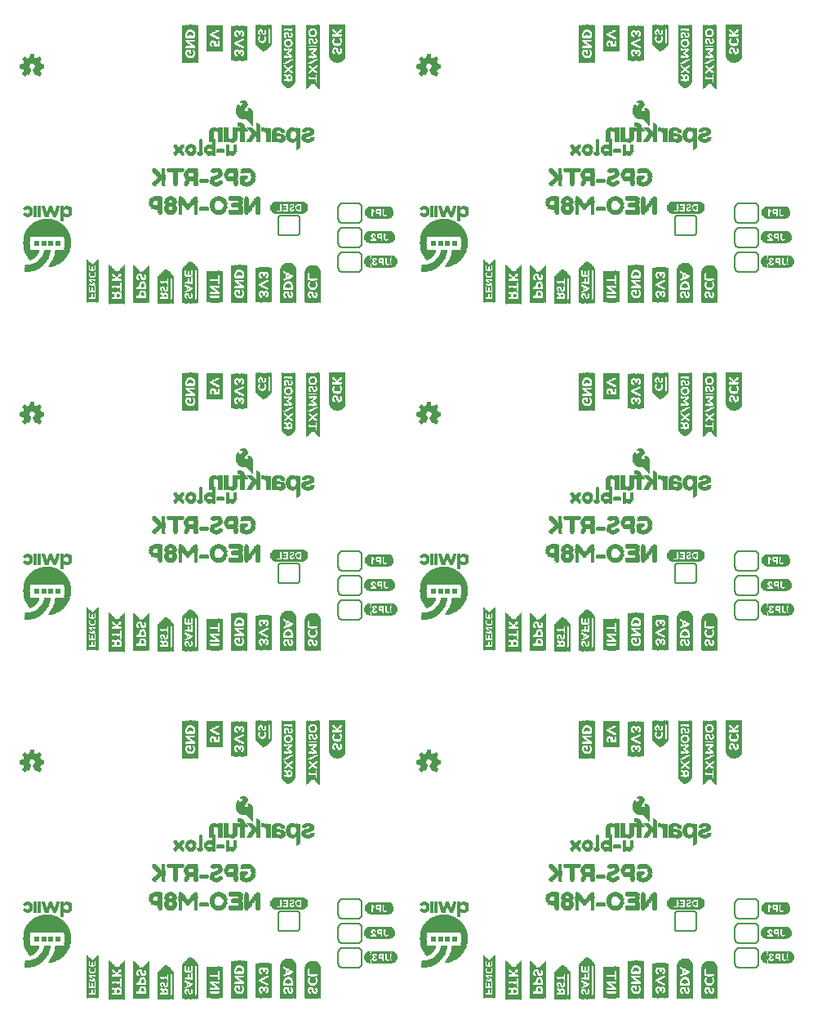
<source format=gbo>
G75*
%MOIN*%
%OFA0B0*%
%FSLAX25Y25*%
%IPPOS*%
%LPD*%
%AMOC8*
5,1,8,0,0,1.08239X$1,22.5*
%
%ADD10C,0.00299*%
%ADD11C,0.00800*%
%ADD12R,0.00157X0.13858*%
%ADD13R,0.00157X0.14331*%
%ADD14R,0.00157X0.14646*%
%ADD15R,0.00157X0.14961*%
%ADD16R,0.00157X0.15118*%
%ADD17R,0.00157X0.15276*%
%ADD18R,0.00157X0.15433*%
%ADD19R,0.00157X0.02835*%
%ADD20R,0.00157X0.11969*%
%ADD21R,0.00157X0.02520*%
%ADD22R,0.00157X0.01102*%
%ADD23R,0.00157X0.03150*%
%ADD24R,0.00157X0.04567*%
%ADD25R,0.00157X0.02205*%
%ADD26R,0.00157X0.00787*%
%ADD27R,0.00157X0.02677*%
%ADD28R,0.00157X0.04409*%
%ADD29R,0.00157X0.02047*%
%ADD30R,0.00157X0.00630*%
%ADD31R,0.00157X0.01890*%
%ADD32R,0.00157X0.01732*%
%ADD33R,0.00157X0.01575*%
%ADD34R,0.00157X0.00945*%
%ADD35R,0.00157X0.02362*%
%ADD36R,0.00157X0.01260*%
%ADD37R,0.00157X0.01417*%
%ADD38R,0.00157X0.04252*%
%ADD39R,0.00157X0.00315*%
%ADD40R,0.00157X0.04094*%
%ADD41R,0.00157X0.00472*%
%ADD42R,0.00157X0.03937*%
%ADD43R,0.00157X0.03307*%
%ADD44R,0.00157X0.03780*%
%ADD45R,0.00157X0.03465*%
%ADD46R,0.00157X0.02992*%
%ADD47R,0.00157X0.12913*%
%ADD48R,0.00157X0.13386*%
%ADD49R,0.00157X0.13701*%
%ADD50R,0.00157X0.14016*%
%ADD51R,0.00157X0.14173*%
%ADD52R,0.00157X0.14488*%
%ADD53R,0.00157X0.07087*%
%ADD54R,0.00157X0.04882*%
%ADD55R,0.00157X0.05039*%
%ADD56R,0.00157X0.05197*%
%ADD57R,0.00157X0.03622*%
%ADD58R,0.00157X0.00157*%
%ADD59R,0.00157X0.11024*%
%ADD60R,0.00157X0.12756*%
%ADD61R,0.01181X0.00236*%
%ADD62R,0.00945X0.00236*%
%ADD63R,0.01654X0.00236*%
%ADD64R,0.01417X0.00236*%
%ADD65R,0.00472X0.00236*%
%ADD66R,0.02126X0.00236*%
%ADD67R,0.00709X0.00236*%
%ADD68R,0.03543X0.00236*%
%ADD69R,0.02835X0.00236*%
%ADD70R,0.04016X0.00236*%
%ADD71R,0.03307X0.00236*%
%ADD72R,0.03780X0.00236*%
%ADD73R,0.01890X0.00236*%
%ADD74R,0.04252X0.00236*%
%ADD75R,0.04488X0.00236*%
%ADD76R,0.03071X0.00236*%
%ADD77R,0.02598X0.00236*%
%ADD78R,0.02362X0.00236*%
%ADD79R,0.00236X0.00236*%
%ADD80R,0.00472X0.00079*%
%ADD81R,0.01339X0.00079*%
%ADD82R,0.01260X0.00079*%
%ADD83R,0.00551X0.00079*%
%ADD84R,0.01102X0.00079*%
%ADD85R,0.01417X0.00079*%
%ADD86R,0.01654X0.00079*%
%ADD87R,0.01496X0.00079*%
%ADD88R,0.01890X0.00079*%
%ADD89R,0.02126X0.00079*%
%ADD90R,0.02205X0.00079*%
%ADD91R,0.01575X0.00079*%
%ADD92R,0.02520X0.00079*%
%ADD93R,0.02441X0.00079*%
%ADD94R,0.02756X0.00079*%
%ADD95R,0.02598X0.00079*%
%ADD96R,0.02913X0.00079*%
%ADD97R,0.04252X0.00079*%
%ADD98R,0.03150X0.00079*%
%ADD99R,0.04331X0.00079*%
%ADD100R,0.01732X0.00079*%
%ADD101R,0.03307X0.00079*%
%ADD102R,0.04409X0.00079*%
%ADD103R,0.01811X0.00079*%
%ADD104R,0.03386X0.00079*%
%ADD105R,0.03543X0.00079*%
%ADD106R,0.04488X0.00079*%
%ADD107R,0.03622X0.00079*%
%ADD108R,0.04567X0.00079*%
%ADD109R,0.03780X0.00079*%
%ADD110R,0.01969X0.00079*%
%ADD111R,0.02047X0.00079*%
%ADD112R,0.03701X0.00079*%
%ADD113R,0.01024X0.00079*%
%ADD114R,0.00709X0.00079*%
%ADD115R,0.02283X0.00079*%
%ADD116R,0.00236X0.00079*%
%ADD117R,0.02362X0.00079*%
%ADD118R,0.01181X0.00079*%
%ADD119R,0.00157X0.00079*%
%ADD120R,0.00394X0.00079*%
%ADD121R,0.00630X0.00079*%
%ADD122R,0.00866X0.00079*%
%ADD123R,0.03858X0.00079*%
%ADD124R,0.03465X0.00079*%
%ADD125R,0.02992X0.00079*%
%ADD126R,0.04173X0.00079*%
%ADD127R,0.02835X0.00079*%
%ADD128R,0.03228X0.00079*%
%ADD129R,0.04646X0.00079*%
%ADD130R,0.05276X0.00079*%
%ADD131R,0.05748X0.00079*%
%ADD132R,0.06299X0.00079*%
%ADD133R,0.06693X0.00079*%
%ADD134R,0.07165X0.00079*%
%ADD135R,0.07480X0.00079*%
%ADD136R,0.07795X0.00079*%
%ADD137R,0.08268X0.00079*%
%ADD138R,0.08504X0.00079*%
%ADD139R,0.08898X0.00079*%
%ADD140R,0.09213X0.00079*%
%ADD141R,0.09449X0.00079*%
%ADD142R,0.09764X0.00079*%
%ADD143R,0.10000X0.00079*%
%ADD144R,0.10236X0.00079*%
%ADD145R,0.10551X0.00079*%
%ADD146R,0.10709X0.00079*%
%ADD147R,0.11024X0.00079*%
%ADD148R,0.11181X0.00079*%
%ADD149R,0.11417X0.00079*%
%ADD150R,0.11654X0.00079*%
%ADD151R,0.11811X0.00079*%
%ADD152R,0.12047X0.00079*%
%ADD153R,0.12283X0.00079*%
%ADD154R,0.12441X0.00079*%
%ADD155R,0.12598X0.00079*%
%ADD156R,0.12835X0.00079*%
%ADD157R,0.12992X0.00079*%
%ADD158R,0.13150X0.00079*%
%ADD159R,0.13307X0.00079*%
%ADD160R,0.13465X0.00079*%
%ADD161R,0.13622X0.00079*%
%ADD162R,0.13858X0.00079*%
%ADD163R,0.13937X0.00079*%
%ADD164R,0.14094X0.00079*%
%ADD165R,0.14252X0.00079*%
%ADD166R,0.14409X0.00079*%
%ADD167R,0.14567X0.00079*%
%ADD168R,0.14724X0.00079*%
%ADD169R,0.14882X0.00079*%
%ADD170R,0.14961X0.00079*%
%ADD171R,0.15118X0.00079*%
%ADD172R,0.15197X0.00079*%
%ADD173R,0.15354X0.00079*%
%ADD174R,0.15512X0.00079*%
%ADD175R,0.15591X0.00079*%
%ADD176R,0.15669X0.00079*%
%ADD177R,0.15827X0.00079*%
%ADD178R,0.15984X0.00079*%
%ADD179R,0.16063X0.00079*%
%ADD180R,0.16142X0.00079*%
%ADD181R,0.16220X0.00079*%
%ADD182R,0.16378X0.00079*%
%ADD183R,0.16457X0.00079*%
%ADD184R,0.16535X0.00079*%
%ADD185R,0.16693X0.00079*%
%ADD186R,0.16772X0.00079*%
%ADD187R,0.16850X0.00079*%
%ADD188R,0.16929X0.00079*%
%ADD189R,0.17008X0.00079*%
%ADD190R,0.17087X0.00079*%
%ADD191R,0.17244X0.00079*%
%ADD192R,0.17323X0.00079*%
%ADD193R,0.17480X0.00079*%
%ADD194R,0.17559X0.00079*%
%ADD195R,0.17717X0.00079*%
%ADD196R,0.17795X0.00079*%
%ADD197R,0.17874X0.00079*%
%ADD198R,0.17953X0.00079*%
%ADD199R,0.18031X0.00079*%
%ADD200R,0.18110X0.00079*%
%ADD201R,0.18189X0.00079*%
%ADD202R,0.18268X0.00079*%
%ADD203R,0.18346X0.00079*%
%ADD204R,0.18425X0.00079*%
%ADD205R,0.18504X0.00079*%
%ADD206R,0.18583X0.00079*%
%ADD207R,0.18661X0.00079*%
%ADD208R,0.02677X0.00079*%
%ADD209R,0.05827X0.00079*%
%ADD210R,0.06220X0.00079*%
%ADD211R,0.06142X0.00079*%
%ADD212R,0.06063X0.00079*%
%ADD213R,0.05984X0.00079*%
%ADD214R,0.05906X0.00079*%
%ADD215R,0.05669X0.00079*%
%ADD216R,0.05512X0.00079*%
%ADD217R,0.05591X0.00079*%
%ADD218R,0.05433X0.00079*%
%ADD219R,0.05354X0.00079*%
%ADD220R,0.05197X0.00079*%
%ADD221R,0.05118X0.00079*%
%ADD222R,0.04961X0.00079*%
%ADD223R,0.04803X0.00079*%
%ADD224R,0.04724X0.00079*%
%ADD225R,0.04094X0.00079*%
%ADD226R,0.04016X0.00079*%
%ADD227R,0.03937X0.00079*%
%ADD228R,0.05039X0.00079*%
%ADD229R,0.03071X0.00079*%
%ADD230R,0.04882X0.00079*%
%ADD231R,0.00079X0.00079*%
%ADD232R,0.07244X0.00079*%
%ADD233R,0.07087X0.00079*%
%ADD234R,0.07008X0.00079*%
%ADD235R,0.06929X0.00079*%
%ADD236R,0.06850X0.00079*%
%ADD237R,0.06614X0.00079*%
%ADD238R,0.06535X0.00079*%
%ADD239R,0.06378X0.00079*%
%ADD240R,0.00157X0.11181*%
%ADD241R,0.00157X0.11496*%
%ADD242R,0.00157X0.11654*%
%ADD243R,0.00157X0.13071*%
%ADD244R,0.00157X0.13228*%
%ADD245R,0.00157X0.11811*%
%ADD246R,0.00157X0.14803*%
%ADD247R,0.00157X0.15906*%
%ADD248R,0.00157X0.16063*%
%ADD249R,0.00157X0.16220*%
%ADD250R,0.00157X0.16378*%
%ADD251R,0.00157X0.09921*%
%ADD252C,0.00600*%
%ADD253R,0.08858X0.00118*%
%ADD254R,0.09567X0.00118*%
%ADD255R,0.10039X0.00079*%
%ADD256R,0.10512X0.00157*%
%ADD257R,0.10748X0.00118*%
%ADD258R,0.10984X0.00118*%
%ADD259R,0.11220X0.00079*%
%ADD260R,0.07913X0.00118*%
%ADD261R,0.02953X0.00118*%
%ADD262R,0.03543X0.00157*%
%ADD263R,0.00472X0.00157*%
%ADD264R,0.01535X0.00157*%
%ADD265R,0.02835X0.00157*%
%ADD266R,0.03543X0.00118*%
%ADD267R,0.00472X0.00118*%
%ADD268R,0.01063X0.00118*%
%ADD269R,0.02598X0.00118*%
%ADD270R,0.00354X0.00118*%
%ADD271R,0.00827X0.00118*%
%ADD272R,0.00591X0.00118*%
%ADD273R,0.03661X0.00157*%
%ADD274R,0.00354X0.00157*%
%ADD275R,0.02598X0.00157*%
%ADD276R,0.03661X0.00118*%
%ADD277R,0.00709X0.00118*%
%ADD278R,0.02480X0.00118*%
%ADD279R,0.03780X0.00118*%
%ADD280R,0.00236X0.00118*%
%ADD281R,0.03780X0.00157*%
%ADD282R,0.00945X0.00157*%
%ADD283R,0.00236X0.00157*%
%ADD284R,0.00827X0.00157*%
%ADD285R,0.00945X0.00118*%
%ADD286R,0.01654X0.00157*%
%ADD287R,0.02717X0.00157*%
%ADD288R,0.01417X0.00118*%
%ADD289R,0.02717X0.00118*%
%ADD290R,0.02835X0.00118*%
%ADD291R,0.01299X0.00118*%
%ADD292R,0.01181X0.00157*%
%ADD293R,0.03071X0.00157*%
%ADD294R,0.01181X0.00118*%
%ADD295R,0.03189X0.00118*%
%ADD296R,0.02008X0.00118*%
%ADD297R,0.03425X0.00118*%
%ADD298R,0.02362X0.00157*%
%ADD299R,0.01890X0.00157*%
%ADD300R,0.02244X0.00118*%
%ADD301R,0.01890X0.00118*%
%ADD302R,0.02126X0.00118*%
%ADD303R,0.02126X0.00157*%
%ADD304R,0.11220X0.00118*%
%ADD305R,0.10512X0.00118*%
%ADD306R,0.10039X0.00118*%
%ADD307R,0.00118X0.17598*%
%ADD308R,0.00118X0.17480*%
%ADD309R,0.00079X0.17362*%
%ADD310R,0.00157X0.17244*%
%ADD311R,0.00118X0.17126*%
%ADD312R,0.00118X0.17008*%
%ADD313R,0.00079X0.16890*%
%ADD314R,0.00118X0.11220*%
%ADD315R,0.00118X0.05197*%
%ADD316R,0.00157X0.00354*%
%ADD317R,0.00157X0.01299*%
%ADD318R,0.00157X0.00709*%
%ADD319R,0.00157X0.01535*%
%ADD320R,0.00118X0.01417*%
%ADD321R,0.00118X0.00236*%
%ADD322R,0.00118X0.01181*%
%ADD323R,0.00118X0.01063*%
%ADD324R,0.00118X0.00591*%
%ADD325R,0.00118X0.00945*%
%ADD326R,0.00118X0.00354*%
%ADD327R,0.00118X0.01299*%
%ADD328R,0.00118X0.00709*%
%ADD329R,0.00157X0.00236*%
%ADD330R,0.00157X0.01063*%
%ADD331R,0.00118X0.00827*%
%ADD332R,0.00118X0.01890*%
%ADD333R,0.00118X0.00472*%
%ADD334R,0.00118X0.02480*%
%ADD335R,0.00118X0.02362*%
%ADD336R,0.00157X0.00591*%
%ADD337R,0.00157X0.02126*%
%ADD338R,0.00157X0.02244*%
%ADD339R,0.00118X0.02126*%
%ADD340R,0.00118X0.02244*%
%ADD341R,0.00157X0.00118*%
%ADD342R,0.00118X0.00118*%
%ADD343R,0.00118X0.02008*%
%ADD344R,0.00118X0.02598*%
%ADD345R,0.00157X0.00827*%
%ADD346R,0.00157X0.02008*%
%ADD347R,0.00157X0.01181*%
%ADD348R,0.00118X0.01535*%
%ADD349R,0.00118X0.01772*%
%ADD350R,0.00118X0.16890*%
%ADD351R,0.00118X0.17244*%
%ADD352R,0.00118X0.17362*%
%ADD353R,0.00157X0.15748*%
%ADD354R,0.00157X0.15591*%
%ADD355R,0.08622X0.00118*%
%ADD356R,0.09094X0.00079*%
%ADD357R,0.09567X0.00157*%
%ADD358R,0.09803X0.00118*%
%ADD359R,0.10276X0.00079*%
%ADD360R,0.02244X0.00157*%
%ADD361R,0.00709X0.00157*%
%ADD362R,0.02362X0.00118*%
%ADD363R,0.00118X0.00157*%
%ADD364R,0.02480X0.00157*%
%ADD365R,0.01299X0.00157*%
%ADD366R,0.01772X0.00118*%
%ADD367R,0.10276X0.00118*%
%ADD368R,0.09094X0.00118*%
%ADD369R,0.07913X0.00079*%
%ADD370R,0.01417X0.00157*%
%ADD371R,0.07913X0.00157*%
%ADD372R,0.01535X0.00118*%
%ADD373R,0.01654X0.00118*%
%ADD374R,0.01772X0.00079*%
%ADD375R,0.06142X0.00118*%
%ADD376R,0.02008X0.00157*%
%ADD377R,0.00591X0.00157*%
%ADD378R,0.11693X0.00118*%
%ADD379R,0.12402X0.00118*%
%ADD380R,0.12874X0.00079*%
%ADD381R,0.13346X0.00157*%
%ADD382R,0.13583X0.00118*%
%ADD383R,0.13819X0.00118*%
%ADD384R,0.14055X0.00079*%
%ADD385R,0.05669X0.00118*%
%ADD386R,0.08031X0.00118*%
%ADD387R,0.03898X0.00118*%
%ADD388R,0.01063X0.00157*%
%ADD389R,0.01772X0.00157*%
%ADD390R,0.03898X0.00157*%
%ADD391R,0.14055X0.00118*%
%ADD392R,0.13346X0.00118*%
%ADD393R,0.12874X0.00118*%
%ADD394R,0.00276X0.00276*%
%ADD395R,0.04409X0.00276*%
%ADD396R,0.01654X0.00276*%
%ADD397R,0.00551X0.00276*%
%ADD398R,0.02756X0.00276*%
%ADD399R,0.01378X0.00315*%
%ADD400R,0.01654X0.00315*%
%ADD401R,0.05512X0.00315*%
%ADD402R,0.03307X0.00315*%
%ADD403R,0.02756X0.00315*%
%ADD404R,0.04134X0.00315*%
%ADD405R,0.01929X0.00276*%
%ADD406R,0.05787X0.00276*%
%ADD407R,0.04134X0.00276*%
%ADD408R,0.03307X0.00276*%
%ADD409R,0.04685X0.00276*%
%ADD410R,0.02205X0.00236*%
%ADD411R,0.01929X0.00236*%
%ADD412R,0.05787X0.00236*%
%ADD413R,0.04685X0.00236*%
%ADD414R,0.03858X0.00236*%
%ADD415R,0.04961X0.00236*%
%ADD416R,0.02480X0.00315*%
%ADD417R,0.01929X0.00315*%
%ADD418R,0.05787X0.00315*%
%ADD419R,0.05236X0.00315*%
%ADD420R,0.02205X0.00315*%
%ADD421R,0.04409X0.00315*%
%ADD422R,0.02480X0.00276*%
%ADD423R,0.05236X0.00276*%
%ADD424R,0.05512X0.00276*%
%ADD425R,0.06063X0.00276*%
%ADD426R,0.02205X0.00276*%
%ADD427R,0.03031X0.00236*%
%ADD428R,0.02480X0.00236*%
%ADD429R,0.03031X0.00315*%
%ADD430R,0.03583X0.00276*%
%ADD431R,0.03858X0.00276*%
%ADD432R,0.07717X0.00276*%
%ADD433R,0.04685X0.00315*%
%ADD434R,0.04961X0.00315*%
%ADD435R,0.04961X0.00276*%
%ADD436R,0.01102X0.00276*%
%ADD437R,0.03031X0.00276*%
%ADD438R,0.05236X0.00236*%
%ADD439R,0.04409X0.00236*%
%ADD440R,0.01378X0.00236*%
%ADD441R,0.02756X0.00236*%
%ADD442R,0.01102X0.00236*%
%ADD443R,0.00827X0.00276*%
%ADD444R,0.03858X0.00315*%
%ADD445R,0.06890X0.00315*%
%ADD446R,0.07165X0.00276*%
%ADD447R,0.07165X0.00236*%
%ADD448R,0.06614X0.00276*%
%ADD449R,0.00827X0.00236*%
%ADD450R,0.00276X0.00315*%
%ADD451R,0.03583X0.00315*%
%ADD452R,0.01378X0.00276*%
%ADD453R,0.00157X0.10551*%
%ADD454R,0.00157X0.07874*%
%ADD455R,0.00157X0.08031*%
%ADD456R,0.00157X0.08346*%
%ADD457R,0.00157X0.08504*%
%ADD458R,0.00157X0.09606*%
%ADD459R,0.00157X0.09764*%
%ADD460R,0.00157X0.10079*%
%ADD461R,0.00157X0.08661*%
%ADD462R,0.00157X0.23425*%
%ADD463R,0.00118X0.23543*%
%ADD464R,0.00157X0.23819*%
%ADD465R,0.00118X0.23976*%
%ADD466R,0.00157X0.24094*%
%ADD467R,0.00118X0.24252*%
%ADD468R,0.00157X0.13898*%
%ADD469R,0.00118X0.04961*%
%ADD470R,0.00118X0.02205*%
%ADD471R,0.00118X0.06063*%
%ADD472R,0.00118X0.02756*%
%ADD473R,0.00118X0.03701*%
%ADD474R,0.00157X0.01772*%
%ADD475R,0.00157X0.01929*%
%ADD476R,0.00157X0.00433*%
%ADD477R,0.00157X0.01811*%
%ADD478R,0.00157X0.00984*%
%ADD479R,0.00157X0.01496*%
%ADD480R,0.00118X0.01929*%
%ADD481R,0.00118X0.01654*%
%ADD482R,0.00118X0.00433*%
%ADD483R,0.00118X0.02047*%
%ADD484R,0.00118X0.01102*%
%ADD485R,0.00118X0.01496*%
%ADD486R,0.00157X0.00551*%
%ADD487R,0.00157X0.01378*%
%ADD488R,0.00157X0.01654*%
%ADD489R,0.00118X0.00394*%
%ADD490R,0.00118X0.01260*%
%ADD491R,0.00118X0.00551*%
%ADD492R,0.00118X0.00984*%
%ADD493R,0.00157X0.02323*%
%ADD494R,0.00157X0.00669*%
%ADD495R,0.00118X0.00669*%
%ADD496R,0.00157X0.02598*%
%ADD497R,0.00157X0.00394*%
%ADD498R,0.00118X0.01811*%
%ADD499R,0.00118X0.02087*%
%ADD500R,0.00157X0.02756*%
%ADD501R,0.00118X0.02874*%
%ADD502R,0.00157X0.02874*%
%ADD503R,0.00118X0.00276*%
%ADD504R,0.00157X0.00276*%
%ADD505R,0.00118X0.01378*%
%ADD506R,0.00118X0.01220*%
%ADD507R,0.00157X0.01220*%
%ADD508R,0.00157X0.08268*%
%ADD509R,0.00118X0.08425*%
%ADD510R,0.00118X0.15433*%
%ADD511R,0.00157X0.26299*%
%ADD512R,0.00118X0.26181*%
%ADD513R,0.00157X0.26024*%
%ADD514R,0.00118X0.25906*%
%ADD515R,0.00157X0.25748*%
%ADD516R,0.00118X0.25630*%
%ADD517R,0.00157X0.14055*%
%ADD518R,0.00118X0.05787*%
%ADD519R,0.00118X0.06772*%
%ADD520R,0.00118X0.03031*%
%ADD521R,0.00157X0.02480*%
%ADD522R,0.00118X0.02323*%
%ADD523R,0.00118X0.02638*%
%ADD524R,0.00118X0.02913*%
%ADD525R,0.00157X0.03031*%
%ADD526R,0.00118X0.03307*%
%ADD527R,0.00157X0.09370*%
%ADD528R,0.00118X0.09803*%
%ADD529R,0.00118X0.15551*%
%ADD530C,0.00300*%
D10*
X0050363Y0139842D02*
X0049458Y0140748D01*
X0050284Y0141850D01*
X0050245Y0141929D01*
X0050206Y0141968D01*
X0050166Y0142047D01*
X0050166Y0142086D01*
X0050127Y0142165D01*
X0050087Y0142204D01*
X0050048Y0142283D01*
X0050048Y0142322D01*
X0049969Y0142480D01*
X0049969Y0142519D01*
X0049930Y0142598D01*
X0049930Y0142637D01*
X0049891Y0142716D01*
X0049891Y0142795D01*
X0049851Y0142834D01*
X0048473Y0143070D01*
X0048473Y0144330D01*
X0049891Y0144566D01*
X0049891Y0144724D01*
X0049930Y0144763D01*
X0049930Y0144842D01*
X0049969Y0144881D01*
X0050009Y0144960D01*
X0050009Y0145039D01*
X0050048Y0145078D01*
X0050048Y0145157D01*
X0050087Y0145196D01*
X0050127Y0145275D01*
X0050166Y0145314D01*
X0050166Y0145393D01*
X0050206Y0145433D01*
X0050245Y0145511D01*
X0050284Y0145551D01*
X0049458Y0146692D01*
X0050363Y0147559D01*
X0051505Y0146771D01*
X0051544Y0146811D01*
X0051623Y0146850D01*
X0051662Y0146850D01*
X0051741Y0146889D01*
X0051780Y0146929D01*
X0051859Y0146968D01*
X0051898Y0146968D01*
X0051977Y0147007D01*
X0052017Y0147047D01*
X0052095Y0147047D01*
X0052174Y0147086D01*
X0052213Y0147086D01*
X0052292Y0147125D01*
X0052332Y0147125D01*
X0052410Y0147165D01*
X0052489Y0147165D01*
X0052725Y0148543D01*
X0053985Y0148543D01*
X0054221Y0147165D01*
X0054261Y0147165D01*
X0054339Y0147125D01*
X0054418Y0147125D01*
X0054458Y0147086D01*
X0054536Y0147086D01*
X0054615Y0147047D01*
X0054654Y0147047D01*
X0054733Y0147007D01*
X0054773Y0146968D01*
X0054851Y0146968D01*
X0054891Y0146929D01*
X0054969Y0146889D01*
X0055009Y0146850D01*
X0055087Y0146850D01*
X0055127Y0146811D01*
X0055206Y0146771D01*
X0056347Y0147559D01*
X0057213Y0146692D01*
X0056426Y0145551D01*
X0056465Y0145511D01*
X0056465Y0145433D01*
X0056505Y0145393D01*
X0056544Y0145314D01*
X0056584Y0145275D01*
X0056584Y0145196D01*
X0056623Y0145157D01*
X0056662Y0145078D01*
X0056662Y0145039D01*
X0056741Y0144881D01*
X0056741Y0144842D01*
X0056780Y0144763D01*
X0056780Y0144724D01*
X0056820Y0144645D01*
X0056820Y0144566D01*
X0058198Y0144330D01*
X0058198Y0143070D01*
X0056820Y0142834D01*
X0056820Y0142795D01*
X0056780Y0142716D01*
X0056780Y0142637D01*
X0056741Y0142598D01*
X0056741Y0142519D01*
X0056702Y0142480D01*
X0056662Y0142401D01*
X0056662Y0142322D01*
X0056623Y0142283D01*
X0056623Y0142204D01*
X0056584Y0142165D01*
X0056544Y0142086D01*
X0056505Y0142047D01*
X0056465Y0141968D01*
X0056465Y0141929D01*
X0056426Y0141850D01*
X0057213Y0140748D01*
X0056347Y0139842D01*
X0055206Y0140629D01*
X0055166Y0140629D01*
X0055127Y0140590D01*
X0055087Y0140590D01*
X0055048Y0140551D01*
X0055009Y0140551D01*
X0054969Y0140511D01*
X0054930Y0140511D01*
X0054891Y0140472D01*
X0054851Y0140472D01*
X0054812Y0140433D01*
X0054773Y0140433D01*
X0054733Y0140393D01*
X0054654Y0140393D01*
X0054615Y0140354D01*
X0053828Y0142480D01*
X0053946Y0142519D01*
X0054103Y0142598D01*
X0054182Y0142677D01*
X0054261Y0142716D01*
X0054339Y0142795D01*
X0054379Y0142873D01*
X0054458Y0142952D01*
X0054536Y0143110D01*
X0054576Y0143228D01*
X0054654Y0143385D01*
X0054654Y0143503D01*
X0054694Y0143622D01*
X0054694Y0143858D01*
X0054536Y0144330D01*
X0054379Y0144566D01*
X0054300Y0144645D01*
X0054182Y0144724D01*
X0054103Y0144803D01*
X0053985Y0144881D01*
X0053867Y0144921D01*
X0053749Y0144999D01*
X0053631Y0144999D01*
X0053473Y0145039D01*
X0053198Y0145039D01*
X0053080Y0144999D01*
X0052961Y0144999D01*
X0052843Y0144921D01*
X0052725Y0144881D01*
X0052489Y0144724D01*
X0052332Y0144566D01*
X0052174Y0144330D01*
X0052135Y0144212D01*
X0052056Y0144094D01*
X0052056Y0143976D01*
X0052017Y0143858D01*
X0052017Y0143503D01*
X0052056Y0143385D01*
X0052056Y0143307D01*
X0052095Y0143228D01*
X0052135Y0143110D01*
X0052174Y0143031D01*
X0052253Y0142952D01*
X0052292Y0142873D01*
X0052450Y0142716D01*
X0052528Y0142677D01*
X0052607Y0142598D01*
X0052843Y0142480D01*
X0052056Y0140354D01*
X0052056Y0140393D01*
X0051977Y0140393D01*
X0051938Y0140433D01*
X0051898Y0140433D01*
X0051859Y0140472D01*
X0051820Y0140472D01*
X0051780Y0140511D01*
X0051702Y0140511D01*
X0051662Y0140551D01*
X0051623Y0140551D01*
X0051544Y0140629D01*
X0051505Y0140629D01*
X0050363Y0139842D01*
X0050229Y0139976D02*
X0050558Y0139976D01*
X0050989Y0140274D02*
X0049931Y0140274D01*
X0049633Y0140572D02*
X0051421Y0140572D01*
X0051602Y0140572D02*
X0052137Y0140572D01*
X0052247Y0140869D02*
X0049549Y0140869D01*
X0049772Y0141167D02*
X0052357Y0141167D01*
X0052467Y0141465D02*
X0049995Y0141465D01*
X0050219Y0141762D02*
X0052578Y0141762D01*
X0052688Y0142060D02*
X0050166Y0142060D01*
X0050030Y0142358D02*
X0052798Y0142358D01*
X0052549Y0142656D02*
X0049921Y0142656D01*
X0049156Y0142953D02*
X0052252Y0142953D01*
X0052084Y0143251D02*
X0048473Y0143251D01*
X0048473Y0143549D02*
X0052017Y0143549D01*
X0052017Y0143847D02*
X0048473Y0143847D01*
X0048473Y0144144D02*
X0052090Y0144144D01*
X0052249Y0144442D02*
X0049144Y0144442D01*
X0049906Y0144740D02*
X0052513Y0144740D01*
X0053193Y0145037D02*
X0050009Y0145037D01*
X0050166Y0145335D02*
X0056534Y0145335D01*
X0056483Y0145633D02*
X0050225Y0145633D01*
X0050009Y0145931D02*
X0056688Y0145931D01*
X0056893Y0146228D02*
X0049794Y0146228D01*
X0049578Y0146526D02*
X0057099Y0146526D01*
X0057082Y0146824D02*
X0055282Y0146824D01*
X0055114Y0146824D02*
X0051571Y0146824D01*
X0051428Y0146824D02*
X0049595Y0146824D01*
X0049906Y0147122D02*
X0050997Y0147122D01*
X0050565Y0147419D02*
X0050217Y0147419D01*
X0052284Y0147122D02*
X0054422Y0147122D01*
X0054178Y0147419D02*
X0052533Y0147419D01*
X0052584Y0147717D02*
X0054127Y0147717D01*
X0054076Y0148015D02*
X0052635Y0148015D01*
X0052686Y0148312D02*
X0054025Y0148312D01*
X0055714Y0147122D02*
X0056784Y0147122D01*
X0056487Y0147419D02*
X0056145Y0147419D01*
X0056663Y0145037D02*
X0053479Y0145037D01*
X0054166Y0144740D02*
X0056780Y0144740D01*
X0057546Y0144442D02*
X0054462Y0144442D01*
X0054598Y0144144D02*
X0058198Y0144144D01*
X0058198Y0143847D02*
X0054694Y0143847D01*
X0054670Y0143549D02*
X0058198Y0143549D01*
X0058198Y0143251D02*
X0054587Y0143251D01*
X0054458Y0142953D02*
X0057515Y0142953D01*
X0056780Y0142656D02*
X0054161Y0142656D01*
X0053873Y0142358D02*
X0056662Y0142358D01*
X0056518Y0142060D02*
X0053983Y0142060D01*
X0054093Y0141762D02*
X0056488Y0141762D01*
X0056701Y0141465D02*
X0054204Y0141465D01*
X0054314Y0141167D02*
X0056914Y0141167D01*
X0057126Y0140869D02*
X0054424Y0140869D01*
X0054534Y0140572D02*
X0055069Y0140572D01*
X0055289Y0140572D02*
X0057045Y0140572D01*
X0056760Y0140274D02*
X0055721Y0140274D01*
X0056153Y0139976D02*
X0056476Y0139976D01*
X0056347Y0281842D02*
X0055206Y0282629D01*
X0055166Y0282629D01*
X0055127Y0282590D01*
X0055087Y0282590D01*
X0055048Y0282551D01*
X0055009Y0282551D01*
X0054969Y0282511D01*
X0054930Y0282511D01*
X0054891Y0282472D01*
X0054851Y0282472D01*
X0054812Y0282433D01*
X0054773Y0282433D01*
X0054733Y0282393D01*
X0054654Y0282393D01*
X0054615Y0282354D01*
X0053828Y0284480D01*
X0053946Y0284519D01*
X0054103Y0284598D01*
X0054182Y0284677D01*
X0054261Y0284716D01*
X0054339Y0284795D01*
X0054379Y0284873D01*
X0054458Y0284952D01*
X0054536Y0285110D01*
X0054576Y0285228D01*
X0054654Y0285385D01*
X0054654Y0285503D01*
X0054694Y0285622D01*
X0054694Y0285858D01*
X0054536Y0286330D01*
X0054379Y0286566D01*
X0054300Y0286645D01*
X0054182Y0286724D01*
X0054103Y0286803D01*
X0053985Y0286881D01*
X0053867Y0286921D01*
X0053749Y0286999D01*
X0053631Y0286999D01*
X0053473Y0287039D01*
X0053198Y0287039D01*
X0053080Y0286999D01*
X0052961Y0286999D01*
X0052843Y0286921D01*
X0052725Y0286881D01*
X0052489Y0286724D01*
X0052332Y0286566D01*
X0052174Y0286330D01*
X0052135Y0286212D01*
X0052056Y0286094D01*
X0052056Y0285976D01*
X0052017Y0285858D01*
X0052017Y0285503D01*
X0052056Y0285385D01*
X0052056Y0285307D01*
X0052095Y0285228D01*
X0052135Y0285110D01*
X0052174Y0285031D01*
X0052253Y0284952D01*
X0052292Y0284873D01*
X0052450Y0284716D01*
X0052528Y0284677D01*
X0052607Y0284598D01*
X0052843Y0284480D01*
X0052056Y0282354D01*
X0052056Y0282393D01*
X0051977Y0282393D01*
X0051938Y0282433D01*
X0051898Y0282433D01*
X0051859Y0282472D01*
X0051820Y0282472D01*
X0051780Y0282511D01*
X0051702Y0282511D01*
X0051662Y0282551D01*
X0051623Y0282551D01*
X0051544Y0282629D01*
X0051505Y0282629D01*
X0050363Y0281842D01*
X0049458Y0282748D01*
X0050284Y0283850D01*
X0050245Y0283929D01*
X0050206Y0283968D01*
X0050166Y0284047D01*
X0050166Y0284086D01*
X0050127Y0284165D01*
X0050087Y0284204D01*
X0050048Y0284283D01*
X0050048Y0284322D01*
X0049969Y0284480D01*
X0049969Y0284519D01*
X0049930Y0284598D01*
X0049930Y0284637D01*
X0049891Y0284716D01*
X0049891Y0284795D01*
X0049851Y0284834D01*
X0048473Y0285070D01*
X0048473Y0286330D01*
X0049891Y0286566D01*
X0049891Y0286724D01*
X0049930Y0286763D01*
X0049930Y0286842D01*
X0049969Y0286881D01*
X0050009Y0286960D01*
X0050009Y0287039D01*
X0050048Y0287078D01*
X0050048Y0287157D01*
X0050087Y0287196D01*
X0050127Y0287275D01*
X0050166Y0287314D01*
X0050166Y0287393D01*
X0050206Y0287433D01*
X0050245Y0287511D01*
X0050284Y0287551D01*
X0049458Y0288692D01*
X0050363Y0289559D01*
X0051505Y0288771D01*
X0051544Y0288811D01*
X0051623Y0288850D01*
X0051662Y0288850D01*
X0051741Y0288889D01*
X0051780Y0288929D01*
X0051859Y0288968D01*
X0051898Y0288968D01*
X0051977Y0289007D01*
X0052017Y0289047D01*
X0052095Y0289047D01*
X0052174Y0289086D01*
X0052213Y0289086D01*
X0052292Y0289125D01*
X0052332Y0289125D01*
X0052410Y0289165D01*
X0052489Y0289165D01*
X0052725Y0290543D01*
X0053985Y0290543D01*
X0054221Y0289165D01*
X0054261Y0289165D01*
X0054339Y0289125D01*
X0054418Y0289125D01*
X0054458Y0289086D01*
X0054536Y0289086D01*
X0054615Y0289047D01*
X0054654Y0289047D01*
X0054733Y0289007D01*
X0054773Y0288968D01*
X0054851Y0288968D01*
X0054891Y0288929D01*
X0054969Y0288889D01*
X0055009Y0288850D01*
X0055087Y0288850D01*
X0055127Y0288811D01*
X0055206Y0288771D01*
X0056347Y0289559D01*
X0057213Y0288692D01*
X0056426Y0287551D01*
X0056465Y0287511D01*
X0056465Y0287433D01*
X0056505Y0287393D01*
X0056544Y0287314D01*
X0056584Y0287275D01*
X0056584Y0287196D01*
X0056623Y0287157D01*
X0056662Y0287078D01*
X0056662Y0287039D01*
X0056741Y0286881D01*
X0056741Y0286842D01*
X0056780Y0286763D01*
X0056780Y0286724D01*
X0056820Y0286645D01*
X0056820Y0286566D01*
X0058198Y0286330D01*
X0058198Y0285070D01*
X0056820Y0284834D01*
X0056820Y0284795D01*
X0056780Y0284716D01*
X0056780Y0284637D01*
X0056741Y0284598D01*
X0056741Y0284519D01*
X0056702Y0284480D01*
X0056662Y0284401D01*
X0056662Y0284322D01*
X0056623Y0284283D01*
X0056623Y0284204D01*
X0056584Y0284165D01*
X0056544Y0284086D01*
X0056505Y0284047D01*
X0056465Y0283968D01*
X0056465Y0283929D01*
X0056426Y0283850D01*
X0057213Y0282748D01*
X0056347Y0281842D01*
X0056489Y0281990D02*
X0056132Y0281990D01*
X0055700Y0282288D02*
X0056774Y0282288D01*
X0057059Y0282586D02*
X0055269Y0282586D01*
X0055083Y0282586D02*
X0054529Y0282586D01*
X0054419Y0282884D02*
X0057116Y0282884D01*
X0056904Y0283181D02*
X0054309Y0283181D01*
X0054198Y0283479D02*
X0056691Y0283479D01*
X0056478Y0283777D02*
X0054088Y0283777D01*
X0053978Y0284075D02*
X0056533Y0284075D01*
X0056662Y0284372D02*
X0053867Y0284372D01*
X0054175Y0284670D02*
X0056780Y0284670D01*
X0057599Y0284968D02*
X0054465Y0284968D01*
X0054594Y0285265D02*
X0058198Y0285265D01*
X0058198Y0285563D02*
X0054674Y0285563D01*
X0054693Y0285861D02*
X0058198Y0285861D01*
X0058198Y0286159D02*
X0054594Y0286159D01*
X0054452Y0286456D02*
X0057462Y0286456D01*
X0056780Y0286754D02*
X0054152Y0286754D01*
X0052534Y0286754D02*
X0049921Y0286754D01*
X0050022Y0287052D02*
X0056662Y0287052D01*
X0056527Y0287349D02*
X0050166Y0287349D01*
X0050214Y0287647D02*
X0056493Y0287647D01*
X0056698Y0287945D02*
X0049999Y0287945D01*
X0049783Y0288243D02*
X0056903Y0288243D01*
X0057109Y0288540D02*
X0049568Y0288540D01*
X0049610Y0288838D02*
X0051408Y0288838D01*
X0051599Y0288838D02*
X0055099Y0288838D01*
X0055303Y0288838D02*
X0057068Y0288838D01*
X0056770Y0289136D02*
X0055734Y0289136D01*
X0056166Y0289434D02*
X0056472Y0289434D01*
X0054319Y0289136D02*
X0052352Y0289136D01*
X0052535Y0289434D02*
X0054175Y0289434D01*
X0054124Y0289731D02*
X0052586Y0289731D01*
X0052637Y0290029D02*
X0054073Y0290029D01*
X0054022Y0290327D02*
X0052688Y0290327D01*
X0050976Y0289136D02*
X0049921Y0289136D01*
X0050232Y0289434D02*
X0050544Y0289434D01*
X0049230Y0286456D02*
X0052258Y0286456D01*
X0052099Y0286159D02*
X0048473Y0286159D01*
X0048473Y0285861D02*
X0052018Y0285861D01*
X0052017Y0285563D02*
X0048473Y0285563D01*
X0048473Y0285265D02*
X0052077Y0285265D01*
X0052237Y0284968D02*
X0049072Y0284968D01*
X0049914Y0284670D02*
X0052535Y0284670D01*
X0052804Y0284372D02*
X0050023Y0284372D01*
X0050166Y0284075D02*
X0052693Y0284075D01*
X0052583Y0283777D02*
X0050230Y0283777D01*
X0050006Y0283479D02*
X0052473Y0283479D01*
X0052362Y0283181D02*
X0049783Y0283181D01*
X0049560Y0282884D02*
X0052252Y0282884D01*
X0052142Y0282586D02*
X0051588Y0282586D01*
X0051442Y0282586D02*
X0049619Y0282586D01*
X0049917Y0282288D02*
X0051010Y0282288D01*
X0050578Y0281990D02*
X0050215Y0281990D01*
X0050363Y0423842D02*
X0049458Y0424748D01*
X0050284Y0425850D01*
X0050245Y0425929D01*
X0050206Y0425968D01*
X0050166Y0426047D01*
X0050166Y0426086D01*
X0050127Y0426165D01*
X0050087Y0426204D01*
X0050048Y0426283D01*
X0050048Y0426322D01*
X0049969Y0426480D01*
X0049969Y0426519D01*
X0049930Y0426598D01*
X0049930Y0426637D01*
X0049891Y0426716D01*
X0049891Y0426795D01*
X0049851Y0426834D01*
X0048473Y0427070D01*
X0048473Y0428330D01*
X0049891Y0428566D01*
X0049891Y0428724D01*
X0049930Y0428763D01*
X0049930Y0428842D01*
X0049969Y0428881D01*
X0050009Y0428960D01*
X0050009Y0429039D01*
X0050048Y0429078D01*
X0050048Y0429157D01*
X0050087Y0429196D01*
X0050127Y0429275D01*
X0050166Y0429314D01*
X0050166Y0429393D01*
X0050206Y0429433D01*
X0050245Y0429511D01*
X0050284Y0429551D01*
X0049458Y0430692D01*
X0050363Y0431559D01*
X0051505Y0430771D01*
X0051544Y0430811D01*
X0051623Y0430850D01*
X0051662Y0430850D01*
X0051741Y0430889D01*
X0051780Y0430929D01*
X0051859Y0430968D01*
X0051898Y0430968D01*
X0051977Y0431007D01*
X0052017Y0431047D01*
X0052095Y0431047D01*
X0052174Y0431086D01*
X0052213Y0431086D01*
X0052292Y0431125D01*
X0052332Y0431125D01*
X0052410Y0431165D01*
X0052489Y0431165D01*
X0052725Y0432543D01*
X0053985Y0432543D01*
X0054221Y0431165D01*
X0054261Y0431165D01*
X0054339Y0431125D01*
X0054418Y0431125D01*
X0054458Y0431086D01*
X0054536Y0431086D01*
X0054615Y0431047D01*
X0054654Y0431047D01*
X0054733Y0431007D01*
X0054773Y0430968D01*
X0054851Y0430968D01*
X0054891Y0430929D01*
X0054969Y0430889D01*
X0055009Y0430850D01*
X0055087Y0430850D01*
X0055127Y0430811D01*
X0055206Y0430771D01*
X0056347Y0431559D01*
X0057213Y0430692D01*
X0056426Y0429551D01*
X0056465Y0429511D01*
X0056465Y0429433D01*
X0056505Y0429393D01*
X0056544Y0429314D01*
X0056584Y0429275D01*
X0056584Y0429196D01*
X0056623Y0429157D01*
X0056662Y0429078D01*
X0056662Y0429039D01*
X0056741Y0428881D01*
X0056741Y0428842D01*
X0056780Y0428763D01*
X0056780Y0428724D01*
X0056820Y0428645D01*
X0056820Y0428566D01*
X0058198Y0428330D01*
X0058198Y0427070D01*
X0056820Y0426834D01*
X0056820Y0426795D01*
X0056780Y0426716D01*
X0056780Y0426637D01*
X0056741Y0426598D01*
X0056741Y0426519D01*
X0056702Y0426480D01*
X0056662Y0426401D01*
X0056662Y0426322D01*
X0056623Y0426283D01*
X0056623Y0426204D01*
X0056584Y0426165D01*
X0056544Y0426086D01*
X0056505Y0426047D01*
X0056465Y0425968D01*
X0056465Y0425929D01*
X0056426Y0425850D01*
X0057213Y0424748D01*
X0056347Y0423842D01*
X0055206Y0424629D01*
X0055166Y0424629D01*
X0055127Y0424590D01*
X0055087Y0424590D01*
X0055048Y0424551D01*
X0055009Y0424551D01*
X0054969Y0424511D01*
X0054930Y0424511D01*
X0054891Y0424472D01*
X0054851Y0424472D01*
X0054812Y0424433D01*
X0054773Y0424433D01*
X0054733Y0424393D01*
X0054654Y0424393D01*
X0054615Y0424354D01*
X0053828Y0426480D01*
X0053946Y0426519D01*
X0054103Y0426598D01*
X0054182Y0426677D01*
X0054261Y0426716D01*
X0054339Y0426795D01*
X0054379Y0426873D01*
X0054458Y0426952D01*
X0054536Y0427110D01*
X0054576Y0427228D01*
X0054654Y0427385D01*
X0054654Y0427503D01*
X0054694Y0427622D01*
X0054694Y0427858D01*
X0054536Y0428330D01*
X0054379Y0428566D01*
X0054300Y0428645D01*
X0054182Y0428724D01*
X0054103Y0428803D01*
X0053985Y0428881D01*
X0053867Y0428921D01*
X0053749Y0428999D01*
X0053631Y0428999D01*
X0053473Y0429039D01*
X0053198Y0429039D01*
X0053080Y0428999D01*
X0052961Y0428999D01*
X0052843Y0428921D01*
X0052725Y0428881D01*
X0052489Y0428724D01*
X0052332Y0428566D01*
X0052174Y0428330D01*
X0052135Y0428212D01*
X0052056Y0428094D01*
X0052056Y0427976D01*
X0052017Y0427858D01*
X0052017Y0427503D01*
X0052056Y0427385D01*
X0052056Y0427307D01*
X0052095Y0427228D01*
X0052135Y0427110D01*
X0052174Y0427031D01*
X0052253Y0426952D01*
X0052292Y0426873D01*
X0052450Y0426716D01*
X0052528Y0426677D01*
X0052607Y0426598D01*
X0052843Y0426480D01*
X0052056Y0424354D01*
X0052056Y0424393D01*
X0051977Y0424393D01*
X0051938Y0424433D01*
X0051898Y0424433D01*
X0051859Y0424472D01*
X0051820Y0424472D01*
X0051780Y0424511D01*
X0051702Y0424511D01*
X0051662Y0424551D01*
X0051623Y0424551D01*
X0051544Y0424629D01*
X0051505Y0424629D01*
X0050363Y0423842D01*
X0050200Y0424005D02*
X0050599Y0424005D01*
X0051031Y0424302D02*
X0049903Y0424302D01*
X0049605Y0424600D02*
X0051462Y0424600D01*
X0051573Y0424600D02*
X0052147Y0424600D01*
X0052258Y0424898D02*
X0049570Y0424898D01*
X0049794Y0425196D02*
X0052368Y0425196D01*
X0052478Y0425493D02*
X0050017Y0425493D01*
X0050240Y0425791D02*
X0052588Y0425791D01*
X0052699Y0426089D02*
X0050165Y0426089D01*
X0050016Y0426387D02*
X0052809Y0426387D01*
X0052513Y0426684D02*
X0049907Y0426684D01*
X0048989Y0426982D02*
X0052223Y0426982D01*
X0052069Y0427280D02*
X0048473Y0427280D01*
X0048473Y0427577D02*
X0052017Y0427577D01*
X0052022Y0427875D02*
X0048473Y0427875D01*
X0048473Y0428173D02*
X0052109Y0428173D01*
X0052268Y0428471D02*
X0049316Y0428471D01*
X0049930Y0428768D02*
X0052556Y0428768D01*
X0054138Y0428768D02*
X0056778Y0428768D01*
X0056662Y0429066D02*
X0050036Y0429066D01*
X0050166Y0429364D02*
X0056520Y0429364D01*
X0056503Y0429662D02*
X0050204Y0429662D01*
X0049988Y0429959D02*
X0056708Y0429959D01*
X0056913Y0430257D02*
X0049773Y0430257D01*
X0049557Y0430555D02*
X0057118Y0430555D01*
X0057053Y0430852D02*
X0055323Y0430852D01*
X0055006Y0430852D02*
X0051667Y0430852D01*
X0051387Y0430852D02*
X0049625Y0430852D01*
X0049936Y0431150D02*
X0050955Y0431150D01*
X0050524Y0431448D02*
X0050247Y0431448D01*
X0052381Y0431150D02*
X0054290Y0431150D01*
X0054173Y0431448D02*
X0052538Y0431448D01*
X0052589Y0431746D02*
X0054122Y0431746D01*
X0054071Y0432043D02*
X0052640Y0432043D01*
X0052691Y0432341D02*
X0054020Y0432341D01*
X0055755Y0431150D02*
X0056756Y0431150D01*
X0056458Y0431448D02*
X0056187Y0431448D01*
X0057379Y0428471D02*
X0054443Y0428471D01*
X0054589Y0428173D02*
X0058198Y0428173D01*
X0058198Y0427875D02*
X0054688Y0427875D01*
X0054679Y0427577D02*
X0058198Y0427577D01*
X0058198Y0427280D02*
X0054602Y0427280D01*
X0054472Y0426982D02*
X0057682Y0426982D01*
X0056780Y0426684D02*
X0054197Y0426684D01*
X0053862Y0426387D02*
X0056662Y0426387D01*
X0056546Y0426089D02*
X0053972Y0426089D01*
X0054083Y0425791D02*
X0056468Y0425791D01*
X0056681Y0425493D02*
X0054193Y0425493D01*
X0054303Y0425196D02*
X0056893Y0425196D01*
X0057106Y0424898D02*
X0054414Y0424898D01*
X0054524Y0424600D02*
X0055137Y0424600D01*
X0055248Y0424600D02*
X0057073Y0424600D01*
X0056788Y0424302D02*
X0055680Y0424302D01*
X0056111Y0424005D02*
X0056503Y0424005D01*
X0210473Y0427070D02*
X0211851Y0426834D01*
X0211891Y0426795D01*
X0211891Y0426716D01*
X0211930Y0426637D01*
X0211930Y0426598D01*
X0211969Y0426519D01*
X0211969Y0426480D01*
X0212048Y0426322D01*
X0212048Y0426283D01*
X0212087Y0426204D01*
X0212127Y0426165D01*
X0212166Y0426086D01*
X0212166Y0426047D01*
X0212206Y0425968D01*
X0212245Y0425929D01*
X0212284Y0425850D01*
X0211458Y0424748D01*
X0212363Y0423842D01*
X0213505Y0424629D01*
X0213544Y0424629D01*
X0213623Y0424551D01*
X0213662Y0424551D01*
X0213702Y0424511D01*
X0213780Y0424511D01*
X0213820Y0424472D01*
X0213859Y0424472D01*
X0213898Y0424433D01*
X0213938Y0424433D01*
X0213977Y0424393D01*
X0214056Y0424393D01*
X0214056Y0424354D01*
X0214843Y0426480D01*
X0214607Y0426598D01*
X0214528Y0426677D01*
X0214450Y0426716D01*
X0214292Y0426873D01*
X0214253Y0426952D01*
X0214174Y0427031D01*
X0214135Y0427110D01*
X0214095Y0427228D01*
X0214056Y0427307D01*
X0214056Y0427385D01*
X0214017Y0427503D01*
X0214017Y0427858D01*
X0214056Y0427976D01*
X0214056Y0428094D01*
X0214135Y0428212D01*
X0214174Y0428330D01*
X0214332Y0428566D01*
X0214489Y0428724D01*
X0214725Y0428881D01*
X0214843Y0428921D01*
X0214961Y0428999D01*
X0215080Y0428999D01*
X0215198Y0429039D01*
X0215473Y0429039D01*
X0215631Y0428999D01*
X0215749Y0428999D01*
X0215867Y0428921D01*
X0215985Y0428881D01*
X0216103Y0428803D01*
X0216182Y0428724D01*
X0216300Y0428645D01*
X0216379Y0428566D01*
X0216536Y0428330D01*
X0216694Y0427858D01*
X0216694Y0427622D01*
X0216654Y0427503D01*
X0216654Y0427385D01*
X0216576Y0427228D01*
X0216536Y0427110D01*
X0216458Y0426952D01*
X0216379Y0426873D01*
X0216339Y0426795D01*
X0216261Y0426716D01*
X0216182Y0426677D01*
X0216103Y0426598D01*
X0215946Y0426519D01*
X0215828Y0426480D01*
X0216615Y0424354D01*
X0216654Y0424393D01*
X0216733Y0424393D01*
X0216773Y0424433D01*
X0216812Y0424433D01*
X0216851Y0424472D01*
X0216891Y0424472D01*
X0216930Y0424511D01*
X0216969Y0424511D01*
X0217009Y0424551D01*
X0217048Y0424551D01*
X0217087Y0424590D01*
X0217127Y0424590D01*
X0217166Y0424629D01*
X0217206Y0424629D01*
X0218347Y0423842D01*
X0219213Y0424748D01*
X0218426Y0425850D01*
X0218465Y0425929D01*
X0218465Y0425968D01*
X0218505Y0426047D01*
X0218544Y0426086D01*
X0218584Y0426165D01*
X0218623Y0426204D01*
X0218623Y0426283D01*
X0218662Y0426322D01*
X0218662Y0426401D01*
X0218702Y0426480D01*
X0218741Y0426519D01*
X0218741Y0426598D01*
X0218780Y0426637D01*
X0218780Y0426716D01*
X0218820Y0426795D01*
X0218820Y0426834D01*
X0220198Y0427070D01*
X0220198Y0428330D01*
X0218820Y0428566D01*
X0218820Y0428645D01*
X0218780Y0428724D01*
X0218780Y0428763D01*
X0218741Y0428842D01*
X0218741Y0428881D01*
X0218662Y0429039D01*
X0218662Y0429078D01*
X0218623Y0429157D01*
X0218584Y0429196D01*
X0218584Y0429275D01*
X0218544Y0429314D01*
X0218505Y0429393D01*
X0218465Y0429433D01*
X0218465Y0429511D01*
X0218426Y0429551D01*
X0219213Y0430692D01*
X0218347Y0431559D01*
X0217206Y0430771D01*
X0217127Y0430811D01*
X0217087Y0430850D01*
X0217009Y0430850D01*
X0216969Y0430889D01*
X0216891Y0430929D01*
X0216851Y0430968D01*
X0216773Y0430968D01*
X0216733Y0431007D01*
X0216654Y0431047D01*
X0216615Y0431047D01*
X0216536Y0431086D01*
X0216458Y0431086D01*
X0216418Y0431125D01*
X0216339Y0431125D01*
X0216261Y0431165D01*
X0216221Y0431165D01*
X0215985Y0432543D01*
X0214725Y0432543D01*
X0214489Y0431165D01*
X0214410Y0431165D01*
X0214332Y0431125D01*
X0214292Y0431125D01*
X0214213Y0431086D01*
X0214174Y0431086D01*
X0214095Y0431047D01*
X0214017Y0431047D01*
X0213977Y0431007D01*
X0213898Y0430968D01*
X0213859Y0430968D01*
X0213780Y0430929D01*
X0213741Y0430889D01*
X0213662Y0430850D01*
X0213623Y0430850D01*
X0213544Y0430811D01*
X0213505Y0430771D01*
X0212363Y0431559D01*
X0211458Y0430692D01*
X0212284Y0429551D01*
X0212245Y0429511D01*
X0212206Y0429433D01*
X0212166Y0429393D01*
X0212166Y0429314D01*
X0212127Y0429275D01*
X0212087Y0429196D01*
X0212048Y0429157D01*
X0212048Y0429078D01*
X0212009Y0429039D01*
X0212009Y0428960D01*
X0211969Y0428881D01*
X0211930Y0428842D01*
X0211930Y0428763D01*
X0211891Y0428724D01*
X0211891Y0428566D01*
X0210473Y0428330D01*
X0210473Y0427070D01*
X0210473Y0427280D02*
X0214069Y0427280D01*
X0214017Y0427577D02*
X0210473Y0427577D01*
X0210473Y0427875D02*
X0214022Y0427875D01*
X0214109Y0428173D02*
X0210473Y0428173D01*
X0211316Y0428471D02*
X0214268Y0428471D01*
X0214556Y0428768D02*
X0211930Y0428768D01*
X0212036Y0429066D02*
X0218662Y0429066D01*
X0218778Y0428768D02*
X0216138Y0428768D01*
X0216443Y0428471D02*
X0219379Y0428471D01*
X0220198Y0428173D02*
X0216589Y0428173D01*
X0216688Y0427875D02*
X0220198Y0427875D01*
X0220198Y0427577D02*
X0216679Y0427577D01*
X0216602Y0427280D02*
X0220198Y0427280D01*
X0219682Y0426982D02*
X0216472Y0426982D01*
X0216197Y0426684D02*
X0218780Y0426684D01*
X0218662Y0426387D02*
X0215862Y0426387D01*
X0215972Y0426089D02*
X0218546Y0426089D01*
X0218468Y0425791D02*
X0216083Y0425791D01*
X0216193Y0425493D02*
X0218681Y0425493D01*
X0218893Y0425196D02*
X0216303Y0425196D01*
X0216414Y0424898D02*
X0219106Y0424898D01*
X0219073Y0424600D02*
X0217248Y0424600D01*
X0217137Y0424600D02*
X0216524Y0424600D01*
X0217680Y0424302D02*
X0218788Y0424302D01*
X0218503Y0424005D02*
X0218111Y0424005D01*
X0214478Y0425493D02*
X0212017Y0425493D01*
X0211794Y0425196D02*
X0214368Y0425196D01*
X0214258Y0424898D02*
X0211570Y0424898D01*
X0211605Y0424600D02*
X0213462Y0424600D01*
X0213573Y0424600D02*
X0214147Y0424600D01*
X0213031Y0424302D02*
X0211903Y0424302D01*
X0212200Y0424005D02*
X0212599Y0424005D01*
X0212240Y0425791D02*
X0214588Y0425791D01*
X0214699Y0426089D02*
X0212165Y0426089D01*
X0212016Y0426387D02*
X0214809Y0426387D01*
X0214513Y0426684D02*
X0211907Y0426684D01*
X0210989Y0426982D02*
X0214223Y0426982D01*
X0212166Y0429364D02*
X0218520Y0429364D01*
X0218503Y0429662D02*
X0212204Y0429662D01*
X0211988Y0429959D02*
X0218708Y0429959D01*
X0218913Y0430257D02*
X0211773Y0430257D01*
X0211557Y0430555D02*
X0219118Y0430555D01*
X0219053Y0430852D02*
X0217323Y0430852D01*
X0217006Y0430852D02*
X0213667Y0430852D01*
X0213387Y0430852D02*
X0211625Y0430852D01*
X0211936Y0431150D02*
X0212955Y0431150D01*
X0212524Y0431448D02*
X0212247Y0431448D01*
X0214381Y0431150D02*
X0216290Y0431150D01*
X0216173Y0431448D02*
X0214538Y0431448D01*
X0214589Y0431746D02*
X0216122Y0431746D01*
X0216071Y0432043D02*
X0214640Y0432043D01*
X0214691Y0432341D02*
X0216020Y0432341D01*
X0217755Y0431150D02*
X0218756Y0431150D01*
X0218458Y0431448D02*
X0218187Y0431448D01*
X0215985Y0290543D02*
X0216221Y0289165D01*
X0216261Y0289165D01*
X0216339Y0289125D01*
X0216418Y0289125D01*
X0216458Y0289086D01*
X0216536Y0289086D01*
X0216615Y0289047D01*
X0216654Y0289047D01*
X0216733Y0289007D01*
X0216773Y0288968D01*
X0216851Y0288968D01*
X0216891Y0288929D01*
X0216969Y0288889D01*
X0217009Y0288850D01*
X0217087Y0288850D01*
X0217127Y0288811D01*
X0217206Y0288771D01*
X0218347Y0289559D01*
X0219213Y0288692D01*
X0218426Y0287551D01*
X0218465Y0287511D01*
X0218465Y0287433D01*
X0218505Y0287393D01*
X0218544Y0287314D01*
X0218584Y0287275D01*
X0218584Y0287196D01*
X0218623Y0287157D01*
X0218662Y0287078D01*
X0218662Y0287039D01*
X0218741Y0286881D01*
X0218741Y0286842D01*
X0218780Y0286763D01*
X0218780Y0286724D01*
X0218820Y0286645D01*
X0218820Y0286566D01*
X0220198Y0286330D01*
X0220198Y0285070D01*
X0218820Y0284834D01*
X0218820Y0284795D01*
X0218780Y0284716D01*
X0218780Y0284637D01*
X0218741Y0284598D01*
X0218741Y0284519D01*
X0218702Y0284480D01*
X0218662Y0284401D01*
X0218662Y0284322D01*
X0218623Y0284283D01*
X0218623Y0284204D01*
X0218584Y0284165D01*
X0218544Y0284086D01*
X0218505Y0284047D01*
X0218465Y0283968D01*
X0218465Y0283929D01*
X0218426Y0283850D01*
X0219213Y0282748D01*
X0218347Y0281842D01*
X0217206Y0282629D01*
X0217166Y0282629D01*
X0217127Y0282590D01*
X0217087Y0282590D01*
X0217048Y0282551D01*
X0217009Y0282551D01*
X0216969Y0282511D01*
X0216930Y0282511D01*
X0216891Y0282472D01*
X0216851Y0282472D01*
X0216812Y0282433D01*
X0216773Y0282433D01*
X0216733Y0282393D01*
X0216654Y0282393D01*
X0216615Y0282354D01*
X0215828Y0284480D01*
X0215946Y0284519D01*
X0216103Y0284598D01*
X0216182Y0284677D01*
X0216261Y0284716D01*
X0216339Y0284795D01*
X0216379Y0284873D01*
X0216458Y0284952D01*
X0216536Y0285110D01*
X0216576Y0285228D01*
X0216654Y0285385D01*
X0216654Y0285503D01*
X0216694Y0285622D01*
X0216694Y0285858D01*
X0216536Y0286330D01*
X0216379Y0286566D01*
X0216300Y0286645D01*
X0216182Y0286724D01*
X0216103Y0286803D01*
X0215985Y0286881D01*
X0215867Y0286921D01*
X0215749Y0286999D01*
X0215631Y0286999D01*
X0215473Y0287039D01*
X0215198Y0287039D01*
X0215080Y0286999D01*
X0214961Y0286999D01*
X0214843Y0286921D01*
X0214725Y0286881D01*
X0214489Y0286724D01*
X0214332Y0286566D01*
X0214174Y0286330D01*
X0214135Y0286212D01*
X0214056Y0286094D01*
X0214056Y0285976D01*
X0214017Y0285858D01*
X0214017Y0285503D01*
X0214056Y0285385D01*
X0214056Y0285307D01*
X0214095Y0285228D01*
X0214135Y0285110D01*
X0214174Y0285031D01*
X0214253Y0284952D01*
X0214292Y0284873D01*
X0214450Y0284716D01*
X0214528Y0284677D01*
X0214607Y0284598D01*
X0214843Y0284480D01*
X0214056Y0282354D01*
X0214056Y0282393D01*
X0213977Y0282393D01*
X0213938Y0282433D01*
X0213898Y0282433D01*
X0213859Y0282472D01*
X0213820Y0282472D01*
X0213780Y0282511D01*
X0213702Y0282511D01*
X0213662Y0282551D01*
X0213623Y0282551D01*
X0213544Y0282629D01*
X0213505Y0282629D01*
X0212363Y0281842D01*
X0211458Y0282748D01*
X0212284Y0283850D01*
X0212245Y0283929D01*
X0212206Y0283968D01*
X0212166Y0284047D01*
X0212166Y0284086D01*
X0212127Y0284165D01*
X0212087Y0284204D01*
X0212048Y0284283D01*
X0212048Y0284322D01*
X0211969Y0284480D01*
X0211969Y0284519D01*
X0211930Y0284598D01*
X0211930Y0284637D01*
X0211891Y0284716D01*
X0211891Y0284795D01*
X0211851Y0284834D01*
X0210473Y0285070D01*
X0210473Y0286330D01*
X0211891Y0286566D01*
X0211891Y0286724D01*
X0211930Y0286763D01*
X0211930Y0286842D01*
X0211969Y0286881D01*
X0212009Y0286960D01*
X0212009Y0287039D01*
X0212048Y0287078D01*
X0212048Y0287157D01*
X0212087Y0287196D01*
X0212127Y0287275D01*
X0212166Y0287314D01*
X0212166Y0287393D01*
X0212206Y0287433D01*
X0212245Y0287511D01*
X0212284Y0287551D01*
X0211458Y0288692D01*
X0212363Y0289559D01*
X0213505Y0288771D01*
X0213544Y0288811D01*
X0213623Y0288850D01*
X0213662Y0288850D01*
X0213741Y0288889D01*
X0213780Y0288929D01*
X0213859Y0288968D01*
X0213898Y0288968D01*
X0213977Y0289007D01*
X0214017Y0289047D01*
X0214095Y0289047D01*
X0214174Y0289086D01*
X0214213Y0289086D01*
X0214292Y0289125D01*
X0214332Y0289125D01*
X0214410Y0289165D01*
X0214489Y0289165D01*
X0214725Y0290543D01*
X0215985Y0290543D01*
X0216022Y0290327D02*
X0214688Y0290327D01*
X0214637Y0290029D02*
X0216073Y0290029D01*
X0216124Y0289731D02*
X0214586Y0289731D01*
X0214535Y0289434D02*
X0216175Y0289434D01*
X0216319Y0289136D02*
X0214352Y0289136D01*
X0213599Y0288838D02*
X0217099Y0288838D01*
X0217303Y0288838D02*
X0219068Y0288838D01*
X0219109Y0288540D02*
X0211568Y0288540D01*
X0211610Y0288838D02*
X0213408Y0288838D01*
X0212976Y0289136D02*
X0211921Y0289136D01*
X0212232Y0289434D02*
X0212544Y0289434D01*
X0211783Y0288243D02*
X0218903Y0288243D01*
X0218698Y0287945D02*
X0211999Y0287945D01*
X0212214Y0287647D02*
X0218493Y0287647D01*
X0218527Y0287349D02*
X0212166Y0287349D01*
X0212022Y0287052D02*
X0218662Y0287052D01*
X0218780Y0286754D02*
X0216152Y0286754D01*
X0216452Y0286456D02*
X0219462Y0286456D01*
X0220198Y0286159D02*
X0216594Y0286159D01*
X0216693Y0285861D02*
X0220198Y0285861D01*
X0220198Y0285563D02*
X0216674Y0285563D01*
X0216594Y0285265D02*
X0220198Y0285265D01*
X0219599Y0284968D02*
X0216465Y0284968D01*
X0216175Y0284670D02*
X0218780Y0284670D01*
X0218662Y0284372D02*
X0215867Y0284372D01*
X0215978Y0284075D02*
X0218533Y0284075D01*
X0218478Y0283777D02*
X0216088Y0283777D01*
X0216198Y0283479D02*
X0218691Y0283479D01*
X0218904Y0283181D02*
X0216309Y0283181D01*
X0216419Y0282884D02*
X0219116Y0282884D01*
X0219059Y0282586D02*
X0217269Y0282586D01*
X0217083Y0282586D02*
X0216529Y0282586D01*
X0217700Y0282288D02*
X0218774Y0282288D01*
X0218489Y0281990D02*
X0218132Y0281990D01*
X0214473Y0283479D02*
X0212006Y0283479D01*
X0211783Y0283181D02*
X0214362Y0283181D01*
X0214252Y0282884D02*
X0211560Y0282884D01*
X0211619Y0282586D02*
X0213442Y0282586D01*
X0213588Y0282586D02*
X0214142Y0282586D01*
X0213010Y0282288D02*
X0211917Y0282288D01*
X0212215Y0281990D02*
X0212578Y0281990D01*
X0212230Y0283777D02*
X0214583Y0283777D01*
X0214693Y0284075D02*
X0212166Y0284075D01*
X0212023Y0284372D02*
X0214804Y0284372D01*
X0214535Y0284670D02*
X0211914Y0284670D01*
X0211072Y0284968D02*
X0214237Y0284968D01*
X0214077Y0285265D02*
X0210473Y0285265D01*
X0210473Y0285563D02*
X0214017Y0285563D01*
X0214018Y0285861D02*
X0210473Y0285861D01*
X0210473Y0286159D02*
X0214099Y0286159D01*
X0214258Y0286456D02*
X0211230Y0286456D01*
X0211921Y0286754D02*
X0214534Y0286754D01*
X0217734Y0289136D02*
X0218770Y0289136D01*
X0218472Y0289434D02*
X0218166Y0289434D01*
X0215985Y0148543D02*
X0216221Y0147165D01*
X0216261Y0147165D01*
X0216339Y0147125D01*
X0216418Y0147125D01*
X0216458Y0147086D01*
X0216536Y0147086D01*
X0216615Y0147047D01*
X0216654Y0147047D01*
X0216733Y0147007D01*
X0216773Y0146968D01*
X0216851Y0146968D01*
X0216891Y0146929D01*
X0216969Y0146889D01*
X0217009Y0146850D01*
X0217087Y0146850D01*
X0217127Y0146811D01*
X0217206Y0146771D01*
X0218347Y0147559D01*
X0219213Y0146692D01*
X0218426Y0145551D01*
X0218465Y0145511D01*
X0218465Y0145433D01*
X0218505Y0145393D01*
X0218544Y0145314D01*
X0218584Y0145275D01*
X0218584Y0145196D01*
X0218623Y0145157D01*
X0218662Y0145078D01*
X0218662Y0145039D01*
X0218741Y0144881D01*
X0218741Y0144842D01*
X0218780Y0144763D01*
X0218780Y0144724D01*
X0218820Y0144645D01*
X0218820Y0144566D01*
X0220198Y0144330D01*
X0220198Y0143070D01*
X0218820Y0142834D01*
X0218820Y0142795D01*
X0218780Y0142716D01*
X0218780Y0142637D01*
X0218741Y0142598D01*
X0218741Y0142519D01*
X0218702Y0142480D01*
X0218662Y0142401D01*
X0218662Y0142322D01*
X0218623Y0142283D01*
X0218623Y0142204D01*
X0218584Y0142165D01*
X0218544Y0142086D01*
X0218505Y0142047D01*
X0218465Y0141968D01*
X0218465Y0141929D01*
X0218426Y0141850D01*
X0219213Y0140748D01*
X0218347Y0139842D01*
X0217206Y0140629D01*
X0217166Y0140629D01*
X0217127Y0140590D01*
X0217087Y0140590D01*
X0217048Y0140551D01*
X0217009Y0140551D01*
X0216969Y0140511D01*
X0216930Y0140511D01*
X0216891Y0140472D01*
X0216851Y0140472D01*
X0216812Y0140433D01*
X0216773Y0140433D01*
X0216733Y0140393D01*
X0216654Y0140393D01*
X0216615Y0140354D01*
X0215828Y0142480D01*
X0215946Y0142519D01*
X0216103Y0142598D01*
X0216182Y0142677D01*
X0216261Y0142716D01*
X0216339Y0142795D01*
X0216379Y0142873D01*
X0216458Y0142952D01*
X0216536Y0143110D01*
X0216576Y0143228D01*
X0216654Y0143385D01*
X0216654Y0143503D01*
X0216694Y0143622D01*
X0216694Y0143858D01*
X0216536Y0144330D01*
X0216379Y0144566D01*
X0216300Y0144645D01*
X0216182Y0144724D01*
X0216103Y0144803D01*
X0215985Y0144881D01*
X0215867Y0144921D01*
X0215749Y0144999D01*
X0215631Y0144999D01*
X0215473Y0145039D01*
X0215198Y0145039D01*
X0215080Y0144999D01*
X0214961Y0144999D01*
X0214843Y0144921D01*
X0214725Y0144881D01*
X0214489Y0144724D01*
X0214332Y0144566D01*
X0214174Y0144330D01*
X0214135Y0144212D01*
X0214056Y0144094D01*
X0214056Y0143976D01*
X0214017Y0143858D01*
X0214017Y0143503D01*
X0214056Y0143385D01*
X0214056Y0143307D01*
X0214095Y0143228D01*
X0214135Y0143110D01*
X0214174Y0143031D01*
X0214253Y0142952D01*
X0214292Y0142873D01*
X0214450Y0142716D01*
X0214528Y0142677D01*
X0214607Y0142598D01*
X0214843Y0142480D01*
X0214056Y0140354D01*
X0214056Y0140393D01*
X0213977Y0140393D01*
X0213938Y0140433D01*
X0213898Y0140433D01*
X0213859Y0140472D01*
X0213820Y0140472D01*
X0213780Y0140511D01*
X0213702Y0140511D01*
X0213662Y0140551D01*
X0213623Y0140551D01*
X0213544Y0140629D01*
X0213505Y0140629D01*
X0212363Y0139842D01*
X0211458Y0140748D01*
X0212284Y0141850D01*
X0212245Y0141929D01*
X0212206Y0141968D01*
X0212166Y0142047D01*
X0212166Y0142086D01*
X0212127Y0142165D01*
X0212087Y0142204D01*
X0212048Y0142283D01*
X0212048Y0142322D01*
X0211969Y0142480D01*
X0211969Y0142519D01*
X0211930Y0142598D01*
X0211930Y0142637D01*
X0211891Y0142716D01*
X0211891Y0142795D01*
X0211851Y0142834D01*
X0210473Y0143070D01*
X0210473Y0144330D01*
X0211891Y0144566D01*
X0211891Y0144724D01*
X0211930Y0144763D01*
X0211930Y0144842D01*
X0211969Y0144881D01*
X0212009Y0144960D01*
X0212009Y0145039D01*
X0212048Y0145078D01*
X0212048Y0145157D01*
X0212087Y0145196D01*
X0212127Y0145275D01*
X0212166Y0145314D01*
X0212166Y0145393D01*
X0212206Y0145433D01*
X0212245Y0145511D01*
X0212284Y0145551D01*
X0211458Y0146692D01*
X0212363Y0147559D01*
X0213505Y0146771D01*
X0213544Y0146811D01*
X0213623Y0146850D01*
X0213662Y0146850D01*
X0213741Y0146889D01*
X0213780Y0146929D01*
X0213859Y0146968D01*
X0213898Y0146968D01*
X0213977Y0147007D01*
X0214017Y0147047D01*
X0214095Y0147047D01*
X0214174Y0147086D01*
X0214213Y0147086D01*
X0214292Y0147125D01*
X0214332Y0147125D01*
X0214410Y0147165D01*
X0214489Y0147165D01*
X0214725Y0148543D01*
X0215985Y0148543D01*
X0216025Y0148312D02*
X0214686Y0148312D01*
X0214635Y0148015D02*
X0216076Y0148015D01*
X0216127Y0147717D02*
X0214584Y0147717D01*
X0214533Y0147419D02*
X0216178Y0147419D01*
X0216422Y0147122D02*
X0214284Y0147122D01*
X0213571Y0146824D02*
X0217114Y0146824D01*
X0217282Y0146824D02*
X0219082Y0146824D01*
X0219099Y0146526D02*
X0211578Y0146526D01*
X0211595Y0146824D02*
X0213428Y0146824D01*
X0212997Y0147122D02*
X0211906Y0147122D01*
X0212217Y0147419D02*
X0212565Y0147419D01*
X0211794Y0146228D02*
X0218893Y0146228D01*
X0218688Y0145931D02*
X0212009Y0145931D01*
X0212225Y0145633D02*
X0218483Y0145633D01*
X0218534Y0145335D02*
X0212166Y0145335D01*
X0212009Y0145037D02*
X0215193Y0145037D01*
X0215479Y0145037D02*
X0218663Y0145037D01*
X0218780Y0144740D02*
X0216166Y0144740D01*
X0216462Y0144442D02*
X0219546Y0144442D01*
X0220198Y0144144D02*
X0216598Y0144144D01*
X0216694Y0143847D02*
X0220198Y0143847D01*
X0220198Y0143549D02*
X0216670Y0143549D01*
X0216587Y0143251D02*
X0220198Y0143251D01*
X0219515Y0142953D02*
X0216458Y0142953D01*
X0216161Y0142656D02*
X0218780Y0142656D01*
X0218662Y0142358D02*
X0215873Y0142358D01*
X0215983Y0142060D02*
X0218518Y0142060D01*
X0218488Y0141762D02*
X0216093Y0141762D01*
X0216204Y0141465D02*
X0218701Y0141465D01*
X0218914Y0141167D02*
X0216314Y0141167D01*
X0216424Y0140869D02*
X0219126Y0140869D01*
X0219045Y0140572D02*
X0217289Y0140572D01*
X0217069Y0140572D02*
X0216534Y0140572D01*
X0217721Y0140274D02*
X0218760Y0140274D01*
X0218476Y0139976D02*
X0218153Y0139976D01*
X0214467Y0141465D02*
X0211995Y0141465D01*
X0211772Y0141167D02*
X0214357Y0141167D01*
X0214247Y0140869D02*
X0211549Y0140869D01*
X0211633Y0140572D02*
X0213421Y0140572D01*
X0213602Y0140572D02*
X0214137Y0140572D01*
X0212989Y0140274D02*
X0211931Y0140274D01*
X0212229Y0139976D02*
X0212558Y0139976D01*
X0212219Y0141762D02*
X0214578Y0141762D01*
X0214688Y0142060D02*
X0212166Y0142060D01*
X0212030Y0142358D02*
X0214798Y0142358D01*
X0214549Y0142656D02*
X0211921Y0142656D01*
X0211156Y0142953D02*
X0214252Y0142953D01*
X0214084Y0143251D02*
X0210473Y0143251D01*
X0210473Y0143549D02*
X0214017Y0143549D01*
X0214017Y0143847D02*
X0210473Y0143847D01*
X0210473Y0144144D02*
X0214090Y0144144D01*
X0214249Y0144442D02*
X0211144Y0144442D01*
X0211906Y0144740D02*
X0214513Y0144740D01*
X0217714Y0147122D02*
X0218784Y0147122D01*
X0218487Y0147419D02*
X0218145Y0147419D01*
D11*
X0186342Y0201750D02*
X0180342Y0201750D01*
X0180259Y0201752D01*
X0180176Y0201758D01*
X0180093Y0201767D01*
X0180011Y0201781D01*
X0179930Y0201798D01*
X0179849Y0201819D01*
X0179770Y0201843D01*
X0179692Y0201872D01*
X0179615Y0201903D01*
X0179540Y0201939D01*
X0179466Y0201977D01*
X0179394Y0202020D01*
X0179325Y0202065D01*
X0179257Y0202114D01*
X0179192Y0202165D01*
X0179129Y0202220D01*
X0179069Y0202277D01*
X0179012Y0202337D01*
X0178957Y0202400D01*
X0178906Y0202465D01*
X0178857Y0202533D01*
X0178812Y0202602D01*
X0178769Y0202674D01*
X0178731Y0202748D01*
X0178695Y0202823D01*
X0178664Y0202900D01*
X0178635Y0202978D01*
X0178611Y0203057D01*
X0178590Y0203138D01*
X0178573Y0203219D01*
X0178559Y0203301D01*
X0178550Y0203384D01*
X0178544Y0203467D01*
X0178542Y0203550D01*
X0178542Y0207950D01*
X0178544Y0208033D01*
X0178550Y0208116D01*
X0178559Y0208199D01*
X0178573Y0208281D01*
X0178590Y0208362D01*
X0178611Y0208443D01*
X0178635Y0208522D01*
X0178664Y0208600D01*
X0178695Y0208677D01*
X0178731Y0208752D01*
X0178769Y0208826D01*
X0178812Y0208898D01*
X0178857Y0208967D01*
X0178906Y0209035D01*
X0178957Y0209100D01*
X0179012Y0209163D01*
X0179069Y0209223D01*
X0179129Y0209280D01*
X0179192Y0209335D01*
X0179257Y0209386D01*
X0179325Y0209435D01*
X0179394Y0209480D01*
X0179466Y0209523D01*
X0179540Y0209561D01*
X0179615Y0209597D01*
X0179692Y0209628D01*
X0179770Y0209657D01*
X0179849Y0209681D01*
X0179930Y0209702D01*
X0180011Y0209719D01*
X0180093Y0209733D01*
X0180176Y0209742D01*
X0180259Y0209748D01*
X0180342Y0209750D01*
X0186342Y0209750D01*
X0186425Y0209748D01*
X0186508Y0209742D01*
X0186591Y0209733D01*
X0186673Y0209719D01*
X0186754Y0209702D01*
X0186835Y0209681D01*
X0186914Y0209657D01*
X0186992Y0209628D01*
X0187069Y0209597D01*
X0187144Y0209561D01*
X0187218Y0209523D01*
X0187290Y0209480D01*
X0187359Y0209435D01*
X0187427Y0209386D01*
X0187492Y0209335D01*
X0187555Y0209280D01*
X0187615Y0209223D01*
X0187672Y0209163D01*
X0187727Y0209100D01*
X0187778Y0209035D01*
X0187827Y0208967D01*
X0187872Y0208898D01*
X0187915Y0208826D01*
X0187953Y0208752D01*
X0187989Y0208677D01*
X0188020Y0208600D01*
X0188049Y0208522D01*
X0188073Y0208443D01*
X0188094Y0208362D01*
X0188111Y0208281D01*
X0188125Y0208199D01*
X0188134Y0208116D01*
X0188140Y0208033D01*
X0188142Y0207950D01*
X0188142Y0203550D01*
X0188140Y0203467D01*
X0188134Y0203384D01*
X0188125Y0203301D01*
X0188111Y0203219D01*
X0188094Y0203138D01*
X0188073Y0203057D01*
X0188049Y0202978D01*
X0188020Y0202900D01*
X0187989Y0202823D01*
X0187953Y0202748D01*
X0187915Y0202674D01*
X0187872Y0202602D01*
X0187827Y0202533D01*
X0187778Y0202465D01*
X0187727Y0202400D01*
X0187672Y0202337D01*
X0187615Y0202277D01*
X0187555Y0202220D01*
X0187492Y0202165D01*
X0187427Y0202114D01*
X0187359Y0202065D01*
X0187290Y0202020D01*
X0187218Y0201977D01*
X0187144Y0201939D01*
X0187069Y0201903D01*
X0186992Y0201872D01*
X0186914Y0201843D01*
X0186835Y0201819D01*
X0186754Y0201798D01*
X0186673Y0201781D01*
X0186591Y0201767D01*
X0186508Y0201758D01*
X0186425Y0201752D01*
X0186342Y0201750D01*
X0186342Y0211750D02*
X0180342Y0211750D01*
X0180259Y0211752D01*
X0180176Y0211758D01*
X0180093Y0211767D01*
X0180011Y0211781D01*
X0179930Y0211798D01*
X0179849Y0211819D01*
X0179770Y0211843D01*
X0179692Y0211872D01*
X0179615Y0211903D01*
X0179540Y0211939D01*
X0179466Y0211977D01*
X0179394Y0212020D01*
X0179325Y0212065D01*
X0179257Y0212114D01*
X0179192Y0212165D01*
X0179129Y0212220D01*
X0179069Y0212277D01*
X0179012Y0212337D01*
X0178957Y0212400D01*
X0178906Y0212465D01*
X0178857Y0212533D01*
X0178812Y0212602D01*
X0178769Y0212674D01*
X0178731Y0212748D01*
X0178695Y0212823D01*
X0178664Y0212900D01*
X0178635Y0212978D01*
X0178611Y0213057D01*
X0178590Y0213138D01*
X0178573Y0213219D01*
X0178559Y0213301D01*
X0178550Y0213384D01*
X0178544Y0213467D01*
X0178542Y0213550D01*
X0178542Y0217950D01*
X0178544Y0218033D01*
X0178550Y0218116D01*
X0178559Y0218199D01*
X0178573Y0218281D01*
X0178590Y0218362D01*
X0178611Y0218443D01*
X0178635Y0218522D01*
X0178664Y0218600D01*
X0178695Y0218677D01*
X0178731Y0218752D01*
X0178769Y0218826D01*
X0178812Y0218898D01*
X0178857Y0218967D01*
X0178906Y0219035D01*
X0178957Y0219100D01*
X0179012Y0219163D01*
X0179069Y0219223D01*
X0179129Y0219280D01*
X0179192Y0219335D01*
X0179257Y0219386D01*
X0179325Y0219435D01*
X0179394Y0219480D01*
X0179466Y0219523D01*
X0179540Y0219561D01*
X0179615Y0219597D01*
X0179692Y0219628D01*
X0179770Y0219657D01*
X0179849Y0219681D01*
X0179930Y0219702D01*
X0180011Y0219719D01*
X0180093Y0219733D01*
X0180176Y0219742D01*
X0180259Y0219748D01*
X0180342Y0219750D01*
X0186342Y0219750D01*
X0186425Y0219748D01*
X0186508Y0219742D01*
X0186591Y0219733D01*
X0186673Y0219719D01*
X0186754Y0219702D01*
X0186835Y0219681D01*
X0186914Y0219657D01*
X0186992Y0219628D01*
X0187069Y0219597D01*
X0187144Y0219561D01*
X0187218Y0219523D01*
X0187290Y0219480D01*
X0187359Y0219435D01*
X0187427Y0219386D01*
X0187492Y0219335D01*
X0187555Y0219280D01*
X0187615Y0219223D01*
X0187672Y0219163D01*
X0187727Y0219100D01*
X0187778Y0219035D01*
X0187827Y0218967D01*
X0187872Y0218898D01*
X0187915Y0218826D01*
X0187953Y0218752D01*
X0187989Y0218677D01*
X0188020Y0218600D01*
X0188049Y0218522D01*
X0188073Y0218443D01*
X0188094Y0218362D01*
X0188111Y0218281D01*
X0188125Y0218199D01*
X0188134Y0218116D01*
X0188140Y0218033D01*
X0188142Y0217950D01*
X0188142Y0213550D01*
X0188140Y0213467D01*
X0188134Y0213384D01*
X0188125Y0213301D01*
X0188111Y0213219D01*
X0188094Y0213138D01*
X0188073Y0213057D01*
X0188049Y0212978D01*
X0188020Y0212900D01*
X0187989Y0212823D01*
X0187953Y0212748D01*
X0187915Y0212674D01*
X0187872Y0212602D01*
X0187827Y0212533D01*
X0187778Y0212465D01*
X0187727Y0212400D01*
X0187672Y0212337D01*
X0187615Y0212277D01*
X0187555Y0212220D01*
X0187492Y0212165D01*
X0187427Y0212114D01*
X0187359Y0212065D01*
X0187290Y0212020D01*
X0187218Y0211977D01*
X0187144Y0211939D01*
X0187069Y0211903D01*
X0186992Y0211872D01*
X0186914Y0211843D01*
X0186835Y0211819D01*
X0186754Y0211798D01*
X0186673Y0211781D01*
X0186591Y0211767D01*
X0186508Y0211758D01*
X0186425Y0211752D01*
X0186342Y0211750D01*
X0186342Y0221750D02*
X0180342Y0221750D01*
X0180259Y0221752D01*
X0180176Y0221758D01*
X0180093Y0221767D01*
X0180011Y0221781D01*
X0179930Y0221798D01*
X0179849Y0221819D01*
X0179770Y0221843D01*
X0179692Y0221872D01*
X0179615Y0221903D01*
X0179540Y0221939D01*
X0179466Y0221977D01*
X0179394Y0222020D01*
X0179325Y0222065D01*
X0179257Y0222114D01*
X0179192Y0222165D01*
X0179129Y0222220D01*
X0179069Y0222277D01*
X0179012Y0222337D01*
X0178957Y0222400D01*
X0178906Y0222465D01*
X0178857Y0222533D01*
X0178812Y0222602D01*
X0178769Y0222674D01*
X0178731Y0222748D01*
X0178695Y0222823D01*
X0178664Y0222900D01*
X0178635Y0222978D01*
X0178611Y0223057D01*
X0178590Y0223138D01*
X0178573Y0223219D01*
X0178559Y0223301D01*
X0178550Y0223384D01*
X0178544Y0223467D01*
X0178542Y0223550D01*
X0178542Y0227950D01*
X0178544Y0228033D01*
X0178550Y0228116D01*
X0178559Y0228199D01*
X0178573Y0228281D01*
X0178590Y0228362D01*
X0178611Y0228443D01*
X0178635Y0228522D01*
X0178664Y0228600D01*
X0178695Y0228677D01*
X0178731Y0228752D01*
X0178769Y0228826D01*
X0178812Y0228898D01*
X0178857Y0228967D01*
X0178906Y0229035D01*
X0178957Y0229100D01*
X0179012Y0229163D01*
X0179069Y0229223D01*
X0179129Y0229280D01*
X0179192Y0229335D01*
X0179257Y0229386D01*
X0179325Y0229435D01*
X0179394Y0229480D01*
X0179466Y0229523D01*
X0179540Y0229561D01*
X0179615Y0229597D01*
X0179692Y0229628D01*
X0179770Y0229657D01*
X0179849Y0229681D01*
X0179930Y0229702D01*
X0180011Y0229719D01*
X0180093Y0229733D01*
X0180176Y0229742D01*
X0180259Y0229748D01*
X0180342Y0229750D01*
X0186342Y0229750D01*
X0186425Y0229748D01*
X0186508Y0229742D01*
X0186591Y0229733D01*
X0186673Y0229719D01*
X0186754Y0229702D01*
X0186835Y0229681D01*
X0186914Y0229657D01*
X0186992Y0229628D01*
X0187069Y0229597D01*
X0187144Y0229561D01*
X0187218Y0229523D01*
X0187290Y0229480D01*
X0187359Y0229435D01*
X0187427Y0229386D01*
X0187492Y0229335D01*
X0187555Y0229280D01*
X0187615Y0229223D01*
X0187672Y0229163D01*
X0187727Y0229100D01*
X0187778Y0229035D01*
X0187827Y0228967D01*
X0187872Y0228898D01*
X0187915Y0228826D01*
X0187953Y0228752D01*
X0187989Y0228677D01*
X0188020Y0228600D01*
X0188049Y0228522D01*
X0188073Y0228443D01*
X0188094Y0228362D01*
X0188111Y0228281D01*
X0188125Y0228199D01*
X0188134Y0228116D01*
X0188140Y0228033D01*
X0188142Y0227950D01*
X0188142Y0223550D01*
X0188140Y0223467D01*
X0188134Y0223384D01*
X0188125Y0223301D01*
X0188111Y0223219D01*
X0188094Y0223138D01*
X0188073Y0223057D01*
X0188049Y0222978D01*
X0188020Y0222900D01*
X0187989Y0222823D01*
X0187953Y0222748D01*
X0187915Y0222674D01*
X0187872Y0222602D01*
X0187827Y0222533D01*
X0187778Y0222465D01*
X0187727Y0222400D01*
X0187672Y0222337D01*
X0187615Y0222277D01*
X0187555Y0222220D01*
X0187492Y0222165D01*
X0187427Y0222114D01*
X0187359Y0222065D01*
X0187290Y0222020D01*
X0187218Y0221977D01*
X0187144Y0221939D01*
X0187069Y0221903D01*
X0186992Y0221872D01*
X0186914Y0221843D01*
X0186835Y0221819D01*
X0186754Y0221798D01*
X0186673Y0221781D01*
X0186591Y0221767D01*
X0186508Y0221758D01*
X0186425Y0221752D01*
X0186342Y0221750D01*
X0186342Y0343750D02*
X0180342Y0343750D01*
X0180259Y0343752D01*
X0180176Y0343758D01*
X0180093Y0343767D01*
X0180011Y0343781D01*
X0179930Y0343798D01*
X0179849Y0343819D01*
X0179770Y0343843D01*
X0179692Y0343872D01*
X0179615Y0343903D01*
X0179540Y0343939D01*
X0179466Y0343977D01*
X0179394Y0344020D01*
X0179325Y0344065D01*
X0179257Y0344114D01*
X0179192Y0344165D01*
X0179129Y0344220D01*
X0179069Y0344277D01*
X0179012Y0344337D01*
X0178957Y0344400D01*
X0178906Y0344465D01*
X0178857Y0344533D01*
X0178812Y0344602D01*
X0178769Y0344674D01*
X0178731Y0344748D01*
X0178695Y0344823D01*
X0178664Y0344900D01*
X0178635Y0344978D01*
X0178611Y0345057D01*
X0178590Y0345138D01*
X0178573Y0345219D01*
X0178559Y0345301D01*
X0178550Y0345384D01*
X0178544Y0345467D01*
X0178542Y0345550D01*
X0178542Y0349950D01*
X0178544Y0350033D01*
X0178550Y0350116D01*
X0178559Y0350199D01*
X0178573Y0350281D01*
X0178590Y0350362D01*
X0178611Y0350443D01*
X0178635Y0350522D01*
X0178664Y0350600D01*
X0178695Y0350677D01*
X0178731Y0350752D01*
X0178769Y0350826D01*
X0178812Y0350898D01*
X0178857Y0350967D01*
X0178906Y0351035D01*
X0178957Y0351100D01*
X0179012Y0351163D01*
X0179069Y0351223D01*
X0179129Y0351280D01*
X0179192Y0351335D01*
X0179257Y0351386D01*
X0179325Y0351435D01*
X0179394Y0351480D01*
X0179466Y0351523D01*
X0179540Y0351561D01*
X0179615Y0351597D01*
X0179692Y0351628D01*
X0179770Y0351657D01*
X0179849Y0351681D01*
X0179930Y0351702D01*
X0180011Y0351719D01*
X0180093Y0351733D01*
X0180176Y0351742D01*
X0180259Y0351748D01*
X0180342Y0351750D01*
X0186342Y0351750D01*
X0186425Y0351748D01*
X0186508Y0351742D01*
X0186591Y0351733D01*
X0186673Y0351719D01*
X0186754Y0351702D01*
X0186835Y0351681D01*
X0186914Y0351657D01*
X0186992Y0351628D01*
X0187069Y0351597D01*
X0187144Y0351561D01*
X0187218Y0351523D01*
X0187290Y0351480D01*
X0187359Y0351435D01*
X0187427Y0351386D01*
X0187492Y0351335D01*
X0187555Y0351280D01*
X0187615Y0351223D01*
X0187672Y0351163D01*
X0187727Y0351100D01*
X0187778Y0351035D01*
X0187827Y0350967D01*
X0187872Y0350898D01*
X0187915Y0350826D01*
X0187953Y0350752D01*
X0187989Y0350677D01*
X0188020Y0350600D01*
X0188049Y0350522D01*
X0188073Y0350443D01*
X0188094Y0350362D01*
X0188111Y0350281D01*
X0188125Y0350199D01*
X0188134Y0350116D01*
X0188140Y0350033D01*
X0188142Y0349950D01*
X0188142Y0345550D01*
X0188140Y0345467D01*
X0188134Y0345384D01*
X0188125Y0345301D01*
X0188111Y0345219D01*
X0188094Y0345138D01*
X0188073Y0345057D01*
X0188049Y0344978D01*
X0188020Y0344900D01*
X0187989Y0344823D01*
X0187953Y0344748D01*
X0187915Y0344674D01*
X0187872Y0344602D01*
X0187827Y0344533D01*
X0187778Y0344465D01*
X0187727Y0344400D01*
X0187672Y0344337D01*
X0187615Y0344277D01*
X0187555Y0344220D01*
X0187492Y0344165D01*
X0187427Y0344114D01*
X0187359Y0344065D01*
X0187290Y0344020D01*
X0187218Y0343977D01*
X0187144Y0343939D01*
X0187069Y0343903D01*
X0186992Y0343872D01*
X0186914Y0343843D01*
X0186835Y0343819D01*
X0186754Y0343798D01*
X0186673Y0343781D01*
X0186591Y0343767D01*
X0186508Y0343758D01*
X0186425Y0343752D01*
X0186342Y0343750D01*
X0186342Y0353750D02*
X0180342Y0353750D01*
X0180259Y0353752D01*
X0180176Y0353758D01*
X0180093Y0353767D01*
X0180011Y0353781D01*
X0179930Y0353798D01*
X0179849Y0353819D01*
X0179770Y0353843D01*
X0179692Y0353872D01*
X0179615Y0353903D01*
X0179540Y0353939D01*
X0179466Y0353977D01*
X0179394Y0354020D01*
X0179325Y0354065D01*
X0179257Y0354114D01*
X0179192Y0354165D01*
X0179129Y0354220D01*
X0179069Y0354277D01*
X0179012Y0354337D01*
X0178957Y0354400D01*
X0178906Y0354465D01*
X0178857Y0354533D01*
X0178812Y0354602D01*
X0178769Y0354674D01*
X0178731Y0354748D01*
X0178695Y0354823D01*
X0178664Y0354900D01*
X0178635Y0354978D01*
X0178611Y0355057D01*
X0178590Y0355138D01*
X0178573Y0355219D01*
X0178559Y0355301D01*
X0178550Y0355384D01*
X0178544Y0355467D01*
X0178542Y0355550D01*
X0178542Y0359950D01*
X0178544Y0360033D01*
X0178550Y0360116D01*
X0178559Y0360199D01*
X0178573Y0360281D01*
X0178590Y0360362D01*
X0178611Y0360443D01*
X0178635Y0360522D01*
X0178664Y0360600D01*
X0178695Y0360677D01*
X0178731Y0360752D01*
X0178769Y0360826D01*
X0178812Y0360898D01*
X0178857Y0360967D01*
X0178906Y0361035D01*
X0178957Y0361100D01*
X0179012Y0361163D01*
X0179069Y0361223D01*
X0179129Y0361280D01*
X0179192Y0361335D01*
X0179257Y0361386D01*
X0179325Y0361435D01*
X0179394Y0361480D01*
X0179466Y0361523D01*
X0179540Y0361561D01*
X0179615Y0361597D01*
X0179692Y0361628D01*
X0179770Y0361657D01*
X0179849Y0361681D01*
X0179930Y0361702D01*
X0180011Y0361719D01*
X0180093Y0361733D01*
X0180176Y0361742D01*
X0180259Y0361748D01*
X0180342Y0361750D01*
X0186342Y0361750D01*
X0186425Y0361748D01*
X0186508Y0361742D01*
X0186591Y0361733D01*
X0186673Y0361719D01*
X0186754Y0361702D01*
X0186835Y0361681D01*
X0186914Y0361657D01*
X0186992Y0361628D01*
X0187069Y0361597D01*
X0187144Y0361561D01*
X0187218Y0361523D01*
X0187290Y0361480D01*
X0187359Y0361435D01*
X0187427Y0361386D01*
X0187492Y0361335D01*
X0187555Y0361280D01*
X0187615Y0361223D01*
X0187672Y0361163D01*
X0187727Y0361100D01*
X0187778Y0361035D01*
X0187827Y0360967D01*
X0187872Y0360898D01*
X0187915Y0360826D01*
X0187953Y0360752D01*
X0187989Y0360677D01*
X0188020Y0360600D01*
X0188049Y0360522D01*
X0188073Y0360443D01*
X0188094Y0360362D01*
X0188111Y0360281D01*
X0188125Y0360199D01*
X0188134Y0360116D01*
X0188140Y0360033D01*
X0188142Y0359950D01*
X0188142Y0355550D01*
X0188140Y0355467D01*
X0188134Y0355384D01*
X0188125Y0355301D01*
X0188111Y0355219D01*
X0188094Y0355138D01*
X0188073Y0355057D01*
X0188049Y0354978D01*
X0188020Y0354900D01*
X0187989Y0354823D01*
X0187953Y0354748D01*
X0187915Y0354674D01*
X0187872Y0354602D01*
X0187827Y0354533D01*
X0187778Y0354465D01*
X0187727Y0354400D01*
X0187672Y0354337D01*
X0187615Y0354277D01*
X0187555Y0354220D01*
X0187492Y0354165D01*
X0187427Y0354114D01*
X0187359Y0354065D01*
X0187290Y0354020D01*
X0187218Y0353977D01*
X0187144Y0353939D01*
X0187069Y0353903D01*
X0186992Y0353872D01*
X0186914Y0353843D01*
X0186835Y0353819D01*
X0186754Y0353798D01*
X0186673Y0353781D01*
X0186591Y0353767D01*
X0186508Y0353758D01*
X0186425Y0353752D01*
X0186342Y0353750D01*
X0186342Y0363750D02*
X0180342Y0363750D01*
X0180259Y0363752D01*
X0180176Y0363758D01*
X0180093Y0363767D01*
X0180011Y0363781D01*
X0179930Y0363798D01*
X0179849Y0363819D01*
X0179770Y0363843D01*
X0179692Y0363872D01*
X0179615Y0363903D01*
X0179540Y0363939D01*
X0179466Y0363977D01*
X0179394Y0364020D01*
X0179325Y0364065D01*
X0179257Y0364114D01*
X0179192Y0364165D01*
X0179129Y0364220D01*
X0179069Y0364277D01*
X0179012Y0364337D01*
X0178957Y0364400D01*
X0178906Y0364465D01*
X0178857Y0364533D01*
X0178812Y0364602D01*
X0178769Y0364674D01*
X0178731Y0364748D01*
X0178695Y0364823D01*
X0178664Y0364900D01*
X0178635Y0364978D01*
X0178611Y0365057D01*
X0178590Y0365138D01*
X0178573Y0365219D01*
X0178559Y0365301D01*
X0178550Y0365384D01*
X0178544Y0365467D01*
X0178542Y0365550D01*
X0178542Y0369950D01*
X0178544Y0370033D01*
X0178550Y0370116D01*
X0178559Y0370199D01*
X0178573Y0370281D01*
X0178590Y0370362D01*
X0178611Y0370443D01*
X0178635Y0370522D01*
X0178664Y0370600D01*
X0178695Y0370677D01*
X0178731Y0370752D01*
X0178769Y0370826D01*
X0178812Y0370898D01*
X0178857Y0370967D01*
X0178906Y0371035D01*
X0178957Y0371100D01*
X0179012Y0371163D01*
X0179069Y0371223D01*
X0179129Y0371280D01*
X0179192Y0371335D01*
X0179257Y0371386D01*
X0179325Y0371435D01*
X0179394Y0371480D01*
X0179466Y0371523D01*
X0179540Y0371561D01*
X0179615Y0371597D01*
X0179692Y0371628D01*
X0179770Y0371657D01*
X0179849Y0371681D01*
X0179930Y0371702D01*
X0180011Y0371719D01*
X0180093Y0371733D01*
X0180176Y0371742D01*
X0180259Y0371748D01*
X0180342Y0371750D01*
X0186342Y0371750D01*
X0186425Y0371748D01*
X0186508Y0371742D01*
X0186591Y0371733D01*
X0186673Y0371719D01*
X0186754Y0371702D01*
X0186835Y0371681D01*
X0186914Y0371657D01*
X0186992Y0371628D01*
X0187069Y0371597D01*
X0187144Y0371561D01*
X0187218Y0371523D01*
X0187290Y0371480D01*
X0187359Y0371435D01*
X0187427Y0371386D01*
X0187492Y0371335D01*
X0187555Y0371280D01*
X0187615Y0371223D01*
X0187672Y0371163D01*
X0187727Y0371100D01*
X0187778Y0371035D01*
X0187827Y0370967D01*
X0187872Y0370898D01*
X0187915Y0370826D01*
X0187953Y0370752D01*
X0187989Y0370677D01*
X0188020Y0370600D01*
X0188049Y0370522D01*
X0188073Y0370443D01*
X0188094Y0370362D01*
X0188111Y0370281D01*
X0188125Y0370199D01*
X0188134Y0370116D01*
X0188140Y0370033D01*
X0188142Y0369950D01*
X0188142Y0365550D01*
X0188140Y0365467D01*
X0188134Y0365384D01*
X0188125Y0365301D01*
X0188111Y0365219D01*
X0188094Y0365138D01*
X0188073Y0365057D01*
X0188049Y0364978D01*
X0188020Y0364900D01*
X0187989Y0364823D01*
X0187953Y0364748D01*
X0187915Y0364674D01*
X0187872Y0364602D01*
X0187827Y0364533D01*
X0187778Y0364465D01*
X0187727Y0364400D01*
X0187672Y0364337D01*
X0187615Y0364277D01*
X0187555Y0364220D01*
X0187492Y0364165D01*
X0187427Y0364114D01*
X0187359Y0364065D01*
X0187290Y0364020D01*
X0187218Y0363977D01*
X0187144Y0363939D01*
X0187069Y0363903D01*
X0186992Y0363872D01*
X0186914Y0363843D01*
X0186835Y0363819D01*
X0186754Y0363798D01*
X0186673Y0363781D01*
X0186591Y0363767D01*
X0186508Y0363758D01*
X0186425Y0363752D01*
X0186342Y0363750D01*
X0340542Y0365550D02*
X0340542Y0369950D01*
X0340544Y0370033D01*
X0340550Y0370116D01*
X0340559Y0370199D01*
X0340573Y0370281D01*
X0340590Y0370362D01*
X0340611Y0370443D01*
X0340635Y0370522D01*
X0340664Y0370600D01*
X0340695Y0370677D01*
X0340731Y0370752D01*
X0340769Y0370826D01*
X0340812Y0370898D01*
X0340857Y0370967D01*
X0340906Y0371035D01*
X0340957Y0371100D01*
X0341012Y0371163D01*
X0341069Y0371223D01*
X0341129Y0371280D01*
X0341192Y0371335D01*
X0341257Y0371386D01*
X0341325Y0371435D01*
X0341394Y0371480D01*
X0341466Y0371523D01*
X0341540Y0371561D01*
X0341615Y0371597D01*
X0341692Y0371628D01*
X0341770Y0371657D01*
X0341849Y0371681D01*
X0341930Y0371702D01*
X0342011Y0371719D01*
X0342093Y0371733D01*
X0342176Y0371742D01*
X0342259Y0371748D01*
X0342342Y0371750D01*
X0348342Y0371750D01*
X0348425Y0371748D01*
X0348508Y0371742D01*
X0348591Y0371733D01*
X0348673Y0371719D01*
X0348754Y0371702D01*
X0348835Y0371681D01*
X0348914Y0371657D01*
X0348992Y0371628D01*
X0349069Y0371597D01*
X0349144Y0371561D01*
X0349218Y0371523D01*
X0349290Y0371480D01*
X0349359Y0371435D01*
X0349427Y0371386D01*
X0349492Y0371335D01*
X0349555Y0371280D01*
X0349615Y0371223D01*
X0349672Y0371163D01*
X0349727Y0371100D01*
X0349778Y0371035D01*
X0349827Y0370967D01*
X0349872Y0370898D01*
X0349915Y0370826D01*
X0349953Y0370752D01*
X0349989Y0370677D01*
X0350020Y0370600D01*
X0350049Y0370522D01*
X0350073Y0370443D01*
X0350094Y0370362D01*
X0350111Y0370281D01*
X0350125Y0370199D01*
X0350134Y0370116D01*
X0350140Y0370033D01*
X0350142Y0369950D01*
X0350142Y0365550D01*
X0350140Y0365467D01*
X0350134Y0365384D01*
X0350125Y0365301D01*
X0350111Y0365219D01*
X0350094Y0365138D01*
X0350073Y0365057D01*
X0350049Y0364978D01*
X0350020Y0364900D01*
X0349989Y0364823D01*
X0349953Y0364748D01*
X0349915Y0364674D01*
X0349872Y0364602D01*
X0349827Y0364533D01*
X0349778Y0364465D01*
X0349727Y0364400D01*
X0349672Y0364337D01*
X0349615Y0364277D01*
X0349555Y0364220D01*
X0349492Y0364165D01*
X0349427Y0364114D01*
X0349359Y0364065D01*
X0349290Y0364020D01*
X0349218Y0363977D01*
X0349144Y0363939D01*
X0349069Y0363903D01*
X0348992Y0363872D01*
X0348914Y0363843D01*
X0348835Y0363819D01*
X0348754Y0363798D01*
X0348673Y0363781D01*
X0348591Y0363767D01*
X0348508Y0363758D01*
X0348425Y0363752D01*
X0348342Y0363750D01*
X0342342Y0363750D01*
X0342259Y0363752D01*
X0342176Y0363758D01*
X0342093Y0363767D01*
X0342011Y0363781D01*
X0341930Y0363798D01*
X0341849Y0363819D01*
X0341770Y0363843D01*
X0341692Y0363872D01*
X0341615Y0363903D01*
X0341540Y0363939D01*
X0341466Y0363977D01*
X0341394Y0364020D01*
X0341325Y0364065D01*
X0341257Y0364114D01*
X0341192Y0364165D01*
X0341129Y0364220D01*
X0341069Y0364277D01*
X0341012Y0364337D01*
X0340957Y0364400D01*
X0340906Y0364465D01*
X0340857Y0364533D01*
X0340812Y0364602D01*
X0340769Y0364674D01*
X0340731Y0364748D01*
X0340695Y0364823D01*
X0340664Y0364900D01*
X0340635Y0364978D01*
X0340611Y0365057D01*
X0340590Y0365138D01*
X0340573Y0365219D01*
X0340559Y0365301D01*
X0340550Y0365384D01*
X0340544Y0365467D01*
X0340542Y0365550D01*
X0342342Y0361750D02*
X0348342Y0361750D01*
X0348425Y0361748D01*
X0348508Y0361742D01*
X0348591Y0361733D01*
X0348673Y0361719D01*
X0348754Y0361702D01*
X0348835Y0361681D01*
X0348914Y0361657D01*
X0348992Y0361628D01*
X0349069Y0361597D01*
X0349144Y0361561D01*
X0349218Y0361523D01*
X0349290Y0361480D01*
X0349359Y0361435D01*
X0349427Y0361386D01*
X0349492Y0361335D01*
X0349555Y0361280D01*
X0349615Y0361223D01*
X0349672Y0361163D01*
X0349727Y0361100D01*
X0349778Y0361035D01*
X0349827Y0360967D01*
X0349872Y0360898D01*
X0349915Y0360826D01*
X0349953Y0360752D01*
X0349989Y0360677D01*
X0350020Y0360600D01*
X0350049Y0360522D01*
X0350073Y0360443D01*
X0350094Y0360362D01*
X0350111Y0360281D01*
X0350125Y0360199D01*
X0350134Y0360116D01*
X0350140Y0360033D01*
X0350142Y0359950D01*
X0350142Y0355550D01*
X0350140Y0355467D01*
X0350134Y0355384D01*
X0350125Y0355301D01*
X0350111Y0355219D01*
X0350094Y0355138D01*
X0350073Y0355057D01*
X0350049Y0354978D01*
X0350020Y0354900D01*
X0349989Y0354823D01*
X0349953Y0354748D01*
X0349915Y0354674D01*
X0349872Y0354602D01*
X0349827Y0354533D01*
X0349778Y0354465D01*
X0349727Y0354400D01*
X0349672Y0354337D01*
X0349615Y0354277D01*
X0349555Y0354220D01*
X0349492Y0354165D01*
X0349427Y0354114D01*
X0349359Y0354065D01*
X0349290Y0354020D01*
X0349218Y0353977D01*
X0349144Y0353939D01*
X0349069Y0353903D01*
X0348992Y0353872D01*
X0348914Y0353843D01*
X0348835Y0353819D01*
X0348754Y0353798D01*
X0348673Y0353781D01*
X0348591Y0353767D01*
X0348508Y0353758D01*
X0348425Y0353752D01*
X0348342Y0353750D01*
X0342342Y0353750D01*
X0342259Y0353752D01*
X0342176Y0353758D01*
X0342093Y0353767D01*
X0342011Y0353781D01*
X0341930Y0353798D01*
X0341849Y0353819D01*
X0341770Y0353843D01*
X0341692Y0353872D01*
X0341615Y0353903D01*
X0341540Y0353939D01*
X0341466Y0353977D01*
X0341394Y0354020D01*
X0341325Y0354065D01*
X0341257Y0354114D01*
X0341192Y0354165D01*
X0341129Y0354220D01*
X0341069Y0354277D01*
X0341012Y0354337D01*
X0340957Y0354400D01*
X0340906Y0354465D01*
X0340857Y0354533D01*
X0340812Y0354602D01*
X0340769Y0354674D01*
X0340731Y0354748D01*
X0340695Y0354823D01*
X0340664Y0354900D01*
X0340635Y0354978D01*
X0340611Y0355057D01*
X0340590Y0355138D01*
X0340573Y0355219D01*
X0340559Y0355301D01*
X0340550Y0355384D01*
X0340544Y0355467D01*
X0340542Y0355550D01*
X0340542Y0359950D01*
X0340544Y0360033D01*
X0340550Y0360116D01*
X0340559Y0360199D01*
X0340573Y0360281D01*
X0340590Y0360362D01*
X0340611Y0360443D01*
X0340635Y0360522D01*
X0340664Y0360600D01*
X0340695Y0360677D01*
X0340731Y0360752D01*
X0340769Y0360826D01*
X0340812Y0360898D01*
X0340857Y0360967D01*
X0340906Y0361035D01*
X0340957Y0361100D01*
X0341012Y0361163D01*
X0341069Y0361223D01*
X0341129Y0361280D01*
X0341192Y0361335D01*
X0341257Y0361386D01*
X0341325Y0361435D01*
X0341394Y0361480D01*
X0341466Y0361523D01*
X0341540Y0361561D01*
X0341615Y0361597D01*
X0341692Y0361628D01*
X0341770Y0361657D01*
X0341849Y0361681D01*
X0341930Y0361702D01*
X0342011Y0361719D01*
X0342093Y0361733D01*
X0342176Y0361742D01*
X0342259Y0361748D01*
X0342342Y0361750D01*
X0342342Y0351750D02*
X0348342Y0351750D01*
X0348425Y0351748D01*
X0348508Y0351742D01*
X0348591Y0351733D01*
X0348673Y0351719D01*
X0348754Y0351702D01*
X0348835Y0351681D01*
X0348914Y0351657D01*
X0348992Y0351628D01*
X0349069Y0351597D01*
X0349144Y0351561D01*
X0349218Y0351523D01*
X0349290Y0351480D01*
X0349359Y0351435D01*
X0349427Y0351386D01*
X0349492Y0351335D01*
X0349555Y0351280D01*
X0349615Y0351223D01*
X0349672Y0351163D01*
X0349727Y0351100D01*
X0349778Y0351035D01*
X0349827Y0350967D01*
X0349872Y0350898D01*
X0349915Y0350826D01*
X0349953Y0350752D01*
X0349989Y0350677D01*
X0350020Y0350600D01*
X0350049Y0350522D01*
X0350073Y0350443D01*
X0350094Y0350362D01*
X0350111Y0350281D01*
X0350125Y0350199D01*
X0350134Y0350116D01*
X0350140Y0350033D01*
X0350142Y0349950D01*
X0350142Y0345550D01*
X0350140Y0345467D01*
X0350134Y0345384D01*
X0350125Y0345301D01*
X0350111Y0345219D01*
X0350094Y0345138D01*
X0350073Y0345057D01*
X0350049Y0344978D01*
X0350020Y0344900D01*
X0349989Y0344823D01*
X0349953Y0344748D01*
X0349915Y0344674D01*
X0349872Y0344602D01*
X0349827Y0344533D01*
X0349778Y0344465D01*
X0349727Y0344400D01*
X0349672Y0344337D01*
X0349615Y0344277D01*
X0349555Y0344220D01*
X0349492Y0344165D01*
X0349427Y0344114D01*
X0349359Y0344065D01*
X0349290Y0344020D01*
X0349218Y0343977D01*
X0349144Y0343939D01*
X0349069Y0343903D01*
X0348992Y0343872D01*
X0348914Y0343843D01*
X0348835Y0343819D01*
X0348754Y0343798D01*
X0348673Y0343781D01*
X0348591Y0343767D01*
X0348508Y0343758D01*
X0348425Y0343752D01*
X0348342Y0343750D01*
X0342342Y0343750D01*
X0342259Y0343752D01*
X0342176Y0343758D01*
X0342093Y0343767D01*
X0342011Y0343781D01*
X0341930Y0343798D01*
X0341849Y0343819D01*
X0341770Y0343843D01*
X0341692Y0343872D01*
X0341615Y0343903D01*
X0341540Y0343939D01*
X0341466Y0343977D01*
X0341394Y0344020D01*
X0341325Y0344065D01*
X0341257Y0344114D01*
X0341192Y0344165D01*
X0341129Y0344220D01*
X0341069Y0344277D01*
X0341012Y0344337D01*
X0340957Y0344400D01*
X0340906Y0344465D01*
X0340857Y0344533D01*
X0340812Y0344602D01*
X0340769Y0344674D01*
X0340731Y0344748D01*
X0340695Y0344823D01*
X0340664Y0344900D01*
X0340635Y0344978D01*
X0340611Y0345057D01*
X0340590Y0345138D01*
X0340573Y0345219D01*
X0340559Y0345301D01*
X0340550Y0345384D01*
X0340544Y0345467D01*
X0340542Y0345550D01*
X0340542Y0349950D01*
X0340544Y0350033D01*
X0340550Y0350116D01*
X0340559Y0350199D01*
X0340573Y0350281D01*
X0340590Y0350362D01*
X0340611Y0350443D01*
X0340635Y0350522D01*
X0340664Y0350600D01*
X0340695Y0350677D01*
X0340731Y0350752D01*
X0340769Y0350826D01*
X0340812Y0350898D01*
X0340857Y0350967D01*
X0340906Y0351035D01*
X0340957Y0351100D01*
X0341012Y0351163D01*
X0341069Y0351223D01*
X0341129Y0351280D01*
X0341192Y0351335D01*
X0341257Y0351386D01*
X0341325Y0351435D01*
X0341394Y0351480D01*
X0341466Y0351523D01*
X0341540Y0351561D01*
X0341615Y0351597D01*
X0341692Y0351628D01*
X0341770Y0351657D01*
X0341849Y0351681D01*
X0341930Y0351702D01*
X0342011Y0351719D01*
X0342093Y0351733D01*
X0342176Y0351742D01*
X0342259Y0351748D01*
X0342342Y0351750D01*
X0342342Y0229750D02*
X0348342Y0229750D01*
X0348425Y0229748D01*
X0348508Y0229742D01*
X0348591Y0229733D01*
X0348673Y0229719D01*
X0348754Y0229702D01*
X0348835Y0229681D01*
X0348914Y0229657D01*
X0348992Y0229628D01*
X0349069Y0229597D01*
X0349144Y0229561D01*
X0349218Y0229523D01*
X0349290Y0229480D01*
X0349359Y0229435D01*
X0349427Y0229386D01*
X0349492Y0229335D01*
X0349555Y0229280D01*
X0349615Y0229223D01*
X0349672Y0229163D01*
X0349727Y0229100D01*
X0349778Y0229035D01*
X0349827Y0228967D01*
X0349872Y0228898D01*
X0349915Y0228826D01*
X0349953Y0228752D01*
X0349989Y0228677D01*
X0350020Y0228600D01*
X0350049Y0228522D01*
X0350073Y0228443D01*
X0350094Y0228362D01*
X0350111Y0228281D01*
X0350125Y0228199D01*
X0350134Y0228116D01*
X0350140Y0228033D01*
X0350142Y0227950D01*
X0350142Y0223550D01*
X0350140Y0223467D01*
X0350134Y0223384D01*
X0350125Y0223301D01*
X0350111Y0223219D01*
X0350094Y0223138D01*
X0350073Y0223057D01*
X0350049Y0222978D01*
X0350020Y0222900D01*
X0349989Y0222823D01*
X0349953Y0222748D01*
X0349915Y0222674D01*
X0349872Y0222602D01*
X0349827Y0222533D01*
X0349778Y0222465D01*
X0349727Y0222400D01*
X0349672Y0222337D01*
X0349615Y0222277D01*
X0349555Y0222220D01*
X0349492Y0222165D01*
X0349427Y0222114D01*
X0349359Y0222065D01*
X0349290Y0222020D01*
X0349218Y0221977D01*
X0349144Y0221939D01*
X0349069Y0221903D01*
X0348992Y0221872D01*
X0348914Y0221843D01*
X0348835Y0221819D01*
X0348754Y0221798D01*
X0348673Y0221781D01*
X0348591Y0221767D01*
X0348508Y0221758D01*
X0348425Y0221752D01*
X0348342Y0221750D01*
X0342342Y0221750D01*
X0342259Y0221752D01*
X0342176Y0221758D01*
X0342093Y0221767D01*
X0342011Y0221781D01*
X0341930Y0221798D01*
X0341849Y0221819D01*
X0341770Y0221843D01*
X0341692Y0221872D01*
X0341615Y0221903D01*
X0341540Y0221939D01*
X0341466Y0221977D01*
X0341394Y0222020D01*
X0341325Y0222065D01*
X0341257Y0222114D01*
X0341192Y0222165D01*
X0341129Y0222220D01*
X0341069Y0222277D01*
X0341012Y0222337D01*
X0340957Y0222400D01*
X0340906Y0222465D01*
X0340857Y0222533D01*
X0340812Y0222602D01*
X0340769Y0222674D01*
X0340731Y0222748D01*
X0340695Y0222823D01*
X0340664Y0222900D01*
X0340635Y0222978D01*
X0340611Y0223057D01*
X0340590Y0223138D01*
X0340573Y0223219D01*
X0340559Y0223301D01*
X0340550Y0223384D01*
X0340544Y0223467D01*
X0340542Y0223550D01*
X0340542Y0227950D01*
X0340544Y0228033D01*
X0340550Y0228116D01*
X0340559Y0228199D01*
X0340573Y0228281D01*
X0340590Y0228362D01*
X0340611Y0228443D01*
X0340635Y0228522D01*
X0340664Y0228600D01*
X0340695Y0228677D01*
X0340731Y0228752D01*
X0340769Y0228826D01*
X0340812Y0228898D01*
X0340857Y0228967D01*
X0340906Y0229035D01*
X0340957Y0229100D01*
X0341012Y0229163D01*
X0341069Y0229223D01*
X0341129Y0229280D01*
X0341192Y0229335D01*
X0341257Y0229386D01*
X0341325Y0229435D01*
X0341394Y0229480D01*
X0341466Y0229523D01*
X0341540Y0229561D01*
X0341615Y0229597D01*
X0341692Y0229628D01*
X0341770Y0229657D01*
X0341849Y0229681D01*
X0341930Y0229702D01*
X0342011Y0229719D01*
X0342093Y0229733D01*
X0342176Y0229742D01*
X0342259Y0229748D01*
X0342342Y0229750D01*
X0342342Y0219750D02*
X0348342Y0219750D01*
X0348425Y0219748D01*
X0348508Y0219742D01*
X0348591Y0219733D01*
X0348673Y0219719D01*
X0348754Y0219702D01*
X0348835Y0219681D01*
X0348914Y0219657D01*
X0348992Y0219628D01*
X0349069Y0219597D01*
X0349144Y0219561D01*
X0349218Y0219523D01*
X0349290Y0219480D01*
X0349359Y0219435D01*
X0349427Y0219386D01*
X0349492Y0219335D01*
X0349555Y0219280D01*
X0349615Y0219223D01*
X0349672Y0219163D01*
X0349727Y0219100D01*
X0349778Y0219035D01*
X0349827Y0218967D01*
X0349872Y0218898D01*
X0349915Y0218826D01*
X0349953Y0218752D01*
X0349989Y0218677D01*
X0350020Y0218600D01*
X0350049Y0218522D01*
X0350073Y0218443D01*
X0350094Y0218362D01*
X0350111Y0218281D01*
X0350125Y0218199D01*
X0350134Y0218116D01*
X0350140Y0218033D01*
X0350142Y0217950D01*
X0350142Y0213550D01*
X0350140Y0213467D01*
X0350134Y0213384D01*
X0350125Y0213301D01*
X0350111Y0213219D01*
X0350094Y0213138D01*
X0350073Y0213057D01*
X0350049Y0212978D01*
X0350020Y0212900D01*
X0349989Y0212823D01*
X0349953Y0212748D01*
X0349915Y0212674D01*
X0349872Y0212602D01*
X0349827Y0212533D01*
X0349778Y0212465D01*
X0349727Y0212400D01*
X0349672Y0212337D01*
X0349615Y0212277D01*
X0349555Y0212220D01*
X0349492Y0212165D01*
X0349427Y0212114D01*
X0349359Y0212065D01*
X0349290Y0212020D01*
X0349218Y0211977D01*
X0349144Y0211939D01*
X0349069Y0211903D01*
X0348992Y0211872D01*
X0348914Y0211843D01*
X0348835Y0211819D01*
X0348754Y0211798D01*
X0348673Y0211781D01*
X0348591Y0211767D01*
X0348508Y0211758D01*
X0348425Y0211752D01*
X0348342Y0211750D01*
X0342342Y0211750D01*
X0342259Y0211752D01*
X0342176Y0211758D01*
X0342093Y0211767D01*
X0342011Y0211781D01*
X0341930Y0211798D01*
X0341849Y0211819D01*
X0341770Y0211843D01*
X0341692Y0211872D01*
X0341615Y0211903D01*
X0341540Y0211939D01*
X0341466Y0211977D01*
X0341394Y0212020D01*
X0341325Y0212065D01*
X0341257Y0212114D01*
X0341192Y0212165D01*
X0341129Y0212220D01*
X0341069Y0212277D01*
X0341012Y0212337D01*
X0340957Y0212400D01*
X0340906Y0212465D01*
X0340857Y0212533D01*
X0340812Y0212602D01*
X0340769Y0212674D01*
X0340731Y0212748D01*
X0340695Y0212823D01*
X0340664Y0212900D01*
X0340635Y0212978D01*
X0340611Y0213057D01*
X0340590Y0213138D01*
X0340573Y0213219D01*
X0340559Y0213301D01*
X0340550Y0213384D01*
X0340544Y0213467D01*
X0340542Y0213550D01*
X0340542Y0217950D01*
X0340544Y0218033D01*
X0340550Y0218116D01*
X0340559Y0218199D01*
X0340573Y0218281D01*
X0340590Y0218362D01*
X0340611Y0218443D01*
X0340635Y0218522D01*
X0340664Y0218600D01*
X0340695Y0218677D01*
X0340731Y0218752D01*
X0340769Y0218826D01*
X0340812Y0218898D01*
X0340857Y0218967D01*
X0340906Y0219035D01*
X0340957Y0219100D01*
X0341012Y0219163D01*
X0341069Y0219223D01*
X0341129Y0219280D01*
X0341192Y0219335D01*
X0341257Y0219386D01*
X0341325Y0219435D01*
X0341394Y0219480D01*
X0341466Y0219523D01*
X0341540Y0219561D01*
X0341615Y0219597D01*
X0341692Y0219628D01*
X0341770Y0219657D01*
X0341849Y0219681D01*
X0341930Y0219702D01*
X0342011Y0219719D01*
X0342093Y0219733D01*
X0342176Y0219742D01*
X0342259Y0219748D01*
X0342342Y0219750D01*
X0342342Y0209750D02*
X0348342Y0209750D01*
X0348425Y0209748D01*
X0348508Y0209742D01*
X0348591Y0209733D01*
X0348673Y0209719D01*
X0348754Y0209702D01*
X0348835Y0209681D01*
X0348914Y0209657D01*
X0348992Y0209628D01*
X0349069Y0209597D01*
X0349144Y0209561D01*
X0349218Y0209523D01*
X0349290Y0209480D01*
X0349359Y0209435D01*
X0349427Y0209386D01*
X0349492Y0209335D01*
X0349555Y0209280D01*
X0349615Y0209223D01*
X0349672Y0209163D01*
X0349727Y0209100D01*
X0349778Y0209035D01*
X0349827Y0208967D01*
X0349872Y0208898D01*
X0349915Y0208826D01*
X0349953Y0208752D01*
X0349989Y0208677D01*
X0350020Y0208600D01*
X0350049Y0208522D01*
X0350073Y0208443D01*
X0350094Y0208362D01*
X0350111Y0208281D01*
X0350125Y0208199D01*
X0350134Y0208116D01*
X0350140Y0208033D01*
X0350142Y0207950D01*
X0350142Y0203550D01*
X0350140Y0203467D01*
X0350134Y0203384D01*
X0350125Y0203301D01*
X0350111Y0203219D01*
X0350094Y0203138D01*
X0350073Y0203057D01*
X0350049Y0202978D01*
X0350020Y0202900D01*
X0349989Y0202823D01*
X0349953Y0202748D01*
X0349915Y0202674D01*
X0349872Y0202602D01*
X0349827Y0202533D01*
X0349778Y0202465D01*
X0349727Y0202400D01*
X0349672Y0202337D01*
X0349615Y0202277D01*
X0349555Y0202220D01*
X0349492Y0202165D01*
X0349427Y0202114D01*
X0349359Y0202065D01*
X0349290Y0202020D01*
X0349218Y0201977D01*
X0349144Y0201939D01*
X0349069Y0201903D01*
X0348992Y0201872D01*
X0348914Y0201843D01*
X0348835Y0201819D01*
X0348754Y0201798D01*
X0348673Y0201781D01*
X0348591Y0201767D01*
X0348508Y0201758D01*
X0348425Y0201752D01*
X0348342Y0201750D01*
X0342342Y0201750D01*
X0342259Y0201752D01*
X0342176Y0201758D01*
X0342093Y0201767D01*
X0342011Y0201781D01*
X0341930Y0201798D01*
X0341849Y0201819D01*
X0341770Y0201843D01*
X0341692Y0201872D01*
X0341615Y0201903D01*
X0341540Y0201939D01*
X0341466Y0201977D01*
X0341394Y0202020D01*
X0341325Y0202065D01*
X0341257Y0202114D01*
X0341192Y0202165D01*
X0341129Y0202220D01*
X0341069Y0202277D01*
X0341012Y0202337D01*
X0340957Y0202400D01*
X0340906Y0202465D01*
X0340857Y0202533D01*
X0340812Y0202602D01*
X0340769Y0202674D01*
X0340731Y0202748D01*
X0340695Y0202823D01*
X0340664Y0202900D01*
X0340635Y0202978D01*
X0340611Y0203057D01*
X0340590Y0203138D01*
X0340573Y0203219D01*
X0340559Y0203301D01*
X0340550Y0203384D01*
X0340544Y0203467D01*
X0340542Y0203550D01*
X0340542Y0207950D01*
X0340544Y0208033D01*
X0340550Y0208116D01*
X0340559Y0208199D01*
X0340573Y0208281D01*
X0340590Y0208362D01*
X0340611Y0208443D01*
X0340635Y0208522D01*
X0340664Y0208600D01*
X0340695Y0208677D01*
X0340731Y0208752D01*
X0340769Y0208826D01*
X0340812Y0208898D01*
X0340857Y0208967D01*
X0340906Y0209035D01*
X0340957Y0209100D01*
X0341012Y0209163D01*
X0341069Y0209223D01*
X0341129Y0209280D01*
X0341192Y0209335D01*
X0341257Y0209386D01*
X0341325Y0209435D01*
X0341394Y0209480D01*
X0341466Y0209523D01*
X0341540Y0209561D01*
X0341615Y0209597D01*
X0341692Y0209628D01*
X0341770Y0209657D01*
X0341849Y0209681D01*
X0341930Y0209702D01*
X0342011Y0209719D01*
X0342093Y0209733D01*
X0342176Y0209742D01*
X0342259Y0209748D01*
X0342342Y0209750D01*
X0342342Y0087750D02*
X0348342Y0087750D01*
X0348425Y0087748D01*
X0348508Y0087742D01*
X0348591Y0087733D01*
X0348673Y0087719D01*
X0348754Y0087702D01*
X0348835Y0087681D01*
X0348914Y0087657D01*
X0348992Y0087628D01*
X0349069Y0087597D01*
X0349144Y0087561D01*
X0349218Y0087523D01*
X0349290Y0087480D01*
X0349359Y0087435D01*
X0349427Y0087386D01*
X0349492Y0087335D01*
X0349555Y0087280D01*
X0349615Y0087223D01*
X0349672Y0087163D01*
X0349727Y0087100D01*
X0349778Y0087035D01*
X0349827Y0086967D01*
X0349872Y0086898D01*
X0349915Y0086826D01*
X0349953Y0086752D01*
X0349989Y0086677D01*
X0350020Y0086600D01*
X0350049Y0086522D01*
X0350073Y0086443D01*
X0350094Y0086362D01*
X0350111Y0086281D01*
X0350125Y0086199D01*
X0350134Y0086116D01*
X0350140Y0086033D01*
X0350142Y0085950D01*
X0350142Y0081550D01*
X0350140Y0081467D01*
X0350134Y0081384D01*
X0350125Y0081301D01*
X0350111Y0081219D01*
X0350094Y0081138D01*
X0350073Y0081057D01*
X0350049Y0080978D01*
X0350020Y0080900D01*
X0349989Y0080823D01*
X0349953Y0080748D01*
X0349915Y0080674D01*
X0349872Y0080602D01*
X0349827Y0080533D01*
X0349778Y0080465D01*
X0349727Y0080400D01*
X0349672Y0080337D01*
X0349615Y0080277D01*
X0349555Y0080220D01*
X0349492Y0080165D01*
X0349427Y0080114D01*
X0349359Y0080065D01*
X0349290Y0080020D01*
X0349218Y0079977D01*
X0349144Y0079939D01*
X0349069Y0079903D01*
X0348992Y0079872D01*
X0348914Y0079843D01*
X0348835Y0079819D01*
X0348754Y0079798D01*
X0348673Y0079781D01*
X0348591Y0079767D01*
X0348508Y0079758D01*
X0348425Y0079752D01*
X0348342Y0079750D01*
X0342342Y0079750D01*
X0342259Y0079752D01*
X0342176Y0079758D01*
X0342093Y0079767D01*
X0342011Y0079781D01*
X0341930Y0079798D01*
X0341849Y0079819D01*
X0341770Y0079843D01*
X0341692Y0079872D01*
X0341615Y0079903D01*
X0341540Y0079939D01*
X0341466Y0079977D01*
X0341394Y0080020D01*
X0341325Y0080065D01*
X0341257Y0080114D01*
X0341192Y0080165D01*
X0341129Y0080220D01*
X0341069Y0080277D01*
X0341012Y0080337D01*
X0340957Y0080400D01*
X0340906Y0080465D01*
X0340857Y0080533D01*
X0340812Y0080602D01*
X0340769Y0080674D01*
X0340731Y0080748D01*
X0340695Y0080823D01*
X0340664Y0080900D01*
X0340635Y0080978D01*
X0340611Y0081057D01*
X0340590Y0081138D01*
X0340573Y0081219D01*
X0340559Y0081301D01*
X0340550Y0081384D01*
X0340544Y0081467D01*
X0340542Y0081550D01*
X0340542Y0085950D01*
X0340544Y0086033D01*
X0340550Y0086116D01*
X0340559Y0086199D01*
X0340573Y0086281D01*
X0340590Y0086362D01*
X0340611Y0086443D01*
X0340635Y0086522D01*
X0340664Y0086600D01*
X0340695Y0086677D01*
X0340731Y0086752D01*
X0340769Y0086826D01*
X0340812Y0086898D01*
X0340857Y0086967D01*
X0340906Y0087035D01*
X0340957Y0087100D01*
X0341012Y0087163D01*
X0341069Y0087223D01*
X0341129Y0087280D01*
X0341192Y0087335D01*
X0341257Y0087386D01*
X0341325Y0087435D01*
X0341394Y0087480D01*
X0341466Y0087523D01*
X0341540Y0087561D01*
X0341615Y0087597D01*
X0341692Y0087628D01*
X0341770Y0087657D01*
X0341849Y0087681D01*
X0341930Y0087702D01*
X0342011Y0087719D01*
X0342093Y0087733D01*
X0342176Y0087742D01*
X0342259Y0087748D01*
X0342342Y0087750D01*
X0342342Y0077750D02*
X0348342Y0077750D01*
X0348425Y0077748D01*
X0348508Y0077742D01*
X0348591Y0077733D01*
X0348673Y0077719D01*
X0348754Y0077702D01*
X0348835Y0077681D01*
X0348914Y0077657D01*
X0348992Y0077628D01*
X0349069Y0077597D01*
X0349144Y0077561D01*
X0349218Y0077523D01*
X0349290Y0077480D01*
X0349359Y0077435D01*
X0349427Y0077386D01*
X0349492Y0077335D01*
X0349555Y0077280D01*
X0349615Y0077223D01*
X0349672Y0077163D01*
X0349727Y0077100D01*
X0349778Y0077035D01*
X0349827Y0076967D01*
X0349872Y0076898D01*
X0349915Y0076826D01*
X0349953Y0076752D01*
X0349989Y0076677D01*
X0350020Y0076600D01*
X0350049Y0076522D01*
X0350073Y0076443D01*
X0350094Y0076362D01*
X0350111Y0076281D01*
X0350125Y0076199D01*
X0350134Y0076116D01*
X0350140Y0076033D01*
X0350142Y0075950D01*
X0350142Y0071550D01*
X0350140Y0071467D01*
X0350134Y0071384D01*
X0350125Y0071301D01*
X0350111Y0071219D01*
X0350094Y0071138D01*
X0350073Y0071057D01*
X0350049Y0070978D01*
X0350020Y0070900D01*
X0349989Y0070823D01*
X0349953Y0070748D01*
X0349915Y0070674D01*
X0349872Y0070602D01*
X0349827Y0070533D01*
X0349778Y0070465D01*
X0349727Y0070400D01*
X0349672Y0070337D01*
X0349615Y0070277D01*
X0349555Y0070220D01*
X0349492Y0070165D01*
X0349427Y0070114D01*
X0349359Y0070065D01*
X0349290Y0070020D01*
X0349218Y0069977D01*
X0349144Y0069939D01*
X0349069Y0069903D01*
X0348992Y0069872D01*
X0348914Y0069843D01*
X0348835Y0069819D01*
X0348754Y0069798D01*
X0348673Y0069781D01*
X0348591Y0069767D01*
X0348508Y0069758D01*
X0348425Y0069752D01*
X0348342Y0069750D01*
X0342342Y0069750D01*
X0342259Y0069752D01*
X0342176Y0069758D01*
X0342093Y0069767D01*
X0342011Y0069781D01*
X0341930Y0069798D01*
X0341849Y0069819D01*
X0341770Y0069843D01*
X0341692Y0069872D01*
X0341615Y0069903D01*
X0341540Y0069939D01*
X0341466Y0069977D01*
X0341394Y0070020D01*
X0341325Y0070065D01*
X0341257Y0070114D01*
X0341192Y0070165D01*
X0341129Y0070220D01*
X0341069Y0070277D01*
X0341012Y0070337D01*
X0340957Y0070400D01*
X0340906Y0070465D01*
X0340857Y0070533D01*
X0340812Y0070602D01*
X0340769Y0070674D01*
X0340731Y0070748D01*
X0340695Y0070823D01*
X0340664Y0070900D01*
X0340635Y0070978D01*
X0340611Y0071057D01*
X0340590Y0071138D01*
X0340573Y0071219D01*
X0340559Y0071301D01*
X0340550Y0071384D01*
X0340544Y0071467D01*
X0340542Y0071550D01*
X0340542Y0075950D01*
X0340544Y0076033D01*
X0340550Y0076116D01*
X0340559Y0076199D01*
X0340573Y0076281D01*
X0340590Y0076362D01*
X0340611Y0076443D01*
X0340635Y0076522D01*
X0340664Y0076600D01*
X0340695Y0076677D01*
X0340731Y0076752D01*
X0340769Y0076826D01*
X0340812Y0076898D01*
X0340857Y0076967D01*
X0340906Y0077035D01*
X0340957Y0077100D01*
X0341012Y0077163D01*
X0341069Y0077223D01*
X0341129Y0077280D01*
X0341192Y0077335D01*
X0341257Y0077386D01*
X0341325Y0077435D01*
X0341394Y0077480D01*
X0341466Y0077523D01*
X0341540Y0077561D01*
X0341615Y0077597D01*
X0341692Y0077628D01*
X0341770Y0077657D01*
X0341849Y0077681D01*
X0341930Y0077702D01*
X0342011Y0077719D01*
X0342093Y0077733D01*
X0342176Y0077742D01*
X0342259Y0077748D01*
X0342342Y0077750D01*
X0342342Y0067750D02*
X0348342Y0067750D01*
X0348425Y0067748D01*
X0348508Y0067742D01*
X0348591Y0067733D01*
X0348673Y0067719D01*
X0348754Y0067702D01*
X0348835Y0067681D01*
X0348914Y0067657D01*
X0348992Y0067628D01*
X0349069Y0067597D01*
X0349144Y0067561D01*
X0349218Y0067523D01*
X0349290Y0067480D01*
X0349359Y0067435D01*
X0349427Y0067386D01*
X0349492Y0067335D01*
X0349555Y0067280D01*
X0349615Y0067223D01*
X0349672Y0067163D01*
X0349727Y0067100D01*
X0349778Y0067035D01*
X0349827Y0066967D01*
X0349872Y0066898D01*
X0349915Y0066826D01*
X0349953Y0066752D01*
X0349989Y0066677D01*
X0350020Y0066600D01*
X0350049Y0066522D01*
X0350073Y0066443D01*
X0350094Y0066362D01*
X0350111Y0066281D01*
X0350125Y0066199D01*
X0350134Y0066116D01*
X0350140Y0066033D01*
X0350142Y0065950D01*
X0350142Y0061550D01*
X0350140Y0061467D01*
X0350134Y0061384D01*
X0350125Y0061301D01*
X0350111Y0061219D01*
X0350094Y0061138D01*
X0350073Y0061057D01*
X0350049Y0060978D01*
X0350020Y0060900D01*
X0349989Y0060823D01*
X0349953Y0060748D01*
X0349915Y0060674D01*
X0349872Y0060602D01*
X0349827Y0060533D01*
X0349778Y0060465D01*
X0349727Y0060400D01*
X0349672Y0060337D01*
X0349615Y0060277D01*
X0349555Y0060220D01*
X0349492Y0060165D01*
X0349427Y0060114D01*
X0349359Y0060065D01*
X0349290Y0060020D01*
X0349218Y0059977D01*
X0349144Y0059939D01*
X0349069Y0059903D01*
X0348992Y0059872D01*
X0348914Y0059843D01*
X0348835Y0059819D01*
X0348754Y0059798D01*
X0348673Y0059781D01*
X0348591Y0059767D01*
X0348508Y0059758D01*
X0348425Y0059752D01*
X0348342Y0059750D01*
X0342342Y0059750D01*
X0342259Y0059752D01*
X0342176Y0059758D01*
X0342093Y0059767D01*
X0342011Y0059781D01*
X0341930Y0059798D01*
X0341849Y0059819D01*
X0341770Y0059843D01*
X0341692Y0059872D01*
X0341615Y0059903D01*
X0341540Y0059939D01*
X0341466Y0059977D01*
X0341394Y0060020D01*
X0341325Y0060065D01*
X0341257Y0060114D01*
X0341192Y0060165D01*
X0341129Y0060220D01*
X0341069Y0060277D01*
X0341012Y0060337D01*
X0340957Y0060400D01*
X0340906Y0060465D01*
X0340857Y0060533D01*
X0340812Y0060602D01*
X0340769Y0060674D01*
X0340731Y0060748D01*
X0340695Y0060823D01*
X0340664Y0060900D01*
X0340635Y0060978D01*
X0340611Y0061057D01*
X0340590Y0061138D01*
X0340573Y0061219D01*
X0340559Y0061301D01*
X0340550Y0061384D01*
X0340544Y0061467D01*
X0340542Y0061550D01*
X0340542Y0065950D01*
X0340544Y0066033D01*
X0340550Y0066116D01*
X0340559Y0066199D01*
X0340573Y0066281D01*
X0340590Y0066362D01*
X0340611Y0066443D01*
X0340635Y0066522D01*
X0340664Y0066600D01*
X0340695Y0066677D01*
X0340731Y0066752D01*
X0340769Y0066826D01*
X0340812Y0066898D01*
X0340857Y0066967D01*
X0340906Y0067035D01*
X0340957Y0067100D01*
X0341012Y0067163D01*
X0341069Y0067223D01*
X0341129Y0067280D01*
X0341192Y0067335D01*
X0341257Y0067386D01*
X0341325Y0067435D01*
X0341394Y0067480D01*
X0341466Y0067523D01*
X0341540Y0067561D01*
X0341615Y0067597D01*
X0341692Y0067628D01*
X0341770Y0067657D01*
X0341849Y0067681D01*
X0341930Y0067702D01*
X0342011Y0067719D01*
X0342093Y0067733D01*
X0342176Y0067742D01*
X0342259Y0067748D01*
X0342342Y0067750D01*
X0188142Y0065950D02*
X0188142Y0061550D01*
X0188140Y0061467D01*
X0188134Y0061384D01*
X0188125Y0061301D01*
X0188111Y0061219D01*
X0188094Y0061138D01*
X0188073Y0061057D01*
X0188049Y0060978D01*
X0188020Y0060900D01*
X0187989Y0060823D01*
X0187953Y0060748D01*
X0187915Y0060674D01*
X0187872Y0060602D01*
X0187827Y0060533D01*
X0187778Y0060465D01*
X0187727Y0060400D01*
X0187672Y0060337D01*
X0187615Y0060277D01*
X0187555Y0060220D01*
X0187492Y0060165D01*
X0187427Y0060114D01*
X0187359Y0060065D01*
X0187290Y0060020D01*
X0187218Y0059977D01*
X0187144Y0059939D01*
X0187069Y0059903D01*
X0186992Y0059872D01*
X0186914Y0059843D01*
X0186835Y0059819D01*
X0186754Y0059798D01*
X0186673Y0059781D01*
X0186591Y0059767D01*
X0186508Y0059758D01*
X0186425Y0059752D01*
X0186342Y0059750D01*
X0180342Y0059750D01*
X0180259Y0059752D01*
X0180176Y0059758D01*
X0180093Y0059767D01*
X0180011Y0059781D01*
X0179930Y0059798D01*
X0179849Y0059819D01*
X0179770Y0059843D01*
X0179692Y0059872D01*
X0179615Y0059903D01*
X0179540Y0059939D01*
X0179466Y0059977D01*
X0179394Y0060020D01*
X0179325Y0060065D01*
X0179257Y0060114D01*
X0179192Y0060165D01*
X0179129Y0060220D01*
X0179069Y0060277D01*
X0179012Y0060337D01*
X0178957Y0060400D01*
X0178906Y0060465D01*
X0178857Y0060533D01*
X0178812Y0060602D01*
X0178769Y0060674D01*
X0178731Y0060748D01*
X0178695Y0060823D01*
X0178664Y0060900D01*
X0178635Y0060978D01*
X0178611Y0061057D01*
X0178590Y0061138D01*
X0178573Y0061219D01*
X0178559Y0061301D01*
X0178550Y0061384D01*
X0178544Y0061467D01*
X0178542Y0061550D01*
X0178542Y0065950D01*
X0178544Y0066033D01*
X0178550Y0066116D01*
X0178559Y0066199D01*
X0178573Y0066281D01*
X0178590Y0066362D01*
X0178611Y0066443D01*
X0178635Y0066522D01*
X0178664Y0066600D01*
X0178695Y0066677D01*
X0178731Y0066752D01*
X0178769Y0066826D01*
X0178812Y0066898D01*
X0178857Y0066967D01*
X0178906Y0067035D01*
X0178957Y0067100D01*
X0179012Y0067163D01*
X0179069Y0067223D01*
X0179129Y0067280D01*
X0179192Y0067335D01*
X0179257Y0067386D01*
X0179325Y0067435D01*
X0179394Y0067480D01*
X0179466Y0067523D01*
X0179540Y0067561D01*
X0179615Y0067597D01*
X0179692Y0067628D01*
X0179770Y0067657D01*
X0179849Y0067681D01*
X0179930Y0067702D01*
X0180011Y0067719D01*
X0180093Y0067733D01*
X0180176Y0067742D01*
X0180259Y0067748D01*
X0180342Y0067750D01*
X0186342Y0067750D01*
X0186425Y0067748D01*
X0186508Y0067742D01*
X0186591Y0067733D01*
X0186673Y0067719D01*
X0186754Y0067702D01*
X0186835Y0067681D01*
X0186914Y0067657D01*
X0186992Y0067628D01*
X0187069Y0067597D01*
X0187144Y0067561D01*
X0187218Y0067523D01*
X0187290Y0067480D01*
X0187359Y0067435D01*
X0187427Y0067386D01*
X0187492Y0067335D01*
X0187555Y0067280D01*
X0187615Y0067223D01*
X0187672Y0067163D01*
X0187727Y0067100D01*
X0187778Y0067035D01*
X0187827Y0066967D01*
X0187872Y0066898D01*
X0187915Y0066826D01*
X0187953Y0066752D01*
X0187989Y0066677D01*
X0188020Y0066600D01*
X0188049Y0066522D01*
X0188073Y0066443D01*
X0188094Y0066362D01*
X0188111Y0066281D01*
X0188125Y0066199D01*
X0188134Y0066116D01*
X0188140Y0066033D01*
X0188142Y0065950D01*
X0186342Y0069750D02*
X0180342Y0069750D01*
X0180259Y0069752D01*
X0180176Y0069758D01*
X0180093Y0069767D01*
X0180011Y0069781D01*
X0179930Y0069798D01*
X0179849Y0069819D01*
X0179770Y0069843D01*
X0179692Y0069872D01*
X0179615Y0069903D01*
X0179540Y0069939D01*
X0179466Y0069977D01*
X0179394Y0070020D01*
X0179325Y0070065D01*
X0179257Y0070114D01*
X0179192Y0070165D01*
X0179129Y0070220D01*
X0179069Y0070277D01*
X0179012Y0070337D01*
X0178957Y0070400D01*
X0178906Y0070465D01*
X0178857Y0070533D01*
X0178812Y0070602D01*
X0178769Y0070674D01*
X0178731Y0070748D01*
X0178695Y0070823D01*
X0178664Y0070900D01*
X0178635Y0070978D01*
X0178611Y0071057D01*
X0178590Y0071138D01*
X0178573Y0071219D01*
X0178559Y0071301D01*
X0178550Y0071384D01*
X0178544Y0071467D01*
X0178542Y0071550D01*
X0178542Y0075950D01*
X0178544Y0076033D01*
X0178550Y0076116D01*
X0178559Y0076199D01*
X0178573Y0076281D01*
X0178590Y0076362D01*
X0178611Y0076443D01*
X0178635Y0076522D01*
X0178664Y0076600D01*
X0178695Y0076677D01*
X0178731Y0076752D01*
X0178769Y0076826D01*
X0178812Y0076898D01*
X0178857Y0076967D01*
X0178906Y0077035D01*
X0178957Y0077100D01*
X0179012Y0077163D01*
X0179069Y0077223D01*
X0179129Y0077280D01*
X0179192Y0077335D01*
X0179257Y0077386D01*
X0179325Y0077435D01*
X0179394Y0077480D01*
X0179466Y0077523D01*
X0179540Y0077561D01*
X0179615Y0077597D01*
X0179692Y0077628D01*
X0179770Y0077657D01*
X0179849Y0077681D01*
X0179930Y0077702D01*
X0180011Y0077719D01*
X0180093Y0077733D01*
X0180176Y0077742D01*
X0180259Y0077748D01*
X0180342Y0077750D01*
X0186342Y0077750D01*
X0186425Y0077748D01*
X0186508Y0077742D01*
X0186591Y0077733D01*
X0186673Y0077719D01*
X0186754Y0077702D01*
X0186835Y0077681D01*
X0186914Y0077657D01*
X0186992Y0077628D01*
X0187069Y0077597D01*
X0187144Y0077561D01*
X0187218Y0077523D01*
X0187290Y0077480D01*
X0187359Y0077435D01*
X0187427Y0077386D01*
X0187492Y0077335D01*
X0187555Y0077280D01*
X0187615Y0077223D01*
X0187672Y0077163D01*
X0187727Y0077100D01*
X0187778Y0077035D01*
X0187827Y0076967D01*
X0187872Y0076898D01*
X0187915Y0076826D01*
X0187953Y0076752D01*
X0187989Y0076677D01*
X0188020Y0076600D01*
X0188049Y0076522D01*
X0188073Y0076443D01*
X0188094Y0076362D01*
X0188111Y0076281D01*
X0188125Y0076199D01*
X0188134Y0076116D01*
X0188140Y0076033D01*
X0188142Y0075950D01*
X0188142Y0071550D01*
X0188140Y0071467D01*
X0188134Y0071384D01*
X0188125Y0071301D01*
X0188111Y0071219D01*
X0188094Y0071138D01*
X0188073Y0071057D01*
X0188049Y0070978D01*
X0188020Y0070900D01*
X0187989Y0070823D01*
X0187953Y0070748D01*
X0187915Y0070674D01*
X0187872Y0070602D01*
X0187827Y0070533D01*
X0187778Y0070465D01*
X0187727Y0070400D01*
X0187672Y0070337D01*
X0187615Y0070277D01*
X0187555Y0070220D01*
X0187492Y0070165D01*
X0187427Y0070114D01*
X0187359Y0070065D01*
X0187290Y0070020D01*
X0187218Y0069977D01*
X0187144Y0069939D01*
X0187069Y0069903D01*
X0186992Y0069872D01*
X0186914Y0069843D01*
X0186835Y0069819D01*
X0186754Y0069798D01*
X0186673Y0069781D01*
X0186591Y0069767D01*
X0186508Y0069758D01*
X0186425Y0069752D01*
X0186342Y0069750D01*
X0186342Y0079750D02*
X0180342Y0079750D01*
X0180259Y0079752D01*
X0180176Y0079758D01*
X0180093Y0079767D01*
X0180011Y0079781D01*
X0179930Y0079798D01*
X0179849Y0079819D01*
X0179770Y0079843D01*
X0179692Y0079872D01*
X0179615Y0079903D01*
X0179540Y0079939D01*
X0179466Y0079977D01*
X0179394Y0080020D01*
X0179325Y0080065D01*
X0179257Y0080114D01*
X0179192Y0080165D01*
X0179129Y0080220D01*
X0179069Y0080277D01*
X0179012Y0080337D01*
X0178957Y0080400D01*
X0178906Y0080465D01*
X0178857Y0080533D01*
X0178812Y0080602D01*
X0178769Y0080674D01*
X0178731Y0080748D01*
X0178695Y0080823D01*
X0178664Y0080900D01*
X0178635Y0080978D01*
X0178611Y0081057D01*
X0178590Y0081138D01*
X0178573Y0081219D01*
X0178559Y0081301D01*
X0178550Y0081384D01*
X0178544Y0081467D01*
X0178542Y0081550D01*
X0178542Y0085950D01*
X0178544Y0086033D01*
X0178550Y0086116D01*
X0178559Y0086199D01*
X0178573Y0086281D01*
X0178590Y0086362D01*
X0178611Y0086443D01*
X0178635Y0086522D01*
X0178664Y0086600D01*
X0178695Y0086677D01*
X0178731Y0086752D01*
X0178769Y0086826D01*
X0178812Y0086898D01*
X0178857Y0086967D01*
X0178906Y0087035D01*
X0178957Y0087100D01*
X0179012Y0087163D01*
X0179069Y0087223D01*
X0179129Y0087280D01*
X0179192Y0087335D01*
X0179257Y0087386D01*
X0179325Y0087435D01*
X0179394Y0087480D01*
X0179466Y0087523D01*
X0179540Y0087561D01*
X0179615Y0087597D01*
X0179692Y0087628D01*
X0179770Y0087657D01*
X0179849Y0087681D01*
X0179930Y0087702D01*
X0180011Y0087719D01*
X0180093Y0087733D01*
X0180176Y0087742D01*
X0180259Y0087748D01*
X0180342Y0087750D01*
X0186342Y0087750D01*
X0186425Y0087748D01*
X0186508Y0087742D01*
X0186591Y0087733D01*
X0186673Y0087719D01*
X0186754Y0087702D01*
X0186835Y0087681D01*
X0186914Y0087657D01*
X0186992Y0087628D01*
X0187069Y0087597D01*
X0187144Y0087561D01*
X0187218Y0087523D01*
X0187290Y0087480D01*
X0187359Y0087435D01*
X0187427Y0087386D01*
X0187492Y0087335D01*
X0187555Y0087280D01*
X0187615Y0087223D01*
X0187672Y0087163D01*
X0187727Y0087100D01*
X0187778Y0087035D01*
X0187827Y0086967D01*
X0187872Y0086898D01*
X0187915Y0086826D01*
X0187953Y0086752D01*
X0187989Y0086677D01*
X0188020Y0086600D01*
X0188049Y0086522D01*
X0188073Y0086443D01*
X0188094Y0086362D01*
X0188111Y0086281D01*
X0188125Y0086199D01*
X0188134Y0086116D01*
X0188140Y0086033D01*
X0188142Y0085950D01*
X0188142Y0081550D01*
X0188140Y0081467D01*
X0188134Y0081384D01*
X0188125Y0081301D01*
X0188111Y0081219D01*
X0188094Y0081138D01*
X0188073Y0081057D01*
X0188049Y0080978D01*
X0188020Y0080900D01*
X0187989Y0080823D01*
X0187953Y0080748D01*
X0187915Y0080674D01*
X0187872Y0080602D01*
X0187827Y0080533D01*
X0187778Y0080465D01*
X0187727Y0080400D01*
X0187672Y0080337D01*
X0187615Y0080277D01*
X0187555Y0080220D01*
X0187492Y0080165D01*
X0187427Y0080114D01*
X0187359Y0080065D01*
X0187290Y0080020D01*
X0187218Y0079977D01*
X0187144Y0079939D01*
X0187069Y0079903D01*
X0186992Y0079872D01*
X0186914Y0079843D01*
X0186835Y0079819D01*
X0186754Y0079798D01*
X0186673Y0079781D01*
X0186591Y0079767D01*
X0186508Y0079758D01*
X0186425Y0079752D01*
X0186342Y0079750D01*
D12*
X0161491Y0054069D03*
X0155192Y0054069D03*
X0155192Y0196069D03*
X0161491Y0196069D03*
X0161491Y0338069D03*
X0155192Y0338069D03*
X0317192Y0338069D03*
X0323491Y0338069D03*
X0323491Y0196069D03*
X0317192Y0196069D03*
X0317192Y0054069D03*
X0323491Y0054069D03*
D13*
X0323334Y0054305D03*
X0327980Y0054305D03*
X0332704Y0054305D03*
X0317350Y0054305D03*
X0313491Y0054463D03*
X0313334Y0054463D03*
X0313176Y0054463D03*
X0313019Y0054463D03*
X0312861Y0054463D03*
X0312704Y0054463D03*
X0312547Y0054463D03*
X0308137Y0054463D03*
X0307980Y0054463D03*
X0307822Y0054463D03*
X0307665Y0054463D03*
X0307507Y0054463D03*
X0307350Y0054463D03*
X0307192Y0054463D03*
X0283334Y0054093D03*
X0277350Y0054093D03*
X0262547Y0054305D03*
X0258137Y0054305D03*
X0297192Y0152963D03*
X0297350Y0152963D03*
X0297507Y0152963D03*
X0297665Y0152963D03*
X0297822Y0152963D03*
X0297980Y0152963D03*
X0298137Y0152963D03*
X0302547Y0152963D03*
X0302704Y0152963D03*
X0302861Y0152963D03*
X0303019Y0152963D03*
X0303176Y0152963D03*
X0303334Y0152963D03*
X0303491Y0152963D03*
X0337665Y0153490D03*
X0343019Y0153490D03*
X0332704Y0196305D03*
X0327980Y0196305D03*
X0323334Y0196305D03*
X0317350Y0196305D03*
X0313491Y0196463D03*
X0313334Y0196463D03*
X0313176Y0196463D03*
X0313019Y0196463D03*
X0312861Y0196463D03*
X0312704Y0196463D03*
X0312547Y0196463D03*
X0308137Y0196463D03*
X0307980Y0196463D03*
X0307822Y0196463D03*
X0307665Y0196463D03*
X0307507Y0196463D03*
X0307350Y0196463D03*
X0307192Y0196463D03*
X0283334Y0196093D03*
X0277350Y0196093D03*
X0262547Y0196305D03*
X0258137Y0196305D03*
X0297192Y0294963D03*
X0297350Y0294963D03*
X0297507Y0294963D03*
X0297665Y0294963D03*
X0297822Y0294963D03*
X0297980Y0294963D03*
X0298137Y0294963D03*
X0302547Y0294963D03*
X0302704Y0294963D03*
X0302861Y0294963D03*
X0303019Y0294963D03*
X0303176Y0294963D03*
X0303334Y0294963D03*
X0303491Y0294963D03*
X0337665Y0295490D03*
X0343019Y0295490D03*
X0332704Y0338305D03*
X0327980Y0338305D03*
X0323334Y0338305D03*
X0317350Y0338305D03*
X0313491Y0338463D03*
X0313334Y0338463D03*
X0313176Y0338463D03*
X0313019Y0338463D03*
X0312861Y0338463D03*
X0312704Y0338463D03*
X0312547Y0338463D03*
X0308137Y0338463D03*
X0307980Y0338463D03*
X0307822Y0338463D03*
X0307665Y0338463D03*
X0307507Y0338463D03*
X0307350Y0338463D03*
X0307192Y0338463D03*
X0283334Y0338093D03*
X0277350Y0338093D03*
X0262547Y0338305D03*
X0258137Y0338305D03*
X0297192Y0436963D03*
X0297350Y0436963D03*
X0297507Y0436963D03*
X0297665Y0436963D03*
X0297822Y0436963D03*
X0297980Y0436963D03*
X0298137Y0436963D03*
X0302547Y0436963D03*
X0302704Y0436963D03*
X0302861Y0436963D03*
X0303019Y0436963D03*
X0303176Y0436963D03*
X0303334Y0436963D03*
X0303491Y0436963D03*
X0337665Y0437490D03*
X0343019Y0437490D03*
X0181019Y0437490D03*
X0175665Y0437490D03*
X0141491Y0436963D03*
X0141334Y0436963D03*
X0141176Y0436963D03*
X0141019Y0436963D03*
X0140861Y0436963D03*
X0140704Y0436963D03*
X0140547Y0436963D03*
X0136137Y0436963D03*
X0135980Y0436963D03*
X0135822Y0436963D03*
X0135665Y0436963D03*
X0135507Y0436963D03*
X0135350Y0436963D03*
X0135192Y0436963D03*
X0145192Y0338463D03*
X0145350Y0338463D03*
X0145507Y0338463D03*
X0145665Y0338463D03*
X0145822Y0338463D03*
X0145980Y0338463D03*
X0146137Y0338463D03*
X0150547Y0338463D03*
X0150704Y0338463D03*
X0150861Y0338463D03*
X0151019Y0338463D03*
X0151176Y0338463D03*
X0151334Y0338463D03*
X0151491Y0338463D03*
X0155350Y0338305D03*
X0161334Y0338305D03*
X0165980Y0338305D03*
X0170704Y0338305D03*
X0175665Y0295490D03*
X0181019Y0295490D03*
X0141491Y0294963D03*
X0141334Y0294963D03*
X0141176Y0294963D03*
X0141019Y0294963D03*
X0140861Y0294963D03*
X0140704Y0294963D03*
X0140547Y0294963D03*
X0136137Y0294963D03*
X0135980Y0294963D03*
X0135822Y0294963D03*
X0135665Y0294963D03*
X0135507Y0294963D03*
X0135350Y0294963D03*
X0135192Y0294963D03*
X0121334Y0338093D03*
X0115350Y0338093D03*
X0100547Y0338305D03*
X0096137Y0338305D03*
X0096137Y0196305D03*
X0100547Y0196305D03*
X0115350Y0196093D03*
X0121334Y0196093D03*
X0145192Y0196463D03*
X0145350Y0196463D03*
X0145507Y0196463D03*
X0145665Y0196463D03*
X0145822Y0196463D03*
X0145980Y0196463D03*
X0146137Y0196463D03*
X0150547Y0196463D03*
X0150704Y0196463D03*
X0150861Y0196463D03*
X0151019Y0196463D03*
X0151176Y0196463D03*
X0151334Y0196463D03*
X0151491Y0196463D03*
X0155350Y0196305D03*
X0161334Y0196305D03*
X0165980Y0196305D03*
X0170704Y0196305D03*
X0175665Y0153490D03*
X0181019Y0153490D03*
X0141491Y0152963D03*
X0141334Y0152963D03*
X0141176Y0152963D03*
X0141019Y0152963D03*
X0140861Y0152963D03*
X0140704Y0152963D03*
X0140547Y0152963D03*
X0136137Y0152963D03*
X0135980Y0152963D03*
X0135822Y0152963D03*
X0135665Y0152963D03*
X0135507Y0152963D03*
X0135350Y0152963D03*
X0135192Y0152963D03*
X0145192Y0054463D03*
X0145350Y0054463D03*
X0145507Y0054463D03*
X0145665Y0054463D03*
X0145822Y0054463D03*
X0145980Y0054463D03*
X0146137Y0054463D03*
X0150547Y0054463D03*
X0150704Y0054463D03*
X0150861Y0054463D03*
X0151019Y0054463D03*
X0151176Y0054463D03*
X0151334Y0054463D03*
X0151491Y0054463D03*
X0155350Y0054305D03*
X0161334Y0054305D03*
X0165980Y0054305D03*
X0170704Y0054305D03*
X0121334Y0054093D03*
X0115350Y0054093D03*
X0100547Y0054305D03*
X0096137Y0054305D03*
D14*
X0095822Y0054463D03*
X0100861Y0054463D03*
X0115507Y0054250D03*
X0121176Y0054250D03*
X0155507Y0054463D03*
X0161176Y0054463D03*
X0175980Y0153333D03*
X0180704Y0153333D03*
X0161176Y0196463D03*
X0155507Y0196463D03*
X0121176Y0196250D03*
X0115507Y0196250D03*
X0100861Y0196463D03*
X0095822Y0196463D03*
X0175980Y0295333D03*
X0180704Y0295333D03*
X0161176Y0338463D03*
X0155507Y0338463D03*
X0121176Y0338250D03*
X0115507Y0338250D03*
X0100861Y0338463D03*
X0095822Y0338463D03*
X0175980Y0437333D03*
X0180704Y0437333D03*
X0257822Y0338463D03*
X0262861Y0338463D03*
X0277507Y0338250D03*
X0283176Y0338250D03*
X0317507Y0338463D03*
X0323176Y0338463D03*
X0337980Y0295333D03*
X0342704Y0295333D03*
X0323176Y0196463D03*
X0317507Y0196463D03*
X0337980Y0153333D03*
X0342704Y0153333D03*
X0283176Y0196250D03*
X0277507Y0196250D03*
X0262861Y0196463D03*
X0257822Y0196463D03*
X0257822Y0054463D03*
X0262861Y0054463D03*
X0277507Y0054250D03*
X0283176Y0054250D03*
X0317507Y0054463D03*
X0323176Y0054463D03*
X0337980Y0437333D03*
X0342704Y0437333D03*
D15*
X0323019Y0338620D03*
X0317665Y0338620D03*
X0277822Y0338407D03*
X0263176Y0338620D03*
X0257507Y0338620D03*
X0252547Y0338120D03*
X0248137Y0338120D03*
X0161019Y0338620D03*
X0155665Y0338620D03*
X0115822Y0338407D03*
X0101176Y0338620D03*
X0095507Y0338620D03*
X0090547Y0338120D03*
X0086137Y0338120D03*
X0095507Y0196620D03*
X0101176Y0196620D03*
X0090547Y0196120D03*
X0086137Y0196120D03*
X0115822Y0196407D03*
X0155665Y0196620D03*
X0161019Y0196620D03*
X0248137Y0196120D03*
X0252547Y0196120D03*
X0257507Y0196620D03*
X0263176Y0196620D03*
X0277822Y0196407D03*
X0317665Y0196620D03*
X0323019Y0196620D03*
X0323019Y0054620D03*
X0317665Y0054620D03*
X0277822Y0054407D03*
X0263176Y0054620D03*
X0257507Y0054620D03*
X0252547Y0054120D03*
X0248137Y0054120D03*
X0161019Y0054620D03*
X0155665Y0054620D03*
X0115822Y0054407D03*
X0101176Y0054620D03*
X0095507Y0054620D03*
X0090547Y0054120D03*
X0086137Y0054120D03*
D16*
X0085980Y0054199D03*
X0090704Y0054199D03*
X0095350Y0054699D03*
X0101334Y0054699D03*
X0155822Y0054699D03*
X0160861Y0054699D03*
X0247980Y0054199D03*
X0252704Y0054199D03*
X0257350Y0054699D03*
X0263334Y0054699D03*
X0317822Y0054699D03*
X0322861Y0054699D03*
X0252704Y0196199D03*
X0257350Y0196699D03*
X0263334Y0196699D03*
X0247980Y0196199D03*
X0317822Y0196699D03*
X0322861Y0196699D03*
X0322861Y0338699D03*
X0317822Y0338699D03*
X0263334Y0338699D03*
X0257350Y0338699D03*
X0252704Y0338199D03*
X0247980Y0338199D03*
X0160861Y0338699D03*
X0155822Y0338699D03*
X0101334Y0338699D03*
X0095350Y0338699D03*
X0090704Y0338199D03*
X0085980Y0338199D03*
X0095350Y0196699D03*
X0090704Y0196199D03*
X0085980Y0196199D03*
X0101334Y0196699D03*
X0155822Y0196699D03*
X0160861Y0196699D03*
D17*
X0160704Y0196778D03*
X0155980Y0196778D03*
X0141491Y0196778D03*
X0141334Y0196778D03*
X0141176Y0196778D03*
X0141019Y0196778D03*
X0140861Y0196778D03*
X0140704Y0196778D03*
X0140547Y0196778D03*
X0136137Y0196778D03*
X0135980Y0196778D03*
X0135822Y0196778D03*
X0135665Y0196778D03*
X0135507Y0196778D03*
X0135350Y0196778D03*
X0135192Y0196778D03*
X0101491Y0196778D03*
X0095192Y0196778D03*
X0090861Y0196278D03*
X0085822Y0196278D03*
X0115192Y0152778D03*
X0115350Y0152778D03*
X0115507Y0152778D03*
X0115665Y0152778D03*
X0115822Y0152778D03*
X0115980Y0152778D03*
X0116137Y0152778D03*
X0120547Y0152778D03*
X0120704Y0152778D03*
X0120861Y0152778D03*
X0121019Y0152778D03*
X0121176Y0152778D03*
X0121334Y0152778D03*
X0121491Y0152778D03*
X0135192Y0054778D03*
X0135350Y0054778D03*
X0135507Y0054778D03*
X0135665Y0054778D03*
X0135822Y0054778D03*
X0135980Y0054778D03*
X0136137Y0054778D03*
X0140547Y0054778D03*
X0140704Y0054778D03*
X0140861Y0054778D03*
X0141019Y0054778D03*
X0141176Y0054778D03*
X0141334Y0054778D03*
X0141491Y0054778D03*
X0155980Y0054778D03*
X0160704Y0054778D03*
X0101491Y0054778D03*
X0095192Y0054778D03*
X0090861Y0054278D03*
X0085822Y0054278D03*
X0247822Y0054278D03*
X0252861Y0054278D03*
X0257192Y0054778D03*
X0263491Y0054778D03*
X0297192Y0054778D03*
X0297350Y0054778D03*
X0297507Y0054778D03*
X0297665Y0054778D03*
X0297822Y0054778D03*
X0297980Y0054778D03*
X0298137Y0054778D03*
X0302547Y0054778D03*
X0302704Y0054778D03*
X0302861Y0054778D03*
X0303019Y0054778D03*
X0303176Y0054778D03*
X0303334Y0054778D03*
X0303491Y0054778D03*
X0317980Y0054778D03*
X0322704Y0054778D03*
X0283491Y0152778D03*
X0283334Y0152778D03*
X0283176Y0152778D03*
X0283019Y0152778D03*
X0282861Y0152778D03*
X0282704Y0152778D03*
X0282547Y0152778D03*
X0278137Y0152778D03*
X0277980Y0152778D03*
X0277822Y0152778D03*
X0277665Y0152778D03*
X0277507Y0152778D03*
X0277350Y0152778D03*
X0277192Y0152778D03*
X0252861Y0196278D03*
X0257192Y0196778D03*
X0263491Y0196778D03*
X0247822Y0196278D03*
X0297192Y0196778D03*
X0297350Y0196778D03*
X0297507Y0196778D03*
X0297665Y0196778D03*
X0297822Y0196778D03*
X0297980Y0196778D03*
X0298137Y0196778D03*
X0302547Y0196778D03*
X0302704Y0196778D03*
X0302861Y0196778D03*
X0303019Y0196778D03*
X0303176Y0196778D03*
X0303334Y0196778D03*
X0303491Y0196778D03*
X0317980Y0196778D03*
X0322704Y0196778D03*
X0283491Y0294778D03*
X0283334Y0294778D03*
X0283176Y0294778D03*
X0283019Y0294778D03*
X0282861Y0294778D03*
X0282704Y0294778D03*
X0282547Y0294778D03*
X0278137Y0294778D03*
X0277980Y0294778D03*
X0277822Y0294778D03*
X0277665Y0294778D03*
X0277507Y0294778D03*
X0277350Y0294778D03*
X0277192Y0294778D03*
X0263491Y0338778D03*
X0257192Y0338778D03*
X0252861Y0338278D03*
X0247822Y0338278D03*
X0297192Y0338778D03*
X0297350Y0338778D03*
X0297507Y0338778D03*
X0297665Y0338778D03*
X0297822Y0338778D03*
X0297980Y0338778D03*
X0298137Y0338778D03*
X0302547Y0338778D03*
X0302704Y0338778D03*
X0302861Y0338778D03*
X0303019Y0338778D03*
X0303176Y0338778D03*
X0303334Y0338778D03*
X0303491Y0338778D03*
X0317980Y0338778D03*
X0322704Y0338778D03*
X0283491Y0436778D03*
X0283334Y0436778D03*
X0283176Y0436778D03*
X0283019Y0436778D03*
X0282861Y0436778D03*
X0282704Y0436778D03*
X0282547Y0436778D03*
X0278137Y0436778D03*
X0277980Y0436778D03*
X0277822Y0436778D03*
X0277665Y0436778D03*
X0277507Y0436778D03*
X0277350Y0436778D03*
X0277192Y0436778D03*
X0160704Y0338778D03*
X0155980Y0338778D03*
X0141491Y0338778D03*
X0141334Y0338778D03*
X0141176Y0338778D03*
X0141019Y0338778D03*
X0140861Y0338778D03*
X0140704Y0338778D03*
X0140547Y0338778D03*
X0136137Y0338778D03*
X0135980Y0338778D03*
X0135822Y0338778D03*
X0135665Y0338778D03*
X0135507Y0338778D03*
X0135350Y0338778D03*
X0135192Y0338778D03*
X0121491Y0294778D03*
X0121334Y0294778D03*
X0121176Y0294778D03*
X0121019Y0294778D03*
X0120861Y0294778D03*
X0120704Y0294778D03*
X0120547Y0294778D03*
X0116137Y0294778D03*
X0115980Y0294778D03*
X0115822Y0294778D03*
X0115665Y0294778D03*
X0115507Y0294778D03*
X0115350Y0294778D03*
X0115192Y0294778D03*
X0101491Y0338778D03*
X0095192Y0338778D03*
X0090861Y0338278D03*
X0085822Y0338278D03*
X0115192Y0436778D03*
X0115350Y0436778D03*
X0115507Y0436778D03*
X0115665Y0436778D03*
X0115822Y0436778D03*
X0115980Y0436778D03*
X0116137Y0436778D03*
X0120547Y0436778D03*
X0120704Y0436778D03*
X0120861Y0436778D03*
X0121019Y0436778D03*
X0121176Y0436778D03*
X0121334Y0436778D03*
X0121491Y0436778D03*
D18*
X0156413Y0436715D03*
X0166413Y0436766D03*
X0160547Y0338856D03*
X0156137Y0338856D03*
X0156413Y0294715D03*
X0166413Y0294766D03*
X0160547Y0196856D03*
X0156137Y0196856D03*
X0156413Y0152715D03*
X0166413Y0152766D03*
X0160547Y0054856D03*
X0156137Y0054856D03*
X0091019Y0054356D03*
X0085665Y0054356D03*
X0085665Y0196356D03*
X0091019Y0196356D03*
X0091019Y0338356D03*
X0085665Y0338356D03*
X0247665Y0338356D03*
X0253019Y0338356D03*
X0318137Y0338856D03*
X0322547Y0338856D03*
X0318413Y0294715D03*
X0328413Y0294766D03*
X0322547Y0196856D03*
X0318137Y0196856D03*
X0318413Y0152715D03*
X0328413Y0152766D03*
X0322547Y0054856D03*
X0318137Y0054856D03*
X0253019Y0054356D03*
X0247665Y0054356D03*
X0247665Y0196356D03*
X0253019Y0196356D03*
X0318413Y0436715D03*
X0328413Y0436766D03*
D19*
X0339712Y0438199D03*
X0339869Y0438199D03*
X0340027Y0438199D03*
X0340184Y0438199D03*
X0340342Y0438199D03*
X0340499Y0438199D03*
X0340657Y0438199D03*
X0340814Y0438199D03*
X0340657Y0443238D03*
X0339869Y0443238D03*
X0309712Y0439207D03*
X0309239Y0435742D03*
X0309397Y0435585D03*
X0309554Y0435585D03*
X0302389Y0431215D03*
X0300814Y0431215D03*
X0300657Y0431215D03*
X0300499Y0431215D03*
X0300342Y0431215D03*
X0300184Y0431215D03*
X0300027Y0431215D03*
X0302389Y0442711D03*
X0292389Y0440569D03*
X0289554Y0442931D03*
X0289397Y0442931D03*
X0288295Y0438837D03*
X0281129Y0433549D03*
X0278452Y0430557D03*
X0278452Y0442998D03*
X0318452Y0345470D03*
X0318610Y0345470D03*
X0312389Y0344211D03*
X0312389Y0332715D03*
X0310814Y0332715D03*
X0310657Y0332715D03*
X0310499Y0332715D03*
X0310342Y0332715D03*
X0310184Y0332715D03*
X0310027Y0332715D03*
X0301129Y0335549D03*
X0298452Y0332557D03*
X0298452Y0344998D03*
X0320027Y0332557D03*
X0322389Y0332557D03*
X0329712Y0338699D03*
X0329869Y0338699D03*
X0330027Y0338699D03*
X0330184Y0338699D03*
X0330342Y0338699D03*
X0330499Y0338699D03*
X0330657Y0338699D03*
X0330814Y0338699D03*
X0328295Y0344368D03*
X0328452Y0344526D03*
X0328610Y0344526D03*
X0332389Y0332557D03*
X0339869Y0301238D03*
X0340657Y0301238D03*
X0340657Y0296199D03*
X0340814Y0296199D03*
X0340499Y0296199D03*
X0340342Y0296199D03*
X0340184Y0296199D03*
X0340027Y0296199D03*
X0339869Y0296199D03*
X0339712Y0296199D03*
X0309712Y0297207D03*
X0309239Y0293742D03*
X0309397Y0293585D03*
X0309554Y0293585D03*
X0302389Y0289215D03*
X0300814Y0289215D03*
X0300657Y0289215D03*
X0300499Y0289215D03*
X0300342Y0289215D03*
X0300184Y0289215D03*
X0300027Y0289215D03*
X0302389Y0300711D03*
X0292389Y0298569D03*
X0289554Y0300931D03*
X0289397Y0300931D03*
X0288295Y0296837D03*
X0281129Y0291549D03*
X0278452Y0288557D03*
X0278452Y0300998D03*
X0270342Y0337699D03*
X0267980Y0341321D03*
X0259712Y0340589D03*
X0258610Y0339014D03*
X0178657Y0301238D03*
X0177869Y0301238D03*
X0177869Y0296199D03*
X0177712Y0296199D03*
X0178027Y0296199D03*
X0178184Y0296199D03*
X0178342Y0296199D03*
X0178499Y0296199D03*
X0178657Y0296199D03*
X0178814Y0296199D03*
X0170389Y0332557D03*
X0168814Y0338699D03*
X0168657Y0338699D03*
X0168499Y0338699D03*
X0168342Y0338699D03*
X0168184Y0338699D03*
X0168027Y0338699D03*
X0167869Y0338699D03*
X0167712Y0338699D03*
X0166295Y0344368D03*
X0166452Y0344526D03*
X0166610Y0344526D03*
X0160389Y0332557D03*
X0158027Y0332557D03*
X0150389Y0332715D03*
X0148814Y0332715D03*
X0148657Y0332715D03*
X0148499Y0332715D03*
X0148342Y0332715D03*
X0148184Y0332715D03*
X0148027Y0332715D03*
X0139129Y0335549D03*
X0136452Y0332557D03*
X0136452Y0344998D03*
X0150389Y0344211D03*
X0156452Y0345470D03*
X0156610Y0345470D03*
X0140389Y0300711D03*
X0147712Y0297207D03*
X0147239Y0293742D03*
X0147397Y0293585D03*
X0147554Y0293585D03*
X0140389Y0289215D03*
X0138814Y0289215D03*
X0138657Y0289215D03*
X0138499Y0289215D03*
X0138342Y0289215D03*
X0138184Y0289215D03*
X0138027Y0289215D03*
X0130389Y0298569D03*
X0127554Y0300931D03*
X0127397Y0300931D03*
X0126295Y0296837D03*
X0119129Y0291549D03*
X0116452Y0288557D03*
X0116452Y0300998D03*
X0108342Y0337699D03*
X0105980Y0341321D03*
X0097712Y0340589D03*
X0096610Y0339014D03*
X0116452Y0430557D03*
X0119129Y0433549D03*
X0126295Y0438837D03*
X0127397Y0442931D03*
X0127554Y0442931D03*
X0130389Y0440569D03*
X0140389Y0442711D03*
X0147712Y0439207D03*
X0147239Y0435742D03*
X0147397Y0435585D03*
X0147554Y0435585D03*
X0140389Y0431215D03*
X0138814Y0431215D03*
X0138657Y0431215D03*
X0138499Y0431215D03*
X0138342Y0431215D03*
X0138184Y0431215D03*
X0138027Y0431215D03*
X0116452Y0442998D03*
X0177869Y0443238D03*
X0178657Y0443238D03*
X0178657Y0438199D03*
X0178814Y0438199D03*
X0178499Y0438199D03*
X0178342Y0438199D03*
X0178184Y0438199D03*
X0178027Y0438199D03*
X0177869Y0438199D03*
X0177712Y0438199D03*
X0156610Y0203470D03*
X0156452Y0203470D03*
X0150389Y0202211D03*
X0150389Y0190715D03*
X0148814Y0190715D03*
X0148657Y0190715D03*
X0148499Y0190715D03*
X0148342Y0190715D03*
X0148184Y0190715D03*
X0148027Y0190715D03*
X0139129Y0193549D03*
X0136452Y0190557D03*
X0136452Y0202998D03*
X0158027Y0190557D03*
X0160389Y0190557D03*
X0167712Y0196699D03*
X0167869Y0196699D03*
X0168027Y0196699D03*
X0168184Y0196699D03*
X0168342Y0196699D03*
X0168499Y0196699D03*
X0168657Y0196699D03*
X0168814Y0196699D03*
X0166295Y0202368D03*
X0166452Y0202526D03*
X0166610Y0202526D03*
X0170389Y0190557D03*
X0177869Y0159238D03*
X0178657Y0159238D03*
X0178657Y0154199D03*
X0178814Y0154199D03*
X0178499Y0154199D03*
X0178342Y0154199D03*
X0178184Y0154199D03*
X0178027Y0154199D03*
X0177869Y0154199D03*
X0177712Y0154199D03*
X0147712Y0155207D03*
X0147239Y0151742D03*
X0147397Y0151585D03*
X0147554Y0151585D03*
X0140389Y0147215D03*
X0138814Y0147215D03*
X0138657Y0147215D03*
X0138499Y0147215D03*
X0138342Y0147215D03*
X0138184Y0147215D03*
X0138027Y0147215D03*
X0140389Y0158711D03*
X0130389Y0156569D03*
X0127554Y0158931D03*
X0127397Y0158931D03*
X0126295Y0154837D03*
X0119129Y0149549D03*
X0116452Y0146557D03*
X0116452Y0158998D03*
X0108342Y0195699D03*
X0105980Y0199321D03*
X0097712Y0198589D03*
X0096610Y0197014D03*
X0136452Y0060998D03*
X0139129Y0051549D03*
X0136452Y0048557D03*
X0148027Y0048715D03*
X0148184Y0048715D03*
X0148342Y0048715D03*
X0148499Y0048715D03*
X0148657Y0048715D03*
X0148814Y0048715D03*
X0150389Y0048715D03*
X0158027Y0048557D03*
X0160389Y0048557D03*
X0167712Y0054699D03*
X0167869Y0054699D03*
X0168027Y0054699D03*
X0168184Y0054699D03*
X0168342Y0054699D03*
X0168499Y0054699D03*
X0168657Y0054699D03*
X0168814Y0054699D03*
X0166295Y0060368D03*
X0166452Y0060526D03*
X0166610Y0060526D03*
X0170389Y0048557D03*
X0156610Y0061470D03*
X0156452Y0061470D03*
X0150389Y0060211D03*
X0108342Y0053699D03*
X0105980Y0057321D03*
X0097712Y0056589D03*
X0096610Y0055014D03*
X0258610Y0055014D03*
X0259712Y0056589D03*
X0267980Y0057321D03*
X0270342Y0053699D03*
X0298452Y0048557D03*
X0301129Y0051549D03*
X0310027Y0048715D03*
X0310184Y0048715D03*
X0310342Y0048715D03*
X0310499Y0048715D03*
X0310657Y0048715D03*
X0310814Y0048715D03*
X0312389Y0048715D03*
X0320027Y0048557D03*
X0322389Y0048557D03*
X0329712Y0054699D03*
X0329869Y0054699D03*
X0330027Y0054699D03*
X0330184Y0054699D03*
X0330342Y0054699D03*
X0330499Y0054699D03*
X0330657Y0054699D03*
X0330814Y0054699D03*
X0328295Y0060368D03*
X0328452Y0060526D03*
X0328610Y0060526D03*
X0332389Y0048557D03*
X0318610Y0061470D03*
X0318452Y0061470D03*
X0312389Y0060211D03*
X0298452Y0060998D03*
X0300027Y0147215D03*
X0300184Y0147215D03*
X0300342Y0147215D03*
X0300499Y0147215D03*
X0300657Y0147215D03*
X0300814Y0147215D03*
X0302389Y0147215D03*
X0309239Y0151742D03*
X0309397Y0151585D03*
X0309554Y0151585D03*
X0309712Y0155207D03*
X0302389Y0158711D03*
X0292389Y0156569D03*
X0289554Y0158931D03*
X0289397Y0158931D03*
X0288295Y0154837D03*
X0281129Y0149549D03*
X0278452Y0146557D03*
X0278452Y0158998D03*
X0298452Y0190557D03*
X0301129Y0193549D03*
X0310027Y0190715D03*
X0310184Y0190715D03*
X0310342Y0190715D03*
X0310499Y0190715D03*
X0310657Y0190715D03*
X0310814Y0190715D03*
X0312389Y0190715D03*
X0320027Y0190557D03*
X0322389Y0190557D03*
X0329712Y0196699D03*
X0329869Y0196699D03*
X0330027Y0196699D03*
X0330184Y0196699D03*
X0330342Y0196699D03*
X0330499Y0196699D03*
X0330657Y0196699D03*
X0330814Y0196699D03*
X0328295Y0202368D03*
X0328452Y0202526D03*
X0328610Y0202526D03*
X0318610Y0203470D03*
X0318452Y0203470D03*
X0312389Y0202211D03*
X0298452Y0202998D03*
X0270342Y0195699D03*
X0267980Y0199321D03*
X0259712Y0198589D03*
X0258610Y0197014D03*
X0332389Y0190557D03*
X0339869Y0159238D03*
X0340657Y0159238D03*
X0340657Y0154199D03*
X0340814Y0154199D03*
X0340499Y0154199D03*
X0340342Y0154199D03*
X0340184Y0154199D03*
X0340027Y0154199D03*
X0339869Y0154199D03*
X0339712Y0154199D03*
D20*
X0322389Y0198746D03*
X0322389Y0056746D03*
X0160389Y0056746D03*
X0160389Y0198746D03*
X0160389Y0340746D03*
X0322389Y0340746D03*
D21*
X0328295Y0336337D03*
X0328295Y0332400D03*
X0322232Y0332400D03*
X0308295Y0332557D03*
X0308452Y0336809D03*
X0308452Y0340116D03*
X0308295Y0344368D03*
X0301917Y0345156D03*
X0298610Y0345156D03*
X0298610Y0332400D03*
X0301917Y0332400D03*
X0279397Y0332187D03*
X0259239Y0338856D03*
X0259082Y0338856D03*
X0258924Y0338856D03*
X0248295Y0344183D03*
X0278610Y0301156D03*
X0281917Y0301156D03*
X0290027Y0301089D03*
X0290184Y0301089D03*
X0292232Y0298569D03*
X0298295Y0300868D03*
X0298452Y0296616D03*
X0298452Y0293309D03*
X0298295Y0289057D03*
X0308137Y0294687D03*
X0308767Y0294057D03*
X0308924Y0293900D03*
X0309869Y0297207D03*
X0310027Y0297207D03*
X0338295Y0293837D03*
X0339554Y0301396D03*
X0340972Y0301396D03*
X0281917Y0288400D03*
X0278610Y0288400D03*
X0298610Y0203156D03*
X0301917Y0203156D03*
X0308295Y0202368D03*
X0308452Y0198116D03*
X0308452Y0194809D03*
X0308295Y0190557D03*
X0301917Y0190400D03*
X0298610Y0190400D03*
X0279397Y0190187D03*
X0259239Y0196856D03*
X0259082Y0196856D03*
X0258924Y0196856D03*
X0248295Y0202183D03*
X0278610Y0159156D03*
X0281917Y0159156D03*
X0290027Y0159089D03*
X0290184Y0159089D03*
X0292232Y0156569D03*
X0298295Y0158868D03*
X0298452Y0154616D03*
X0298452Y0151309D03*
X0298295Y0147057D03*
X0308137Y0152687D03*
X0308767Y0152057D03*
X0308924Y0151900D03*
X0309869Y0155207D03*
X0310027Y0155207D03*
X0322232Y0190400D03*
X0328295Y0190400D03*
X0328295Y0194337D03*
X0339554Y0159396D03*
X0340972Y0159396D03*
X0338295Y0151837D03*
X0281917Y0146400D03*
X0278610Y0146400D03*
X0298610Y0061156D03*
X0301917Y0061156D03*
X0308295Y0060368D03*
X0308452Y0056116D03*
X0308452Y0052809D03*
X0308295Y0048557D03*
X0301917Y0048400D03*
X0298610Y0048400D03*
X0279397Y0048187D03*
X0259239Y0054856D03*
X0259082Y0054856D03*
X0258924Y0054856D03*
X0248295Y0060183D03*
X0322232Y0048400D03*
X0328295Y0048400D03*
X0328295Y0052337D03*
X0178972Y0159396D03*
X0177554Y0159396D03*
X0176295Y0151837D03*
X0148027Y0155207D03*
X0147869Y0155207D03*
X0146137Y0152687D03*
X0146767Y0152057D03*
X0146924Y0151900D03*
X0136452Y0151309D03*
X0136452Y0154616D03*
X0136295Y0158868D03*
X0130232Y0156569D03*
X0128184Y0159089D03*
X0128027Y0159089D03*
X0119917Y0159156D03*
X0116610Y0159156D03*
X0116610Y0146400D03*
X0119917Y0146400D03*
X0136295Y0147057D03*
X0136610Y0190400D03*
X0139917Y0190400D03*
X0146295Y0190557D03*
X0146452Y0194809D03*
X0146452Y0198116D03*
X0146295Y0202368D03*
X0139917Y0203156D03*
X0136610Y0203156D03*
X0117397Y0190187D03*
X0097239Y0196856D03*
X0097082Y0196856D03*
X0096924Y0196856D03*
X0086295Y0202183D03*
X0116610Y0288400D03*
X0119917Y0288400D03*
X0119917Y0301156D03*
X0116610Y0301156D03*
X0128027Y0301089D03*
X0128184Y0301089D03*
X0130232Y0298569D03*
X0136295Y0300868D03*
X0136452Y0296616D03*
X0136452Y0293309D03*
X0136295Y0289057D03*
X0146137Y0294687D03*
X0146767Y0294057D03*
X0146924Y0293900D03*
X0147869Y0297207D03*
X0148027Y0297207D03*
X0176295Y0293837D03*
X0177554Y0301396D03*
X0178972Y0301396D03*
X0166295Y0332400D03*
X0166295Y0336337D03*
X0160232Y0332400D03*
X0146295Y0332557D03*
X0146452Y0336809D03*
X0146452Y0340116D03*
X0146295Y0344368D03*
X0139917Y0345156D03*
X0136610Y0345156D03*
X0136610Y0332400D03*
X0139917Y0332400D03*
X0117397Y0332187D03*
X0097239Y0338856D03*
X0097082Y0338856D03*
X0096924Y0338856D03*
X0086295Y0344183D03*
X0116610Y0430400D03*
X0119917Y0430400D03*
X0119917Y0443156D03*
X0116610Y0443156D03*
X0128027Y0443089D03*
X0128184Y0443089D03*
X0130232Y0440569D03*
X0136295Y0442868D03*
X0136452Y0438616D03*
X0136452Y0435309D03*
X0136295Y0431057D03*
X0146137Y0436687D03*
X0146767Y0436057D03*
X0146924Y0435900D03*
X0147869Y0439207D03*
X0148027Y0439207D03*
X0176295Y0435837D03*
X0177554Y0443396D03*
X0178972Y0443396D03*
X0278610Y0443156D03*
X0281917Y0443156D03*
X0290027Y0443089D03*
X0290184Y0443089D03*
X0292232Y0440569D03*
X0298295Y0442868D03*
X0298452Y0438616D03*
X0298452Y0435309D03*
X0298295Y0431057D03*
X0308137Y0436687D03*
X0308767Y0436057D03*
X0308924Y0435900D03*
X0309869Y0439207D03*
X0310027Y0439207D03*
X0338295Y0435837D03*
X0339554Y0443396D03*
X0340972Y0443396D03*
X0281917Y0430400D03*
X0278610Y0430400D03*
X0166295Y0194337D03*
X0166295Y0190400D03*
X0160232Y0190400D03*
X0146295Y0060368D03*
X0146452Y0056116D03*
X0146452Y0052809D03*
X0146295Y0048557D03*
X0139917Y0048400D03*
X0136610Y0048400D03*
X0136610Y0061156D03*
X0139917Y0061156D03*
X0160232Y0048400D03*
X0166295Y0048400D03*
X0166295Y0052337D03*
X0117397Y0048187D03*
X0097239Y0054856D03*
X0097082Y0054856D03*
X0096924Y0054856D03*
X0086295Y0060183D03*
D22*
X0086924Y0050026D03*
X0087082Y0050026D03*
X0088499Y0050026D03*
X0098184Y0056195D03*
X0097397Y0057612D03*
X0098499Y0059187D03*
X0097397Y0059659D03*
X0099917Y0055880D03*
X0099129Y0054148D03*
X0098657Y0054148D03*
X0098499Y0054148D03*
X0100074Y0052100D03*
X0098499Y0050526D03*
X0105980Y0051573D03*
X0106137Y0049998D03*
X0109129Y0051258D03*
X0118027Y0054250D03*
X0118184Y0054250D03*
X0127082Y0052100D03*
X0129444Y0052573D03*
X0137082Y0054620D03*
X0139444Y0055093D03*
X0139129Y0058715D03*
X0137397Y0058715D03*
X0139287Y0050998D03*
X0138657Y0050368D03*
X0147397Y0050526D03*
X0147554Y0050526D03*
X0148972Y0050368D03*
X0149129Y0050526D03*
X0150232Y0051943D03*
X0148657Y0052415D03*
X0148657Y0054463D03*
X0148814Y0054463D03*
X0150232Y0056982D03*
X0148972Y0058242D03*
X0149129Y0058400D03*
X0147554Y0058400D03*
X0147397Y0058400D03*
X0156452Y0055407D03*
X0157397Y0050368D03*
X0160232Y0051785D03*
X0166767Y0052258D03*
X0168657Y0051628D03*
X0169287Y0051943D03*
X0169602Y0052100D03*
X0169759Y0052258D03*
X0169287Y0054305D03*
X0170232Y0055722D03*
X0167397Y0050368D03*
X0158893Y0138935D03*
X0158617Y0138935D03*
X0156964Y0138935D03*
X0159995Y0140195D03*
X0157515Y0144171D03*
X0158342Y0146533D03*
X0159720Y0154801D03*
X0158066Y0155352D03*
X0158617Y0157557D03*
X0168617Y0154970D03*
X0169720Y0155522D03*
X0168066Y0152766D03*
X0168066Y0146427D03*
X0176767Y0151758D03*
X0178657Y0151128D03*
X0179287Y0151443D03*
X0179602Y0151600D03*
X0179759Y0151758D03*
X0179287Y0153805D03*
X0180232Y0155222D03*
X0177397Y0149868D03*
X0167397Y0192368D03*
X0168657Y0193628D03*
X0169287Y0193943D03*
X0169602Y0194100D03*
X0169759Y0194258D03*
X0169287Y0196305D03*
X0170232Y0197722D03*
X0166767Y0194258D03*
X0160232Y0193785D03*
X0157397Y0192368D03*
X0156452Y0197407D03*
X0150232Y0198982D03*
X0148972Y0200242D03*
X0149129Y0200400D03*
X0147554Y0200400D03*
X0147397Y0200400D03*
X0148657Y0196463D03*
X0148814Y0196463D03*
X0148657Y0194415D03*
X0150232Y0193943D03*
X0149129Y0192526D03*
X0148972Y0192368D03*
X0147554Y0192526D03*
X0147397Y0192526D03*
X0139287Y0192998D03*
X0138657Y0192368D03*
X0137082Y0196620D03*
X0139444Y0197093D03*
X0139129Y0200715D03*
X0137397Y0200715D03*
X0129444Y0194573D03*
X0127082Y0194100D03*
X0118184Y0196250D03*
X0118027Y0196250D03*
X0109129Y0193258D03*
X0105980Y0193573D03*
X0106137Y0191998D03*
X0100074Y0194100D03*
X0098499Y0192526D03*
X0098499Y0196148D03*
X0098657Y0196148D03*
X0099129Y0196148D03*
X0099917Y0197880D03*
X0098184Y0198195D03*
X0097397Y0199612D03*
X0098499Y0201187D03*
X0097397Y0201659D03*
X0088499Y0192026D03*
X0087082Y0192026D03*
X0086924Y0192026D03*
X0117397Y0156715D03*
X0119129Y0156715D03*
X0119444Y0153093D03*
X0117082Y0152620D03*
X0119287Y0148998D03*
X0118657Y0148368D03*
X0127397Y0152711D03*
X0137397Y0149026D03*
X0137554Y0149026D03*
X0138972Y0148868D03*
X0139129Y0149026D03*
X0140232Y0150443D03*
X0138657Y0150915D03*
X0138657Y0152963D03*
X0138814Y0152963D03*
X0140232Y0155482D03*
X0138972Y0156742D03*
X0139129Y0156900D03*
X0137554Y0156900D03*
X0137397Y0156900D03*
X0156964Y0280935D03*
X0158617Y0280935D03*
X0158893Y0280935D03*
X0159995Y0282195D03*
X0157515Y0286171D03*
X0158342Y0288533D03*
X0159720Y0296801D03*
X0158066Y0297352D03*
X0158617Y0299557D03*
X0168617Y0296970D03*
X0169720Y0297522D03*
X0168066Y0294766D03*
X0168066Y0288427D03*
X0176767Y0293758D03*
X0178657Y0293128D03*
X0179287Y0293443D03*
X0179602Y0293600D03*
X0179759Y0293758D03*
X0179287Y0295805D03*
X0180232Y0297222D03*
X0177397Y0291868D03*
X0167397Y0334368D03*
X0168657Y0335628D03*
X0169287Y0335943D03*
X0169602Y0336100D03*
X0169759Y0336258D03*
X0169287Y0338305D03*
X0170232Y0339722D03*
X0166767Y0336258D03*
X0160232Y0335785D03*
X0157397Y0334368D03*
X0156452Y0339407D03*
X0150232Y0340982D03*
X0148972Y0342242D03*
X0149129Y0342400D03*
X0147554Y0342400D03*
X0147397Y0342400D03*
X0148657Y0338463D03*
X0148814Y0338463D03*
X0148657Y0336415D03*
X0150232Y0335943D03*
X0149129Y0334526D03*
X0148972Y0334368D03*
X0147554Y0334526D03*
X0147397Y0334526D03*
X0139287Y0334998D03*
X0138657Y0334368D03*
X0137082Y0338620D03*
X0139444Y0339093D03*
X0139129Y0342715D03*
X0137397Y0342715D03*
X0129444Y0336573D03*
X0127082Y0336100D03*
X0118184Y0338250D03*
X0118027Y0338250D03*
X0109129Y0335258D03*
X0105980Y0335573D03*
X0106137Y0333998D03*
X0100074Y0336100D03*
X0098499Y0334526D03*
X0098499Y0338148D03*
X0098657Y0338148D03*
X0099129Y0338148D03*
X0099917Y0339880D03*
X0098184Y0340195D03*
X0097397Y0341612D03*
X0098499Y0343187D03*
X0097397Y0343659D03*
X0088499Y0334026D03*
X0087082Y0334026D03*
X0086924Y0334026D03*
X0117397Y0298715D03*
X0119129Y0298715D03*
X0119444Y0295093D03*
X0117082Y0294620D03*
X0119287Y0290998D03*
X0118657Y0290368D03*
X0127397Y0294711D03*
X0137397Y0291026D03*
X0137554Y0291026D03*
X0138972Y0290868D03*
X0139129Y0291026D03*
X0140232Y0292443D03*
X0138657Y0292915D03*
X0138657Y0294963D03*
X0138814Y0294963D03*
X0140232Y0297482D03*
X0138972Y0298742D03*
X0139129Y0298900D03*
X0137554Y0298900D03*
X0137397Y0298900D03*
X0156964Y0422935D03*
X0158617Y0422935D03*
X0158893Y0422935D03*
X0159995Y0424195D03*
X0157515Y0428171D03*
X0158342Y0430533D03*
X0159720Y0438801D03*
X0158066Y0439352D03*
X0158617Y0441557D03*
X0168617Y0438970D03*
X0169720Y0439522D03*
X0168066Y0436766D03*
X0168066Y0430427D03*
X0176767Y0435758D03*
X0178657Y0435128D03*
X0179287Y0435443D03*
X0179602Y0435600D03*
X0179759Y0435758D03*
X0179287Y0437805D03*
X0180232Y0439222D03*
X0177397Y0433868D03*
X0140232Y0434443D03*
X0138657Y0434915D03*
X0139129Y0433026D03*
X0138972Y0432868D03*
X0137554Y0433026D03*
X0137397Y0433026D03*
X0138657Y0436963D03*
X0138814Y0436963D03*
X0140232Y0439482D03*
X0138972Y0440742D03*
X0139129Y0440900D03*
X0137554Y0440900D03*
X0137397Y0440900D03*
X0127397Y0436711D03*
X0119444Y0437093D03*
X0117082Y0436620D03*
X0117397Y0440715D03*
X0119129Y0440715D03*
X0119287Y0432998D03*
X0118657Y0432368D03*
X0248924Y0334026D03*
X0249082Y0334026D03*
X0250499Y0334026D03*
X0259397Y0341612D03*
X0260184Y0340195D03*
X0261917Y0339880D03*
X0261129Y0338148D03*
X0260657Y0338148D03*
X0260499Y0338148D03*
X0262074Y0336100D03*
X0260499Y0334526D03*
X0267980Y0335573D03*
X0268137Y0333998D03*
X0271129Y0335258D03*
X0260499Y0343187D03*
X0259397Y0343659D03*
X0280027Y0338250D03*
X0280184Y0338250D03*
X0289082Y0336100D03*
X0291444Y0336573D03*
X0299082Y0338620D03*
X0301444Y0339093D03*
X0301129Y0342715D03*
X0299397Y0342715D03*
X0301287Y0334998D03*
X0300657Y0334368D03*
X0309397Y0334526D03*
X0309554Y0334526D03*
X0310972Y0334368D03*
X0311129Y0334526D03*
X0312232Y0335943D03*
X0310657Y0336415D03*
X0310657Y0338463D03*
X0310814Y0338463D03*
X0312232Y0340982D03*
X0310972Y0342242D03*
X0311129Y0342400D03*
X0309554Y0342400D03*
X0309397Y0342400D03*
X0318452Y0339407D03*
X0319397Y0334368D03*
X0322232Y0335785D03*
X0328767Y0336258D03*
X0330657Y0335628D03*
X0331287Y0335943D03*
X0331602Y0336100D03*
X0331759Y0336258D03*
X0331287Y0338305D03*
X0332232Y0339722D03*
X0329397Y0334368D03*
X0320617Y0299557D03*
X0320066Y0297352D03*
X0321720Y0296801D03*
X0320342Y0288533D03*
X0319515Y0286171D03*
X0321995Y0282195D03*
X0320893Y0280935D03*
X0320617Y0280935D03*
X0318964Y0280935D03*
X0330066Y0288427D03*
X0330066Y0294766D03*
X0330617Y0296970D03*
X0331720Y0297522D03*
X0338767Y0293758D03*
X0340657Y0293128D03*
X0341287Y0293443D03*
X0341602Y0293600D03*
X0341759Y0293758D03*
X0341287Y0295805D03*
X0342232Y0297222D03*
X0339397Y0291868D03*
X0302232Y0292443D03*
X0300657Y0292915D03*
X0301129Y0291026D03*
X0300972Y0290868D03*
X0299554Y0291026D03*
X0299397Y0291026D03*
X0300657Y0294963D03*
X0300814Y0294963D03*
X0302232Y0297482D03*
X0300972Y0298742D03*
X0301129Y0298900D03*
X0299554Y0298900D03*
X0299397Y0298900D03*
X0289397Y0294711D03*
X0281444Y0295093D03*
X0279082Y0294620D03*
X0279397Y0298715D03*
X0281129Y0298715D03*
X0281287Y0290998D03*
X0280657Y0290368D03*
X0259397Y0201659D03*
X0260499Y0201187D03*
X0259397Y0199612D03*
X0260184Y0198195D03*
X0261917Y0197880D03*
X0261129Y0196148D03*
X0260657Y0196148D03*
X0260499Y0196148D03*
X0262074Y0194100D03*
X0260499Y0192526D03*
X0267980Y0193573D03*
X0268137Y0191998D03*
X0271129Y0193258D03*
X0280027Y0196250D03*
X0280184Y0196250D03*
X0289082Y0194100D03*
X0291444Y0194573D03*
X0299082Y0196620D03*
X0301444Y0197093D03*
X0301129Y0200715D03*
X0299397Y0200715D03*
X0301287Y0192998D03*
X0300657Y0192368D03*
X0309397Y0192526D03*
X0309554Y0192526D03*
X0310972Y0192368D03*
X0311129Y0192526D03*
X0312232Y0193943D03*
X0310657Y0194415D03*
X0310657Y0196463D03*
X0310814Y0196463D03*
X0312232Y0198982D03*
X0310972Y0200242D03*
X0311129Y0200400D03*
X0309554Y0200400D03*
X0309397Y0200400D03*
X0318452Y0197407D03*
X0319397Y0192368D03*
X0322232Y0193785D03*
X0328767Y0194258D03*
X0330657Y0193628D03*
X0331287Y0193943D03*
X0331602Y0194100D03*
X0331759Y0194258D03*
X0331287Y0196305D03*
X0332232Y0197722D03*
X0329397Y0192368D03*
X0320617Y0157557D03*
X0320066Y0155352D03*
X0321720Y0154801D03*
X0320342Y0146533D03*
X0319515Y0144171D03*
X0321995Y0140195D03*
X0320893Y0138935D03*
X0320617Y0138935D03*
X0318964Y0138935D03*
X0330066Y0146427D03*
X0330066Y0152766D03*
X0330617Y0154970D03*
X0331720Y0155522D03*
X0338767Y0151758D03*
X0340657Y0151128D03*
X0341287Y0151443D03*
X0341602Y0151600D03*
X0341759Y0151758D03*
X0341287Y0153805D03*
X0342232Y0155222D03*
X0339397Y0149868D03*
X0302232Y0150443D03*
X0300657Y0150915D03*
X0301129Y0149026D03*
X0300972Y0148868D03*
X0299554Y0149026D03*
X0299397Y0149026D03*
X0300657Y0152963D03*
X0300814Y0152963D03*
X0302232Y0155482D03*
X0300972Y0156742D03*
X0301129Y0156900D03*
X0299554Y0156900D03*
X0299397Y0156900D03*
X0289397Y0152711D03*
X0281444Y0153093D03*
X0279082Y0152620D03*
X0279397Y0156715D03*
X0281129Y0156715D03*
X0281287Y0148998D03*
X0280657Y0148368D03*
X0250499Y0192026D03*
X0249082Y0192026D03*
X0248924Y0192026D03*
X0259397Y0059659D03*
X0260499Y0059187D03*
X0259397Y0057612D03*
X0260184Y0056195D03*
X0261917Y0055880D03*
X0261129Y0054148D03*
X0260657Y0054148D03*
X0260499Y0054148D03*
X0262074Y0052100D03*
X0260499Y0050526D03*
X0267980Y0051573D03*
X0268137Y0049998D03*
X0271129Y0051258D03*
X0280027Y0054250D03*
X0280184Y0054250D03*
X0289082Y0052100D03*
X0291444Y0052573D03*
X0299082Y0054620D03*
X0301444Y0055093D03*
X0301129Y0058715D03*
X0299397Y0058715D03*
X0301287Y0050998D03*
X0300657Y0050368D03*
X0309397Y0050526D03*
X0309554Y0050526D03*
X0310972Y0050368D03*
X0311129Y0050526D03*
X0312232Y0051943D03*
X0310657Y0052415D03*
X0310657Y0054463D03*
X0310814Y0054463D03*
X0312232Y0056982D03*
X0310972Y0058242D03*
X0311129Y0058400D03*
X0309554Y0058400D03*
X0309397Y0058400D03*
X0318452Y0055407D03*
X0319397Y0050368D03*
X0322232Y0051785D03*
X0328767Y0052258D03*
X0330657Y0051628D03*
X0331287Y0051943D03*
X0331602Y0052100D03*
X0331759Y0052258D03*
X0331287Y0054305D03*
X0332232Y0055722D03*
X0329397Y0050368D03*
X0250499Y0050026D03*
X0249082Y0050026D03*
X0248924Y0050026D03*
X0318964Y0422935D03*
X0320617Y0422935D03*
X0320893Y0422935D03*
X0321995Y0424195D03*
X0319515Y0428171D03*
X0320342Y0430533D03*
X0321720Y0438801D03*
X0320066Y0439352D03*
X0320617Y0441557D03*
X0330617Y0438970D03*
X0331720Y0439522D03*
X0330066Y0436766D03*
X0330066Y0430427D03*
X0339397Y0433868D03*
X0340657Y0435128D03*
X0341287Y0435443D03*
X0341602Y0435600D03*
X0341759Y0435758D03*
X0341287Y0437805D03*
X0342232Y0439222D03*
X0338767Y0435758D03*
X0302232Y0434443D03*
X0300657Y0434915D03*
X0301129Y0433026D03*
X0300972Y0432868D03*
X0299554Y0433026D03*
X0299397Y0433026D03*
X0300657Y0436963D03*
X0300814Y0436963D03*
X0302232Y0439482D03*
X0300972Y0440742D03*
X0301129Y0440900D03*
X0299554Y0440900D03*
X0299397Y0440900D03*
X0289397Y0436711D03*
X0281444Y0437093D03*
X0279082Y0436620D03*
X0279397Y0440715D03*
X0281129Y0440715D03*
X0281287Y0432998D03*
X0280657Y0432368D03*
D23*
X0278295Y0430715D03*
X0288767Y0442774D03*
X0288924Y0442774D03*
X0309397Y0439522D03*
X0310184Y0442829D03*
X0309869Y0435427D03*
X0338610Y0431112D03*
X0338767Y0430955D03*
X0338924Y0430955D03*
X0339082Y0430797D03*
X0340184Y0443081D03*
X0340342Y0443081D03*
X0318924Y0345470D03*
X0322232Y0340116D03*
X0298295Y0332715D03*
X0291444Y0342478D03*
X0291287Y0342478D03*
X0291129Y0342478D03*
X0290972Y0342478D03*
X0290814Y0342478D03*
X0290657Y0342478D03*
X0290499Y0342478D03*
X0290342Y0342478D03*
X0290184Y0342478D03*
X0290027Y0342478D03*
X0289869Y0342478D03*
X0289712Y0342478D03*
X0289554Y0342478D03*
X0289397Y0342478D03*
X0289239Y0342478D03*
X0289082Y0342478D03*
X0288924Y0342478D03*
X0288767Y0342478D03*
X0288610Y0342478D03*
X0288452Y0342478D03*
X0280972Y0346045D03*
X0270972Y0342738D03*
X0268295Y0341478D03*
X0279239Y0332502D03*
X0258295Y0343738D03*
X0288767Y0300774D03*
X0288924Y0300774D03*
X0278295Y0288715D03*
X0309869Y0293427D03*
X0309397Y0297522D03*
X0310184Y0300829D03*
X0338610Y0289112D03*
X0338767Y0288955D03*
X0338924Y0288955D03*
X0339082Y0288797D03*
X0340184Y0301081D03*
X0340342Y0301081D03*
X0318924Y0203470D03*
X0322232Y0198116D03*
X0298295Y0190715D03*
X0291444Y0200478D03*
X0291287Y0200478D03*
X0291129Y0200478D03*
X0290972Y0200478D03*
X0290814Y0200478D03*
X0290657Y0200478D03*
X0290499Y0200478D03*
X0290342Y0200478D03*
X0290184Y0200478D03*
X0290027Y0200478D03*
X0289869Y0200478D03*
X0289712Y0200478D03*
X0289554Y0200478D03*
X0289397Y0200478D03*
X0289239Y0200478D03*
X0289082Y0200478D03*
X0288924Y0200478D03*
X0288767Y0200478D03*
X0288610Y0200478D03*
X0288452Y0200478D03*
X0280972Y0204045D03*
X0270972Y0200738D03*
X0268295Y0199478D03*
X0279239Y0190502D03*
X0258295Y0201738D03*
X0288767Y0158774D03*
X0288924Y0158774D03*
X0278295Y0146715D03*
X0309869Y0151427D03*
X0309397Y0155522D03*
X0310184Y0158829D03*
X0338610Y0147112D03*
X0338767Y0146955D03*
X0338924Y0146955D03*
X0339082Y0146797D03*
X0340184Y0159081D03*
X0340342Y0159081D03*
X0318924Y0061470D03*
X0322232Y0056116D03*
X0298295Y0048715D03*
X0291444Y0058478D03*
X0291287Y0058478D03*
X0291129Y0058478D03*
X0290972Y0058478D03*
X0290814Y0058478D03*
X0290657Y0058478D03*
X0290499Y0058478D03*
X0290342Y0058478D03*
X0290184Y0058478D03*
X0290027Y0058478D03*
X0289869Y0058478D03*
X0289712Y0058478D03*
X0289554Y0058478D03*
X0289397Y0058478D03*
X0289239Y0058478D03*
X0289082Y0058478D03*
X0288924Y0058478D03*
X0288767Y0058478D03*
X0288610Y0058478D03*
X0288452Y0058478D03*
X0280972Y0062045D03*
X0279239Y0048502D03*
X0270972Y0058738D03*
X0268295Y0057478D03*
X0258295Y0059738D03*
X0178342Y0159081D03*
X0178184Y0159081D03*
X0176610Y0147112D03*
X0176767Y0146955D03*
X0176924Y0146955D03*
X0177082Y0146797D03*
X0147869Y0151427D03*
X0147397Y0155522D03*
X0148184Y0158829D03*
X0126924Y0158774D03*
X0126767Y0158774D03*
X0116295Y0146715D03*
X0117239Y0190502D03*
X0108972Y0200738D03*
X0106295Y0199478D03*
X0096295Y0201738D03*
X0118972Y0204045D03*
X0126452Y0200478D03*
X0126610Y0200478D03*
X0126767Y0200478D03*
X0126924Y0200478D03*
X0127082Y0200478D03*
X0127239Y0200478D03*
X0127397Y0200478D03*
X0127554Y0200478D03*
X0127712Y0200478D03*
X0127869Y0200478D03*
X0128027Y0200478D03*
X0128184Y0200478D03*
X0128342Y0200478D03*
X0128499Y0200478D03*
X0128657Y0200478D03*
X0128814Y0200478D03*
X0128972Y0200478D03*
X0129129Y0200478D03*
X0129287Y0200478D03*
X0129444Y0200478D03*
X0136295Y0190715D03*
X0156924Y0203470D03*
X0160232Y0198116D03*
X0177082Y0288797D03*
X0176924Y0288955D03*
X0176767Y0288955D03*
X0176610Y0289112D03*
X0178184Y0301081D03*
X0178342Y0301081D03*
X0148184Y0300829D03*
X0147397Y0297522D03*
X0147869Y0293427D03*
X0126924Y0300774D03*
X0126767Y0300774D03*
X0116295Y0288715D03*
X0117239Y0332502D03*
X0108972Y0342738D03*
X0106295Y0341478D03*
X0096295Y0343738D03*
X0118972Y0346045D03*
X0126452Y0342478D03*
X0126610Y0342478D03*
X0126767Y0342478D03*
X0126924Y0342478D03*
X0127082Y0342478D03*
X0127239Y0342478D03*
X0127397Y0342478D03*
X0127554Y0342478D03*
X0127712Y0342478D03*
X0127869Y0342478D03*
X0128027Y0342478D03*
X0128184Y0342478D03*
X0128342Y0342478D03*
X0128499Y0342478D03*
X0128657Y0342478D03*
X0128814Y0342478D03*
X0128972Y0342478D03*
X0129129Y0342478D03*
X0129287Y0342478D03*
X0129444Y0342478D03*
X0136295Y0332715D03*
X0156924Y0345470D03*
X0160232Y0340116D03*
X0177082Y0430797D03*
X0176924Y0430955D03*
X0176767Y0430955D03*
X0176610Y0431112D03*
X0178184Y0443081D03*
X0178342Y0443081D03*
X0148184Y0442829D03*
X0147397Y0439522D03*
X0147869Y0435427D03*
X0126924Y0442774D03*
X0126767Y0442774D03*
X0116295Y0430715D03*
X0118972Y0062045D03*
X0126452Y0058478D03*
X0126610Y0058478D03*
X0126767Y0058478D03*
X0126924Y0058478D03*
X0127082Y0058478D03*
X0127239Y0058478D03*
X0127397Y0058478D03*
X0127554Y0058478D03*
X0127712Y0058478D03*
X0127869Y0058478D03*
X0128027Y0058478D03*
X0128184Y0058478D03*
X0128342Y0058478D03*
X0128499Y0058478D03*
X0128657Y0058478D03*
X0128814Y0058478D03*
X0128972Y0058478D03*
X0129129Y0058478D03*
X0129287Y0058478D03*
X0129444Y0058478D03*
X0136295Y0048715D03*
X0117239Y0048502D03*
X0108972Y0058738D03*
X0106295Y0057478D03*
X0096295Y0059738D03*
X0156924Y0061470D03*
X0160232Y0056116D03*
D24*
X0160232Y0060604D03*
X0159917Y0060762D03*
X0159602Y0060919D03*
X0159129Y0061077D03*
X0117082Y0060864D03*
X0108499Y0058187D03*
X0108342Y0058187D03*
X0108184Y0058187D03*
X0108027Y0058187D03*
X0107869Y0058187D03*
X0107869Y0200187D03*
X0108027Y0200187D03*
X0108184Y0200187D03*
X0108342Y0200187D03*
X0108499Y0200187D03*
X0117082Y0202864D03*
X0159129Y0203077D03*
X0159602Y0202919D03*
X0159917Y0202762D03*
X0160232Y0202604D03*
X0160232Y0344604D03*
X0159917Y0344762D03*
X0159602Y0344919D03*
X0159129Y0345077D03*
X0117082Y0344864D03*
X0108499Y0342187D03*
X0108342Y0342187D03*
X0108184Y0342187D03*
X0108027Y0342187D03*
X0107869Y0342187D03*
X0269869Y0342187D03*
X0270027Y0342187D03*
X0270184Y0342187D03*
X0270342Y0342187D03*
X0270499Y0342187D03*
X0279082Y0344864D03*
X0321129Y0345077D03*
X0321602Y0344919D03*
X0321917Y0344762D03*
X0322232Y0344604D03*
X0321129Y0203077D03*
X0321602Y0202919D03*
X0321917Y0202762D03*
X0322232Y0202604D03*
X0279082Y0202864D03*
X0270499Y0200187D03*
X0270342Y0200187D03*
X0270184Y0200187D03*
X0270027Y0200187D03*
X0269869Y0200187D03*
X0279082Y0060864D03*
X0270499Y0058187D03*
X0270342Y0058187D03*
X0270184Y0058187D03*
X0270027Y0058187D03*
X0269869Y0058187D03*
X0321129Y0061077D03*
X0321602Y0060919D03*
X0321917Y0060762D03*
X0322232Y0060604D03*
D25*
X0321917Y0056274D03*
X0318452Y0058006D03*
X0312074Y0060526D03*
X0310342Y0060526D03*
X0308452Y0060526D03*
X0310184Y0056904D03*
X0310342Y0056904D03*
X0308610Y0056116D03*
X0308610Y0052809D03*
X0308452Y0048400D03*
X0310972Y0048400D03*
X0312074Y0048400D03*
X0320342Y0048242D03*
X0322074Y0048242D03*
X0320972Y0051234D03*
X0330342Y0048242D03*
X0332074Y0048242D03*
X0330972Y0051234D03*
X0301759Y0048242D03*
X0301602Y0048242D03*
X0298924Y0048242D03*
X0288295Y0055014D03*
X0280342Y0056691D03*
X0280184Y0056691D03*
X0279082Y0056691D03*
X0278924Y0056691D03*
X0278767Y0056691D03*
X0278610Y0056691D03*
X0278452Y0056691D03*
X0278295Y0056691D03*
X0278137Y0056691D03*
X0278610Y0061573D03*
X0279554Y0048030D03*
X0260814Y0058636D03*
X0259869Y0056431D03*
X0258610Y0059896D03*
X0248452Y0060183D03*
X0298924Y0061313D03*
X0301602Y0061313D03*
X0329515Y0137215D03*
X0331169Y0137215D03*
X0329791Y0140246D03*
X0319239Y0149014D03*
X0318964Y0149014D03*
X0318688Y0149014D03*
X0311287Y0159301D03*
X0309869Y0159301D03*
X0310184Y0155207D03*
X0302074Y0159026D03*
X0300342Y0159026D03*
X0298452Y0159026D03*
X0300184Y0155404D03*
X0300342Y0155404D03*
X0298610Y0154616D03*
X0298610Y0151309D03*
X0298452Y0146900D03*
X0300972Y0146900D03*
X0302074Y0146900D03*
X0292074Y0156569D03*
X0291917Y0156569D03*
X0292389Y0159246D03*
X0290814Y0159246D03*
X0290657Y0159246D03*
X0288610Y0154994D03*
X0290972Y0153734D03*
X0291129Y0153734D03*
X0288295Y0150900D03*
X0281759Y0146242D03*
X0281602Y0146242D03*
X0278924Y0146242D03*
X0278924Y0159313D03*
X0281602Y0159313D03*
X0279554Y0190030D03*
X0279082Y0198691D03*
X0278924Y0198691D03*
X0278767Y0198691D03*
X0278610Y0198691D03*
X0278452Y0198691D03*
X0278295Y0198691D03*
X0278137Y0198691D03*
X0280184Y0198691D03*
X0280342Y0198691D03*
X0278610Y0203573D03*
X0288295Y0197014D03*
X0298924Y0203313D03*
X0301602Y0203313D03*
X0308452Y0202526D03*
X0310342Y0202526D03*
X0312074Y0202526D03*
X0310342Y0198904D03*
X0310184Y0198904D03*
X0308610Y0198116D03*
X0308610Y0194809D03*
X0308452Y0190400D03*
X0310972Y0190400D03*
X0312074Y0190400D03*
X0320342Y0190242D03*
X0322074Y0190242D03*
X0320972Y0193234D03*
X0321917Y0198274D03*
X0318452Y0200006D03*
X0330342Y0190242D03*
X0332074Y0190242D03*
X0330972Y0193234D03*
X0339239Y0159553D03*
X0341287Y0159553D03*
X0342389Y0159553D03*
X0340972Y0150734D03*
X0301759Y0190242D03*
X0301602Y0190242D03*
X0298924Y0190242D03*
X0260814Y0200636D03*
X0259869Y0198431D03*
X0258610Y0201896D03*
X0248452Y0202183D03*
X0278924Y0288242D03*
X0281602Y0288242D03*
X0281759Y0288242D03*
X0288295Y0292900D03*
X0290972Y0295734D03*
X0291129Y0295734D03*
X0288610Y0296994D03*
X0291917Y0298569D03*
X0292074Y0298569D03*
X0292389Y0301246D03*
X0290814Y0301246D03*
X0290657Y0301246D03*
X0298452Y0301026D03*
X0300342Y0301026D03*
X0302074Y0301026D03*
X0300342Y0297404D03*
X0300184Y0297404D03*
X0298610Y0296616D03*
X0298610Y0293309D03*
X0298452Y0288900D03*
X0300972Y0288900D03*
X0302074Y0288900D03*
X0310184Y0297207D03*
X0309869Y0301301D03*
X0311287Y0301301D03*
X0318688Y0291014D03*
X0318964Y0291014D03*
X0319239Y0291014D03*
X0329791Y0282246D03*
X0329515Y0279215D03*
X0331169Y0279215D03*
X0340972Y0292734D03*
X0341287Y0301553D03*
X0342389Y0301553D03*
X0339239Y0301553D03*
X0332074Y0332242D03*
X0330342Y0332242D03*
X0330972Y0335234D03*
X0322074Y0332242D03*
X0320342Y0332242D03*
X0320972Y0335234D03*
X0321917Y0340274D03*
X0318452Y0342006D03*
X0312074Y0344526D03*
X0310342Y0344526D03*
X0308452Y0344526D03*
X0310184Y0340904D03*
X0310342Y0340904D03*
X0308610Y0340116D03*
X0308610Y0336809D03*
X0308452Y0332400D03*
X0310972Y0332400D03*
X0312074Y0332400D03*
X0301759Y0332242D03*
X0301602Y0332242D03*
X0298924Y0332242D03*
X0288295Y0339014D03*
X0280342Y0340691D03*
X0280184Y0340691D03*
X0279082Y0340691D03*
X0278924Y0340691D03*
X0278767Y0340691D03*
X0278610Y0340691D03*
X0278452Y0340691D03*
X0278295Y0340691D03*
X0278137Y0340691D03*
X0278610Y0345573D03*
X0279554Y0332030D03*
X0260814Y0342636D03*
X0259869Y0340431D03*
X0258610Y0343896D03*
X0248452Y0344183D03*
X0278924Y0301313D03*
X0281602Y0301313D03*
X0298924Y0345313D03*
X0301602Y0345313D03*
X0329515Y0421215D03*
X0331169Y0421215D03*
X0329791Y0424246D03*
X0319239Y0433014D03*
X0318964Y0433014D03*
X0318688Y0433014D03*
X0310184Y0439207D03*
X0309869Y0443301D03*
X0311287Y0443301D03*
X0302074Y0443026D03*
X0300342Y0443026D03*
X0298452Y0443026D03*
X0300184Y0439404D03*
X0300342Y0439404D03*
X0298610Y0438616D03*
X0298610Y0435309D03*
X0298452Y0430900D03*
X0300972Y0430900D03*
X0302074Y0430900D03*
X0292074Y0440569D03*
X0291917Y0440569D03*
X0292389Y0443246D03*
X0290814Y0443246D03*
X0290657Y0443246D03*
X0288610Y0438994D03*
X0290972Y0437734D03*
X0291129Y0437734D03*
X0288295Y0434900D03*
X0281759Y0430242D03*
X0281602Y0430242D03*
X0278924Y0430242D03*
X0278924Y0443313D03*
X0281602Y0443313D03*
X0339239Y0443553D03*
X0341287Y0443553D03*
X0342389Y0443553D03*
X0340972Y0434734D03*
X0180389Y0443553D03*
X0179287Y0443553D03*
X0177239Y0443553D03*
X0178972Y0434734D03*
X0167791Y0424246D03*
X0167515Y0421215D03*
X0169169Y0421215D03*
X0157239Y0433014D03*
X0156964Y0433014D03*
X0156688Y0433014D03*
X0148184Y0439207D03*
X0147869Y0443301D03*
X0149287Y0443301D03*
X0140074Y0443026D03*
X0138342Y0443026D03*
X0136452Y0443026D03*
X0138184Y0439404D03*
X0138342Y0439404D03*
X0136610Y0438616D03*
X0136610Y0435309D03*
X0136452Y0430900D03*
X0138972Y0430900D03*
X0140074Y0430900D03*
X0130074Y0440569D03*
X0129917Y0440569D03*
X0130389Y0443246D03*
X0128814Y0443246D03*
X0128657Y0443246D03*
X0126610Y0438994D03*
X0128972Y0437734D03*
X0129129Y0437734D03*
X0126295Y0434900D03*
X0119759Y0430242D03*
X0119602Y0430242D03*
X0116924Y0430242D03*
X0116924Y0443313D03*
X0119602Y0443313D03*
X0116610Y0345573D03*
X0116610Y0340691D03*
X0116767Y0340691D03*
X0116924Y0340691D03*
X0117082Y0340691D03*
X0116452Y0340691D03*
X0116295Y0340691D03*
X0116137Y0340691D03*
X0118184Y0340691D03*
X0118342Y0340691D03*
X0126295Y0339014D03*
X0136924Y0345313D03*
X0139602Y0345313D03*
X0146452Y0344526D03*
X0148342Y0344526D03*
X0150074Y0344526D03*
X0148342Y0340904D03*
X0148184Y0340904D03*
X0146610Y0340116D03*
X0146610Y0336809D03*
X0146452Y0332400D03*
X0148972Y0332400D03*
X0150074Y0332400D03*
X0158342Y0332242D03*
X0160074Y0332242D03*
X0158972Y0335234D03*
X0159917Y0340274D03*
X0156452Y0342006D03*
X0168972Y0335234D03*
X0168342Y0332242D03*
X0170074Y0332242D03*
X0177239Y0301553D03*
X0179287Y0301553D03*
X0180389Y0301553D03*
X0178972Y0292734D03*
X0167791Y0282246D03*
X0167515Y0279215D03*
X0169169Y0279215D03*
X0157239Y0291014D03*
X0156964Y0291014D03*
X0156688Y0291014D03*
X0148184Y0297207D03*
X0147869Y0301301D03*
X0149287Y0301301D03*
X0140074Y0301026D03*
X0138342Y0301026D03*
X0136452Y0301026D03*
X0138184Y0297404D03*
X0138342Y0297404D03*
X0136610Y0296616D03*
X0136610Y0293309D03*
X0136452Y0288900D03*
X0138972Y0288900D03*
X0140074Y0288900D03*
X0130074Y0298569D03*
X0129917Y0298569D03*
X0130389Y0301246D03*
X0128814Y0301246D03*
X0128657Y0301246D03*
X0126610Y0296994D03*
X0128972Y0295734D03*
X0129129Y0295734D03*
X0126295Y0292900D03*
X0119759Y0288242D03*
X0119602Y0288242D03*
X0116924Y0288242D03*
X0116924Y0301313D03*
X0119602Y0301313D03*
X0117554Y0332030D03*
X0098814Y0342636D03*
X0097869Y0340431D03*
X0096610Y0343896D03*
X0086452Y0344183D03*
X0136924Y0332242D03*
X0139602Y0332242D03*
X0139759Y0332242D03*
X0139602Y0203313D03*
X0136924Y0203313D03*
X0126295Y0197014D03*
X0118342Y0198691D03*
X0118184Y0198691D03*
X0117082Y0198691D03*
X0116924Y0198691D03*
X0116767Y0198691D03*
X0116610Y0198691D03*
X0116452Y0198691D03*
X0116295Y0198691D03*
X0116137Y0198691D03*
X0116610Y0203573D03*
X0117554Y0190030D03*
X0098814Y0200636D03*
X0097869Y0198431D03*
X0096610Y0201896D03*
X0086452Y0202183D03*
X0116924Y0159313D03*
X0119602Y0159313D03*
X0126610Y0154994D03*
X0128972Y0153734D03*
X0129129Y0153734D03*
X0129917Y0156569D03*
X0130074Y0156569D03*
X0130389Y0159246D03*
X0128814Y0159246D03*
X0128657Y0159246D03*
X0126295Y0150900D03*
X0119759Y0146242D03*
X0119602Y0146242D03*
X0116924Y0146242D03*
X0136452Y0146900D03*
X0138972Y0146900D03*
X0140074Y0146900D03*
X0136610Y0151309D03*
X0136610Y0154616D03*
X0138184Y0155404D03*
X0138342Y0155404D03*
X0138342Y0159026D03*
X0140074Y0159026D03*
X0136452Y0159026D03*
X0147869Y0159301D03*
X0149287Y0159301D03*
X0148184Y0155207D03*
X0156688Y0149014D03*
X0156964Y0149014D03*
X0157239Y0149014D03*
X0167791Y0140246D03*
X0167515Y0137215D03*
X0169169Y0137215D03*
X0178972Y0150734D03*
X0179287Y0159553D03*
X0180389Y0159553D03*
X0177239Y0159553D03*
X0170074Y0190242D03*
X0168342Y0190242D03*
X0168972Y0193234D03*
X0160074Y0190242D03*
X0158342Y0190242D03*
X0158972Y0193234D03*
X0159917Y0198274D03*
X0156452Y0200006D03*
X0150074Y0202526D03*
X0148342Y0202526D03*
X0146452Y0202526D03*
X0148184Y0198904D03*
X0148342Y0198904D03*
X0146610Y0198116D03*
X0146610Y0194809D03*
X0146452Y0190400D03*
X0148972Y0190400D03*
X0150074Y0190400D03*
X0139759Y0190242D03*
X0139602Y0190242D03*
X0136924Y0190242D03*
X0136924Y0061313D03*
X0139602Y0061313D03*
X0146452Y0060526D03*
X0148342Y0060526D03*
X0150074Y0060526D03*
X0148342Y0056904D03*
X0148184Y0056904D03*
X0146610Y0056116D03*
X0146610Y0052809D03*
X0146452Y0048400D03*
X0148972Y0048400D03*
X0150074Y0048400D03*
X0156452Y0058006D03*
X0159917Y0056274D03*
X0158972Y0051234D03*
X0158342Y0048242D03*
X0160074Y0048242D03*
X0168342Y0048242D03*
X0170074Y0048242D03*
X0168972Y0051234D03*
X0139759Y0048242D03*
X0139602Y0048242D03*
X0136924Y0048242D03*
X0126295Y0055014D03*
X0118342Y0056691D03*
X0118184Y0056691D03*
X0117082Y0056691D03*
X0116924Y0056691D03*
X0116767Y0056691D03*
X0116610Y0056691D03*
X0116452Y0056691D03*
X0116295Y0056691D03*
X0116137Y0056691D03*
X0116610Y0061573D03*
X0117554Y0048030D03*
X0098814Y0058636D03*
X0097869Y0056431D03*
X0096610Y0059896D03*
X0086452Y0060183D03*
D26*
X0086924Y0057427D03*
X0089759Y0057427D03*
X0090232Y0051285D03*
X0097869Y0052258D03*
X0099759Y0052258D03*
X0099759Y0055880D03*
X0098342Y0056037D03*
X0099287Y0057612D03*
X0097239Y0057612D03*
X0098027Y0059344D03*
X0098184Y0059344D03*
X0097712Y0059502D03*
X0106767Y0052675D03*
X0107554Y0051573D03*
X0108499Y0052675D03*
X0108972Y0051258D03*
X0108499Y0049841D03*
X0107712Y0049841D03*
X0106767Y0049841D03*
X0106610Y0049841D03*
X0116767Y0049841D03*
X0118499Y0049841D03*
X0117554Y0054407D03*
X0117397Y0054407D03*
X0117397Y0057400D03*
X0117554Y0057400D03*
X0117712Y0057400D03*
X0117869Y0057400D03*
X0127554Y0051943D03*
X0128972Y0052730D03*
X0129129Y0052730D03*
X0136295Y0056825D03*
X0137397Y0054463D03*
X0137554Y0054463D03*
X0138972Y0055250D03*
X0139287Y0052573D03*
X0140074Y0052573D03*
X0137239Y0050998D03*
X0147239Y0050526D03*
X0149287Y0050526D03*
X0150074Y0051943D03*
X0148972Y0052415D03*
X0148499Y0054463D03*
X0148342Y0054463D03*
X0149129Y0056667D03*
X0149287Y0056667D03*
X0150074Y0056982D03*
X0149287Y0058400D03*
X0147239Y0058400D03*
X0156610Y0051943D03*
X0158499Y0051943D03*
X0159444Y0051943D03*
X0160074Y0051943D03*
X0158499Y0056352D03*
X0158342Y0056352D03*
X0167239Y0054305D03*
X0167082Y0052258D03*
X0166924Y0052258D03*
X0168499Y0051785D03*
X0169129Y0055722D03*
X0178499Y0151285D03*
X0177082Y0151758D03*
X0176924Y0151758D03*
X0177239Y0153805D03*
X0179129Y0155222D03*
X0179759Y0157112D03*
X0176924Y0157112D03*
X0148499Y0154813D03*
X0146767Y0154813D03*
X0146924Y0156073D03*
X0146137Y0156230D03*
X0146767Y0157490D03*
X0140074Y0155482D03*
X0139287Y0155167D03*
X0139129Y0155167D03*
X0139287Y0156900D03*
X0137239Y0156900D03*
X0138342Y0152963D03*
X0138499Y0152963D03*
X0138972Y0150915D03*
X0140074Y0150443D03*
X0139287Y0149026D03*
X0137239Y0149026D03*
X0129444Y0154285D03*
X0127239Y0152711D03*
X0120074Y0150573D03*
X0119287Y0150573D03*
X0117554Y0152463D03*
X0117397Y0152463D03*
X0118972Y0153250D03*
X0116295Y0154825D03*
X0117239Y0148998D03*
X0116767Y0191841D03*
X0118499Y0191841D03*
X0117554Y0196407D03*
X0117397Y0196407D03*
X0117397Y0199400D03*
X0117554Y0199400D03*
X0117712Y0199400D03*
X0117869Y0199400D03*
X0108499Y0194675D03*
X0107554Y0193573D03*
X0106767Y0194675D03*
X0108972Y0193258D03*
X0108499Y0191841D03*
X0107712Y0191841D03*
X0106767Y0191841D03*
X0106610Y0191841D03*
X0099759Y0194258D03*
X0097869Y0194258D03*
X0098342Y0198037D03*
X0099759Y0197880D03*
X0099287Y0199612D03*
X0097239Y0199612D03*
X0098027Y0201344D03*
X0098184Y0201344D03*
X0097712Y0201502D03*
X0089759Y0199427D03*
X0086924Y0199427D03*
X0090232Y0193285D03*
X0127554Y0193943D03*
X0128972Y0194730D03*
X0129129Y0194730D03*
X0136295Y0198825D03*
X0137397Y0196463D03*
X0137554Y0196463D03*
X0138972Y0197250D03*
X0139287Y0194573D03*
X0140074Y0194573D03*
X0137239Y0192998D03*
X0147239Y0192526D03*
X0149287Y0192526D03*
X0150074Y0193943D03*
X0148972Y0194415D03*
X0148499Y0196463D03*
X0148342Y0196463D03*
X0149129Y0198667D03*
X0149287Y0198667D03*
X0150074Y0198982D03*
X0149287Y0200400D03*
X0147239Y0200400D03*
X0156610Y0193943D03*
X0158499Y0193943D03*
X0159444Y0193943D03*
X0160074Y0193943D03*
X0158499Y0198352D03*
X0158342Y0198352D03*
X0167239Y0196305D03*
X0167082Y0194258D03*
X0166924Y0194258D03*
X0168499Y0193785D03*
X0169129Y0197722D03*
X0139287Y0291026D03*
X0140074Y0292443D03*
X0138972Y0292915D03*
X0138499Y0294963D03*
X0138342Y0294963D03*
X0139129Y0297167D03*
X0139287Y0297167D03*
X0140074Y0297482D03*
X0139287Y0298900D03*
X0137239Y0298900D03*
X0137239Y0291026D03*
X0129444Y0296285D03*
X0127239Y0294711D03*
X0120074Y0292573D03*
X0119287Y0292573D03*
X0117554Y0294463D03*
X0117397Y0294463D03*
X0118972Y0295250D03*
X0116295Y0296825D03*
X0117239Y0290998D03*
X0146137Y0298230D03*
X0146924Y0298073D03*
X0146767Y0296813D03*
X0148499Y0296813D03*
X0146767Y0299490D03*
X0147239Y0334526D03*
X0149287Y0334526D03*
X0150074Y0335943D03*
X0148972Y0336415D03*
X0148499Y0338463D03*
X0148342Y0338463D03*
X0149129Y0340667D03*
X0149287Y0340667D03*
X0150074Y0340982D03*
X0149287Y0342400D03*
X0147239Y0342400D03*
X0138972Y0339250D03*
X0137554Y0338463D03*
X0137397Y0338463D03*
X0136295Y0340825D03*
X0139287Y0336573D03*
X0140074Y0336573D03*
X0137239Y0334998D03*
X0129129Y0336730D03*
X0128972Y0336730D03*
X0127554Y0335943D03*
X0118499Y0333841D03*
X0116767Y0333841D03*
X0117397Y0338407D03*
X0117554Y0338407D03*
X0117554Y0341400D03*
X0117397Y0341400D03*
X0117712Y0341400D03*
X0117869Y0341400D03*
X0108499Y0336675D03*
X0107554Y0335573D03*
X0106767Y0336675D03*
X0108972Y0335258D03*
X0108499Y0333841D03*
X0107712Y0333841D03*
X0106767Y0333841D03*
X0106610Y0333841D03*
X0099759Y0336258D03*
X0097869Y0336258D03*
X0098342Y0340037D03*
X0099759Y0339880D03*
X0099287Y0341612D03*
X0097239Y0341612D03*
X0098027Y0343344D03*
X0098184Y0343344D03*
X0097712Y0343502D03*
X0089759Y0341427D03*
X0086924Y0341427D03*
X0090232Y0335285D03*
X0156610Y0335943D03*
X0158499Y0335943D03*
X0159444Y0335943D03*
X0160074Y0335943D03*
X0158499Y0340352D03*
X0158342Y0340352D03*
X0167239Y0338305D03*
X0167082Y0336258D03*
X0166924Y0336258D03*
X0168499Y0335785D03*
X0169129Y0339722D03*
X0176924Y0299112D03*
X0179759Y0299112D03*
X0179129Y0297222D03*
X0177239Y0295805D03*
X0177082Y0293758D03*
X0176924Y0293758D03*
X0178499Y0293285D03*
X0248924Y0341427D03*
X0251759Y0341427D03*
X0252232Y0335285D03*
X0259869Y0336258D03*
X0261759Y0336258D03*
X0261759Y0339880D03*
X0260342Y0340037D03*
X0261287Y0341612D03*
X0259239Y0341612D03*
X0260027Y0343344D03*
X0260184Y0343344D03*
X0259712Y0343502D03*
X0268767Y0336675D03*
X0269554Y0335573D03*
X0270499Y0336675D03*
X0270972Y0335258D03*
X0270499Y0333841D03*
X0269712Y0333841D03*
X0268767Y0333841D03*
X0268610Y0333841D03*
X0278767Y0333841D03*
X0280499Y0333841D03*
X0279554Y0338407D03*
X0279397Y0338407D03*
X0279397Y0341400D03*
X0279554Y0341400D03*
X0279712Y0341400D03*
X0279869Y0341400D03*
X0289554Y0335943D03*
X0290972Y0336730D03*
X0291129Y0336730D03*
X0298295Y0340825D03*
X0299397Y0338463D03*
X0299554Y0338463D03*
X0300972Y0339250D03*
X0301287Y0336573D03*
X0302074Y0336573D03*
X0299239Y0334998D03*
X0309239Y0334526D03*
X0311287Y0334526D03*
X0312074Y0335943D03*
X0310972Y0336415D03*
X0310499Y0338463D03*
X0310342Y0338463D03*
X0311129Y0340667D03*
X0311287Y0340667D03*
X0312074Y0340982D03*
X0311287Y0342400D03*
X0309239Y0342400D03*
X0318610Y0335943D03*
X0320499Y0335943D03*
X0321444Y0335943D03*
X0322074Y0335943D03*
X0320499Y0340352D03*
X0320342Y0340352D03*
X0329239Y0338305D03*
X0329082Y0336258D03*
X0328924Y0336258D03*
X0330499Y0335785D03*
X0331129Y0339722D03*
X0338924Y0299112D03*
X0341759Y0299112D03*
X0341129Y0297222D03*
X0339239Y0295805D03*
X0339082Y0293758D03*
X0338924Y0293758D03*
X0340499Y0293285D03*
X0310499Y0296813D03*
X0308767Y0296813D03*
X0308924Y0298073D03*
X0308137Y0298230D03*
X0308767Y0299490D03*
X0302074Y0297482D03*
X0301287Y0297167D03*
X0301129Y0297167D03*
X0301287Y0298900D03*
X0299239Y0298900D03*
X0300342Y0294963D03*
X0300499Y0294963D03*
X0300972Y0292915D03*
X0302074Y0292443D03*
X0301287Y0291026D03*
X0299239Y0291026D03*
X0291444Y0296285D03*
X0289239Y0294711D03*
X0282074Y0292573D03*
X0281287Y0292573D03*
X0279554Y0294463D03*
X0279397Y0294463D03*
X0280972Y0295250D03*
X0278295Y0296825D03*
X0279239Y0290998D03*
X0279397Y0199400D03*
X0279554Y0199400D03*
X0279712Y0199400D03*
X0279869Y0199400D03*
X0279554Y0196407D03*
X0279397Y0196407D03*
X0278767Y0191841D03*
X0280499Y0191841D03*
X0289554Y0193943D03*
X0290972Y0194730D03*
X0291129Y0194730D03*
X0298295Y0198825D03*
X0299397Y0196463D03*
X0299554Y0196463D03*
X0300972Y0197250D03*
X0301287Y0194573D03*
X0302074Y0194573D03*
X0299239Y0192998D03*
X0309239Y0192526D03*
X0311287Y0192526D03*
X0312074Y0193943D03*
X0310972Y0194415D03*
X0310499Y0196463D03*
X0310342Y0196463D03*
X0311129Y0198667D03*
X0311287Y0198667D03*
X0312074Y0198982D03*
X0311287Y0200400D03*
X0309239Y0200400D03*
X0318610Y0193943D03*
X0320499Y0193943D03*
X0321444Y0193943D03*
X0322074Y0193943D03*
X0320499Y0198352D03*
X0320342Y0198352D03*
X0329239Y0196305D03*
X0329082Y0194258D03*
X0328924Y0194258D03*
X0330499Y0193785D03*
X0331129Y0197722D03*
X0338924Y0157112D03*
X0341759Y0157112D03*
X0341129Y0155222D03*
X0339239Y0153805D03*
X0339082Y0151758D03*
X0338924Y0151758D03*
X0340499Y0151285D03*
X0310499Y0154813D03*
X0308767Y0154813D03*
X0308924Y0156073D03*
X0308137Y0156230D03*
X0308767Y0157490D03*
X0302074Y0155482D03*
X0301287Y0155167D03*
X0301129Y0155167D03*
X0301287Y0156900D03*
X0299239Y0156900D03*
X0300342Y0152963D03*
X0300499Y0152963D03*
X0300972Y0150915D03*
X0302074Y0150443D03*
X0301287Y0149026D03*
X0299239Y0149026D03*
X0291444Y0154285D03*
X0289239Y0152711D03*
X0282074Y0150573D03*
X0281287Y0150573D03*
X0279554Y0152463D03*
X0279397Y0152463D03*
X0280972Y0153250D03*
X0278295Y0154825D03*
X0279239Y0148998D03*
X0270499Y0191841D03*
X0269712Y0191841D03*
X0268767Y0191841D03*
X0268610Y0191841D03*
X0269554Y0193573D03*
X0268767Y0194675D03*
X0270499Y0194675D03*
X0270972Y0193258D03*
X0261759Y0194258D03*
X0259869Y0194258D03*
X0260342Y0198037D03*
X0261759Y0197880D03*
X0261287Y0199612D03*
X0259239Y0199612D03*
X0260027Y0201344D03*
X0260184Y0201344D03*
X0259712Y0201502D03*
X0252232Y0193285D03*
X0251759Y0199427D03*
X0248924Y0199427D03*
X0259712Y0059502D03*
X0260027Y0059344D03*
X0260184Y0059344D03*
X0259239Y0057612D03*
X0260342Y0056037D03*
X0261759Y0055880D03*
X0261287Y0057612D03*
X0261759Y0052258D03*
X0259869Y0052258D03*
X0252232Y0051285D03*
X0251759Y0057427D03*
X0248924Y0057427D03*
X0268767Y0052675D03*
X0269554Y0051573D03*
X0270499Y0052675D03*
X0270972Y0051258D03*
X0270499Y0049841D03*
X0269712Y0049841D03*
X0268767Y0049841D03*
X0268610Y0049841D03*
X0278767Y0049841D03*
X0280499Y0049841D03*
X0279554Y0054407D03*
X0279397Y0054407D03*
X0279397Y0057400D03*
X0279554Y0057400D03*
X0279712Y0057400D03*
X0279869Y0057400D03*
X0289554Y0051943D03*
X0290972Y0052730D03*
X0291129Y0052730D03*
X0298295Y0056825D03*
X0299397Y0054463D03*
X0299554Y0054463D03*
X0300972Y0055250D03*
X0301287Y0052573D03*
X0302074Y0052573D03*
X0299239Y0050998D03*
X0309239Y0050526D03*
X0311287Y0050526D03*
X0312074Y0051943D03*
X0310972Y0052415D03*
X0310499Y0054463D03*
X0310342Y0054463D03*
X0311129Y0056667D03*
X0311287Y0056667D03*
X0312074Y0056982D03*
X0311287Y0058400D03*
X0309239Y0058400D03*
X0318610Y0051943D03*
X0320499Y0051943D03*
X0321444Y0051943D03*
X0322074Y0051943D03*
X0320499Y0056352D03*
X0320342Y0056352D03*
X0329239Y0054305D03*
X0329082Y0052258D03*
X0328924Y0052258D03*
X0330499Y0051785D03*
X0331129Y0055722D03*
X0301287Y0433026D03*
X0302074Y0434443D03*
X0300972Y0434915D03*
X0300499Y0436963D03*
X0300342Y0436963D03*
X0301129Y0439167D03*
X0301287Y0439167D03*
X0302074Y0439482D03*
X0301287Y0440900D03*
X0299239Y0440900D03*
X0299239Y0433026D03*
X0291444Y0438285D03*
X0289239Y0436711D03*
X0282074Y0434573D03*
X0281287Y0434573D03*
X0279554Y0436463D03*
X0279397Y0436463D03*
X0280972Y0437250D03*
X0278295Y0438825D03*
X0279239Y0432998D03*
X0308137Y0440230D03*
X0308924Y0440073D03*
X0308767Y0438813D03*
X0310499Y0438813D03*
X0308767Y0441490D03*
X0338924Y0441112D03*
X0341759Y0441112D03*
X0341129Y0439222D03*
X0339239Y0437805D03*
X0339082Y0435758D03*
X0338924Y0435758D03*
X0340499Y0435285D03*
X0179759Y0441112D03*
X0179129Y0439222D03*
X0177239Y0437805D03*
X0177082Y0435758D03*
X0176924Y0435758D03*
X0178499Y0435285D03*
X0176924Y0441112D03*
X0148499Y0438813D03*
X0146767Y0438813D03*
X0146924Y0440073D03*
X0146137Y0440230D03*
X0146767Y0441490D03*
X0140074Y0439482D03*
X0139287Y0439167D03*
X0139129Y0439167D03*
X0139287Y0440900D03*
X0137239Y0440900D03*
X0138342Y0436963D03*
X0138499Y0436963D03*
X0138972Y0434915D03*
X0140074Y0434443D03*
X0139287Y0433026D03*
X0137239Y0433026D03*
X0129444Y0438285D03*
X0127239Y0436711D03*
X0120074Y0434573D03*
X0119287Y0434573D03*
X0117554Y0436463D03*
X0117397Y0436463D03*
X0118972Y0437250D03*
X0116295Y0438825D03*
X0117239Y0432998D03*
D27*
X0120074Y0430478D03*
X0120074Y0443077D03*
X0127712Y0443010D03*
X0127869Y0443010D03*
X0145980Y0436923D03*
X0147082Y0435821D03*
X0148027Y0443065D03*
X0177712Y0443317D03*
X0178814Y0443317D03*
X0178972Y0438278D03*
X0177554Y0438278D03*
X0160074Y0340195D03*
X0167554Y0338778D03*
X0168972Y0338778D03*
X0168027Y0332478D03*
X0156295Y0332478D03*
X0140074Y0332478D03*
X0140074Y0345077D03*
X0118342Y0334785D03*
X0108184Y0337778D03*
X0100232Y0343817D03*
X0098972Y0342557D03*
X0096452Y0343817D03*
X0096767Y0338935D03*
X0096767Y0335313D03*
X0096610Y0335313D03*
X0096452Y0335313D03*
X0096924Y0335313D03*
X0097082Y0335313D03*
X0097239Y0335313D03*
X0090389Y0344104D03*
X0120074Y0301077D03*
X0127712Y0301010D03*
X0127869Y0301010D03*
X0120074Y0288478D03*
X0145980Y0294923D03*
X0147082Y0293821D03*
X0148027Y0301065D03*
X0177712Y0301317D03*
X0178814Y0301317D03*
X0178972Y0296278D03*
X0177554Y0296278D03*
X0140074Y0203077D03*
X0140074Y0190478D03*
X0156295Y0190478D03*
X0160074Y0198195D03*
X0167554Y0196778D03*
X0168972Y0196778D03*
X0168027Y0190478D03*
X0177712Y0159317D03*
X0178814Y0159317D03*
X0178972Y0154278D03*
X0177554Y0154278D03*
X0148027Y0159065D03*
X0145980Y0152923D03*
X0147082Y0151821D03*
X0127869Y0159010D03*
X0127712Y0159010D03*
X0120074Y0159077D03*
X0120074Y0146478D03*
X0118342Y0192785D03*
X0108184Y0195778D03*
X0100232Y0201817D03*
X0098972Y0200557D03*
X0096452Y0201817D03*
X0096767Y0196935D03*
X0096767Y0193313D03*
X0096610Y0193313D03*
X0096452Y0193313D03*
X0096924Y0193313D03*
X0097082Y0193313D03*
X0097239Y0193313D03*
X0090389Y0202104D03*
X0090389Y0060104D03*
X0096452Y0059817D03*
X0098972Y0058557D03*
X0100232Y0059817D03*
X0096767Y0054935D03*
X0096767Y0051313D03*
X0096610Y0051313D03*
X0096452Y0051313D03*
X0096924Y0051313D03*
X0097082Y0051313D03*
X0097239Y0051313D03*
X0108184Y0053778D03*
X0118342Y0050785D03*
X0140074Y0048478D03*
X0140074Y0061077D03*
X0156295Y0048478D03*
X0160074Y0056195D03*
X0167554Y0054778D03*
X0168972Y0054778D03*
X0168027Y0048478D03*
X0252389Y0060104D03*
X0258452Y0059817D03*
X0260972Y0058557D03*
X0262232Y0059817D03*
X0258767Y0054935D03*
X0258767Y0051313D03*
X0258610Y0051313D03*
X0258452Y0051313D03*
X0258924Y0051313D03*
X0259082Y0051313D03*
X0259239Y0051313D03*
X0270184Y0053778D03*
X0280342Y0050785D03*
X0302074Y0048478D03*
X0302074Y0061077D03*
X0318295Y0048478D03*
X0322074Y0056195D03*
X0329554Y0054778D03*
X0330972Y0054778D03*
X0330027Y0048478D03*
X0282074Y0146478D03*
X0282074Y0159077D03*
X0289712Y0159010D03*
X0289869Y0159010D03*
X0307980Y0152923D03*
X0309082Y0151821D03*
X0310027Y0159065D03*
X0302074Y0190478D03*
X0302074Y0203077D03*
X0318295Y0190478D03*
X0322074Y0198195D03*
X0329554Y0196778D03*
X0330972Y0196778D03*
X0330027Y0190478D03*
X0339712Y0159317D03*
X0340814Y0159317D03*
X0340972Y0154278D03*
X0339554Y0154278D03*
X0280342Y0192785D03*
X0270184Y0195778D03*
X0262232Y0201817D03*
X0260972Y0200557D03*
X0258452Y0201817D03*
X0258767Y0196935D03*
X0258767Y0193313D03*
X0258610Y0193313D03*
X0258452Y0193313D03*
X0258924Y0193313D03*
X0259082Y0193313D03*
X0259239Y0193313D03*
X0252389Y0202104D03*
X0282074Y0288478D03*
X0282074Y0301077D03*
X0289712Y0301010D03*
X0289869Y0301010D03*
X0307980Y0294923D03*
X0309082Y0293821D03*
X0310027Y0301065D03*
X0302074Y0332478D03*
X0302074Y0345077D03*
X0318295Y0332478D03*
X0322074Y0340195D03*
X0329554Y0338778D03*
X0330972Y0338778D03*
X0330027Y0332478D03*
X0339712Y0301317D03*
X0340814Y0301317D03*
X0340972Y0296278D03*
X0339554Y0296278D03*
X0280342Y0334785D03*
X0270184Y0337778D03*
X0262232Y0343817D03*
X0260972Y0342557D03*
X0258452Y0343817D03*
X0258767Y0338935D03*
X0258767Y0335313D03*
X0258610Y0335313D03*
X0258452Y0335313D03*
X0258924Y0335313D03*
X0259082Y0335313D03*
X0259239Y0335313D03*
X0252389Y0344104D03*
X0282074Y0430478D03*
X0282074Y0443077D03*
X0289712Y0443010D03*
X0289869Y0443010D03*
X0307980Y0436923D03*
X0309082Y0435821D03*
X0310027Y0443065D03*
X0339712Y0443317D03*
X0340814Y0443317D03*
X0340972Y0438278D03*
X0339554Y0438278D03*
D28*
X0320972Y0345156D03*
X0320814Y0345156D03*
X0321287Y0344998D03*
X0321444Y0344998D03*
X0321759Y0344841D03*
X0322074Y0344683D03*
X0278924Y0344785D03*
X0270657Y0342266D03*
X0269712Y0342108D03*
X0278924Y0202785D03*
X0270657Y0200266D03*
X0269712Y0200108D03*
X0320814Y0203156D03*
X0320972Y0203156D03*
X0321287Y0202998D03*
X0321444Y0202998D03*
X0321759Y0202841D03*
X0322074Y0202683D03*
X0320972Y0061156D03*
X0320814Y0061156D03*
X0321287Y0060998D03*
X0321444Y0060998D03*
X0321759Y0060841D03*
X0322074Y0060683D03*
X0278924Y0060785D03*
X0270657Y0058266D03*
X0269712Y0058108D03*
X0160074Y0060683D03*
X0159759Y0060841D03*
X0159444Y0060998D03*
X0159287Y0060998D03*
X0158972Y0061156D03*
X0158814Y0061156D03*
X0116924Y0060785D03*
X0108657Y0058266D03*
X0107712Y0058108D03*
X0107712Y0200108D03*
X0108657Y0200266D03*
X0116924Y0202785D03*
X0158814Y0203156D03*
X0158972Y0203156D03*
X0159287Y0202998D03*
X0159444Y0202998D03*
X0159759Y0202841D03*
X0160074Y0202683D03*
X0160074Y0344683D03*
X0159759Y0344841D03*
X0159444Y0344998D03*
X0159287Y0344998D03*
X0158972Y0345156D03*
X0158814Y0345156D03*
X0116924Y0344785D03*
X0108657Y0342266D03*
X0107712Y0342108D03*
D29*
X0110232Y0342187D03*
X0105980Y0338250D03*
X0107082Y0336045D03*
X0107239Y0335888D03*
X0115980Y0336833D03*
X0118027Y0334943D03*
X0119287Y0335573D03*
X0119129Y0331951D03*
X0117712Y0331951D03*
X0116137Y0331951D03*
X0118499Y0340770D03*
X0116452Y0345494D03*
X0099917Y0343817D03*
X0096767Y0343817D03*
X0090074Y0344104D03*
X0088342Y0342844D03*
X0088184Y0342844D03*
X0086610Y0344104D03*
X0086295Y0339065D03*
X0086295Y0331663D03*
X0096295Y0332163D03*
X0117082Y0301392D03*
X0117239Y0301392D03*
X0119444Y0301392D03*
X0126767Y0296915D03*
X0129287Y0295656D03*
X0130074Y0292821D03*
X0130232Y0292821D03*
X0127869Y0292821D03*
X0127397Y0292821D03*
X0126452Y0292821D03*
X0128972Y0301325D03*
X0129129Y0301325D03*
X0136610Y0301104D03*
X0138499Y0301104D03*
X0139917Y0301104D03*
X0138657Y0297482D03*
X0138499Y0297482D03*
X0136767Y0296537D03*
X0136767Y0293388D03*
X0139759Y0294963D03*
X0139917Y0294963D03*
X0139917Y0288821D03*
X0136610Y0288821D03*
X0146137Y0301380D03*
X0148499Y0301380D03*
X0149129Y0301380D03*
X0150074Y0293978D03*
X0158342Y0285974D03*
X0159720Y0278533D03*
X0156964Y0278533D03*
X0168893Y0282167D03*
X0168342Y0286026D03*
X0167239Y0290986D03*
X0166964Y0290986D03*
X0166964Y0301459D03*
X0169720Y0301459D03*
X0176295Y0301632D03*
X0177082Y0301632D03*
X0179444Y0301632D03*
X0180232Y0301632D03*
X0169917Y0332163D03*
X0169759Y0332163D03*
X0168499Y0332163D03*
X0167554Y0332163D03*
X0166610Y0332163D03*
X0159917Y0332163D03*
X0159759Y0332163D03*
X0158657Y0332163D03*
X0158499Y0332163D03*
X0157554Y0332163D03*
X0156767Y0332163D03*
X0156610Y0332163D03*
X0149917Y0332321D03*
X0146610Y0332321D03*
X0146767Y0336888D03*
X0146767Y0340037D03*
X0148499Y0340982D03*
X0148657Y0340982D03*
X0149759Y0338463D03*
X0149917Y0338463D03*
X0149917Y0344604D03*
X0148499Y0344604D03*
X0146610Y0344604D03*
X0139444Y0345392D03*
X0137239Y0345392D03*
X0137082Y0345392D03*
X0137082Y0332163D03*
X0137239Y0332163D03*
X0139444Y0332163D03*
X0156610Y0341927D03*
X0159759Y0340352D03*
X0119444Y0288163D03*
X0117239Y0288163D03*
X0117082Y0288163D03*
X0116452Y0203494D03*
X0118499Y0198770D03*
X0115980Y0194833D03*
X0118027Y0192943D03*
X0119287Y0193573D03*
X0119129Y0189951D03*
X0117712Y0189951D03*
X0116137Y0189951D03*
X0107239Y0193888D03*
X0107082Y0194045D03*
X0105980Y0196250D03*
X0110232Y0200187D03*
X0099917Y0201817D03*
X0096767Y0201817D03*
X0090074Y0202104D03*
X0088342Y0200844D03*
X0088184Y0200844D03*
X0086610Y0202104D03*
X0086295Y0197065D03*
X0086295Y0189663D03*
X0096295Y0190163D03*
X0117082Y0159392D03*
X0117239Y0159392D03*
X0119444Y0159392D03*
X0126767Y0154915D03*
X0129287Y0153656D03*
X0130074Y0150821D03*
X0130232Y0150821D03*
X0127869Y0150821D03*
X0127397Y0150821D03*
X0126452Y0150821D03*
X0128972Y0159325D03*
X0129129Y0159325D03*
X0136610Y0159104D03*
X0138499Y0159104D03*
X0139917Y0159104D03*
X0138657Y0155482D03*
X0138499Y0155482D03*
X0136767Y0154537D03*
X0136767Y0151388D03*
X0139759Y0152963D03*
X0139917Y0152963D03*
X0139917Y0146821D03*
X0136610Y0146821D03*
X0146137Y0159380D03*
X0148499Y0159380D03*
X0149129Y0159380D03*
X0150074Y0151978D03*
X0158342Y0143974D03*
X0159720Y0136533D03*
X0156964Y0136533D03*
X0168893Y0140167D03*
X0168342Y0144026D03*
X0167239Y0148986D03*
X0166964Y0148986D03*
X0166964Y0159459D03*
X0169720Y0159459D03*
X0176295Y0159632D03*
X0177082Y0159632D03*
X0179444Y0159632D03*
X0180232Y0159632D03*
X0169917Y0190163D03*
X0169759Y0190163D03*
X0168499Y0190163D03*
X0167554Y0190163D03*
X0166610Y0190163D03*
X0159917Y0190163D03*
X0159759Y0190163D03*
X0158657Y0190163D03*
X0158499Y0190163D03*
X0157554Y0190163D03*
X0156767Y0190163D03*
X0156610Y0190163D03*
X0149917Y0190321D03*
X0146610Y0190321D03*
X0146767Y0194888D03*
X0146767Y0198037D03*
X0148499Y0198982D03*
X0148657Y0198982D03*
X0149759Y0196463D03*
X0149917Y0196463D03*
X0156610Y0199927D03*
X0159759Y0198352D03*
X0149917Y0202604D03*
X0148499Y0202604D03*
X0146610Y0202604D03*
X0139444Y0203392D03*
X0137239Y0203392D03*
X0137082Y0203392D03*
X0137082Y0190163D03*
X0137239Y0190163D03*
X0139444Y0190163D03*
X0119444Y0146163D03*
X0117239Y0146163D03*
X0117082Y0146163D03*
X0116452Y0061494D03*
X0118499Y0056770D03*
X0115980Y0052833D03*
X0118027Y0050943D03*
X0119287Y0051573D03*
X0119129Y0047951D03*
X0117712Y0047951D03*
X0116137Y0047951D03*
X0107239Y0051888D03*
X0107082Y0052045D03*
X0105980Y0054250D03*
X0110232Y0058187D03*
X0099917Y0059817D03*
X0096767Y0059817D03*
X0090074Y0060104D03*
X0088342Y0058844D03*
X0088184Y0058844D03*
X0086610Y0060104D03*
X0086295Y0055065D03*
X0086295Y0047663D03*
X0096295Y0048163D03*
X0137082Y0048163D03*
X0137239Y0048163D03*
X0139444Y0048163D03*
X0146610Y0048321D03*
X0149917Y0048321D03*
X0146767Y0052888D03*
X0146767Y0056037D03*
X0148499Y0056982D03*
X0148657Y0056982D03*
X0149759Y0054463D03*
X0149917Y0054463D03*
X0149917Y0060604D03*
X0148499Y0060604D03*
X0146610Y0060604D03*
X0139444Y0061392D03*
X0137239Y0061392D03*
X0137082Y0061392D03*
X0156610Y0057927D03*
X0159759Y0056352D03*
X0159759Y0048163D03*
X0159917Y0048163D03*
X0158657Y0048163D03*
X0158499Y0048163D03*
X0157554Y0048163D03*
X0156767Y0048163D03*
X0156610Y0048163D03*
X0166610Y0048163D03*
X0167554Y0048163D03*
X0168499Y0048163D03*
X0169759Y0048163D03*
X0169917Y0048163D03*
X0248295Y0047663D03*
X0248295Y0055065D03*
X0250184Y0058844D03*
X0250342Y0058844D03*
X0252074Y0060104D03*
X0248610Y0060104D03*
X0258767Y0059817D03*
X0261917Y0059817D03*
X0267980Y0054250D03*
X0269082Y0052045D03*
X0269239Y0051888D03*
X0272232Y0058187D03*
X0278452Y0061494D03*
X0280499Y0056770D03*
X0277980Y0052833D03*
X0280027Y0050943D03*
X0281287Y0051573D03*
X0281129Y0047951D03*
X0279712Y0047951D03*
X0278137Y0047951D03*
X0258295Y0048163D03*
X0299082Y0048163D03*
X0299239Y0048163D03*
X0301444Y0048163D03*
X0308610Y0048321D03*
X0311917Y0048321D03*
X0308767Y0052888D03*
X0308767Y0056037D03*
X0310499Y0056982D03*
X0310657Y0056982D03*
X0311759Y0054463D03*
X0311917Y0054463D03*
X0311917Y0060604D03*
X0310499Y0060604D03*
X0308610Y0060604D03*
X0301444Y0061392D03*
X0299239Y0061392D03*
X0299082Y0061392D03*
X0318610Y0057927D03*
X0321759Y0056352D03*
X0321759Y0048163D03*
X0321917Y0048163D03*
X0320657Y0048163D03*
X0320499Y0048163D03*
X0319554Y0048163D03*
X0318767Y0048163D03*
X0318610Y0048163D03*
X0328610Y0048163D03*
X0329554Y0048163D03*
X0330499Y0048163D03*
X0331759Y0048163D03*
X0331917Y0048163D03*
X0321720Y0136533D03*
X0318964Y0136533D03*
X0320342Y0143974D03*
X0328964Y0148986D03*
X0329239Y0148986D03*
X0330342Y0144026D03*
X0330893Y0140167D03*
X0331720Y0159459D03*
X0328964Y0159459D03*
X0338295Y0159632D03*
X0339082Y0159632D03*
X0341444Y0159632D03*
X0342232Y0159632D03*
X0331917Y0190163D03*
X0331759Y0190163D03*
X0330499Y0190163D03*
X0329554Y0190163D03*
X0328610Y0190163D03*
X0321917Y0190163D03*
X0321759Y0190163D03*
X0320657Y0190163D03*
X0320499Y0190163D03*
X0319554Y0190163D03*
X0318767Y0190163D03*
X0318610Y0190163D03*
X0311917Y0190321D03*
X0308610Y0190321D03*
X0308767Y0194888D03*
X0308767Y0198037D03*
X0310499Y0198982D03*
X0310657Y0198982D03*
X0311759Y0196463D03*
X0311917Y0196463D03*
X0318610Y0199927D03*
X0321759Y0198352D03*
X0311917Y0202604D03*
X0310499Y0202604D03*
X0308610Y0202604D03*
X0301444Y0203392D03*
X0299239Y0203392D03*
X0299082Y0203392D03*
X0299082Y0190163D03*
X0299239Y0190163D03*
X0301444Y0190163D03*
X0281129Y0189951D03*
X0279712Y0189951D03*
X0278137Y0189951D03*
X0280027Y0192943D03*
X0281287Y0193573D03*
X0277980Y0194833D03*
X0280499Y0198770D03*
X0278452Y0203494D03*
X0272232Y0200187D03*
X0267980Y0196250D03*
X0269082Y0194045D03*
X0269239Y0193888D03*
X0261917Y0201817D03*
X0258767Y0201817D03*
X0252074Y0202104D03*
X0250342Y0200844D03*
X0250184Y0200844D03*
X0248610Y0202104D03*
X0248295Y0197065D03*
X0248295Y0189663D03*
X0258295Y0190163D03*
X0279082Y0159392D03*
X0279239Y0159392D03*
X0281444Y0159392D03*
X0288767Y0154915D03*
X0291287Y0153656D03*
X0292074Y0150821D03*
X0292232Y0150821D03*
X0289869Y0150821D03*
X0289397Y0150821D03*
X0288452Y0150821D03*
X0290972Y0159325D03*
X0291129Y0159325D03*
X0298610Y0159104D03*
X0300499Y0159104D03*
X0301917Y0159104D03*
X0300657Y0155482D03*
X0300499Y0155482D03*
X0298767Y0154537D03*
X0298767Y0151388D03*
X0301759Y0152963D03*
X0301917Y0152963D03*
X0301917Y0146821D03*
X0298610Y0146821D03*
X0308137Y0159380D03*
X0310499Y0159380D03*
X0311129Y0159380D03*
X0312074Y0151978D03*
X0281444Y0146163D03*
X0279239Y0146163D03*
X0279082Y0146163D03*
X0318964Y0278533D03*
X0321720Y0278533D03*
X0320342Y0285974D03*
X0328964Y0290986D03*
X0329239Y0290986D03*
X0330342Y0286026D03*
X0330893Y0282167D03*
X0331720Y0301459D03*
X0328964Y0301459D03*
X0338295Y0301632D03*
X0339082Y0301632D03*
X0341444Y0301632D03*
X0342232Y0301632D03*
X0331917Y0332163D03*
X0331759Y0332163D03*
X0330499Y0332163D03*
X0329554Y0332163D03*
X0328610Y0332163D03*
X0321917Y0332163D03*
X0321759Y0332163D03*
X0320657Y0332163D03*
X0320499Y0332163D03*
X0319554Y0332163D03*
X0318767Y0332163D03*
X0318610Y0332163D03*
X0311917Y0332321D03*
X0308610Y0332321D03*
X0308767Y0336888D03*
X0308767Y0340037D03*
X0310499Y0340982D03*
X0310657Y0340982D03*
X0311759Y0338463D03*
X0311917Y0338463D03*
X0311917Y0344604D03*
X0310499Y0344604D03*
X0308610Y0344604D03*
X0301444Y0345392D03*
X0299239Y0345392D03*
X0299082Y0345392D03*
X0299082Y0332163D03*
X0299239Y0332163D03*
X0301444Y0332163D03*
X0318610Y0341927D03*
X0321759Y0340352D03*
X0311129Y0301380D03*
X0310499Y0301380D03*
X0308137Y0301380D03*
X0312074Y0293978D03*
X0301917Y0294963D03*
X0301759Y0294963D03*
X0300657Y0297482D03*
X0300499Y0297482D03*
X0298767Y0296537D03*
X0298767Y0293388D03*
X0298610Y0288821D03*
X0301917Y0288821D03*
X0292232Y0292821D03*
X0292074Y0292821D03*
X0289869Y0292821D03*
X0289397Y0292821D03*
X0288452Y0292821D03*
X0291287Y0295656D03*
X0288767Y0296915D03*
X0290972Y0301325D03*
X0291129Y0301325D03*
X0298610Y0301104D03*
X0300499Y0301104D03*
X0301917Y0301104D03*
X0281444Y0301392D03*
X0279239Y0301392D03*
X0279082Y0301392D03*
X0279082Y0288163D03*
X0279239Y0288163D03*
X0281444Y0288163D03*
X0281129Y0331951D03*
X0279712Y0331951D03*
X0278137Y0331951D03*
X0280027Y0334943D03*
X0281287Y0335573D03*
X0277980Y0336833D03*
X0280499Y0340770D03*
X0278452Y0345494D03*
X0272232Y0342187D03*
X0267980Y0338250D03*
X0269082Y0336045D03*
X0269239Y0335888D03*
X0261917Y0343817D03*
X0258767Y0343817D03*
X0252074Y0344104D03*
X0250342Y0342844D03*
X0250184Y0342844D03*
X0248610Y0344104D03*
X0248295Y0339065D03*
X0248295Y0331663D03*
X0258295Y0332163D03*
X0318964Y0420533D03*
X0321720Y0420533D03*
X0320342Y0427974D03*
X0328964Y0432986D03*
X0329239Y0432986D03*
X0330342Y0428026D03*
X0330893Y0424167D03*
X0331720Y0443459D03*
X0328964Y0443459D03*
X0338295Y0443632D03*
X0339082Y0443632D03*
X0341444Y0443632D03*
X0342232Y0443632D03*
X0312074Y0435978D03*
X0311129Y0443380D03*
X0310499Y0443380D03*
X0308137Y0443380D03*
X0301917Y0443104D03*
X0300499Y0443104D03*
X0298610Y0443104D03*
X0300499Y0439482D03*
X0300657Y0439482D03*
X0298767Y0438537D03*
X0298767Y0435388D03*
X0301759Y0436963D03*
X0301917Y0436963D03*
X0301917Y0430821D03*
X0298610Y0430821D03*
X0292232Y0434821D03*
X0292074Y0434821D03*
X0289869Y0434821D03*
X0289397Y0434821D03*
X0288452Y0434821D03*
X0291287Y0437656D03*
X0288767Y0438915D03*
X0290972Y0443325D03*
X0291129Y0443325D03*
X0281444Y0443392D03*
X0279239Y0443392D03*
X0279082Y0443392D03*
X0279082Y0430163D03*
X0279239Y0430163D03*
X0281444Y0430163D03*
X0180232Y0443632D03*
X0179444Y0443632D03*
X0177082Y0443632D03*
X0176295Y0443632D03*
X0169720Y0443459D03*
X0166964Y0443459D03*
X0166964Y0432986D03*
X0167239Y0432986D03*
X0168342Y0428026D03*
X0168893Y0424167D03*
X0159720Y0420533D03*
X0156964Y0420533D03*
X0158342Y0427974D03*
X0150074Y0435978D03*
X0149129Y0443380D03*
X0148499Y0443380D03*
X0146137Y0443380D03*
X0139917Y0443104D03*
X0138499Y0443104D03*
X0136610Y0443104D03*
X0138499Y0439482D03*
X0138657Y0439482D03*
X0136767Y0438537D03*
X0136767Y0435388D03*
X0139759Y0436963D03*
X0139917Y0436963D03*
X0139917Y0430821D03*
X0136610Y0430821D03*
X0130232Y0434821D03*
X0130074Y0434821D03*
X0127869Y0434821D03*
X0127397Y0434821D03*
X0126452Y0434821D03*
X0129287Y0437656D03*
X0126767Y0438915D03*
X0128972Y0443325D03*
X0129129Y0443325D03*
X0119444Y0443392D03*
X0117239Y0443392D03*
X0117082Y0443392D03*
X0117082Y0430163D03*
X0117239Y0430163D03*
X0119444Y0430163D03*
D30*
X0119444Y0434652D03*
X0119602Y0434652D03*
X0119759Y0434652D03*
X0119917Y0434652D03*
X0118657Y0434652D03*
X0117712Y0436384D03*
X0118814Y0437329D03*
X0120232Y0438904D03*
X0117239Y0440478D03*
X0116452Y0438904D03*
X0116610Y0434652D03*
X0127869Y0436789D03*
X0130232Y0438364D03*
X0128342Y0440569D03*
X0128184Y0440569D03*
X0139444Y0439246D03*
X0139602Y0439246D03*
X0139917Y0439404D03*
X0139287Y0434837D03*
X0139129Y0434837D03*
X0139602Y0434679D03*
X0139917Y0434522D03*
X0148342Y0439994D03*
X0148499Y0441569D03*
X0177082Y0441033D03*
X0177397Y0439301D03*
X0179287Y0439301D03*
X0180074Y0439301D03*
X0179602Y0441033D03*
X0177397Y0435679D03*
X0177239Y0435679D03*
X0179444Y0433947D03*
X0158027Y0342006D03*
X0158027Y0340274D03*
X0158184Y0340274D03*
X0157712Y0340116D03*
X0157082Y0339801D03*
X0156924Y0339644D03*
X0156767Y0339644D03*
X0157239Y0337754D03*
X0156767Y0336022D03*
X0158342Y0336022D03*
X0159602Y0336022D03*
X0159759Y0336022D03*
X0159917Y0336022D03*
X0159444Y0334447D03*
X0167239Y0336179D03*
X0167397Y0336179D03*
X0169444Y0334447D03*
X0169287Y0339801D03*
X0170074Y0339801D03*
X0167397Y0339801D03*
X0149917Y0340904D03*
X0149602Y0340746D03*
X0149444Y0340746D03*
X0149287Y0336337D03*
X0149129Y0336337D03*
X0149602Y0336179D03*
X0149917Y0336022D03*
X0139917Y0336652D03*
X0139759Y0336652D03*
X0139602Y0336652D03*
X0139444Y0336652D03*
X0138657Y0336652D03*
X0137712Y0338384D03*
X0138814Y0339329D03*
X0140232Y0340904D03*
X0137239Y0342478D03*
X0136452Y0340904D03*
X0136610Y0336652D03*
X0130232Y0334289D03*
X0130074Y0334289D03*
X0128814Y0336809D03*
X0127712Y0335864D03*
X0126452Y0334289D03*
X0126295Y0334289D03*
X0129602Y0338384D03*
X0117239Y0338486D03*
X0117082Y0338486D03*
X0115980Y0338644D03*
X0117397Y0335337D03*
X0117554Y0335337D03*
X0109287Y0337699D03*
X0108814Y0335337D03*
X0107712Y0335494D03*
X0106924Y0335337D03*
X0099602Y0336337D03*
X0099444Y0336337D03*
X0098184Y0336337D03*
X0098027Y0336337D03*
X0098499Y0340116D03*
X0099602Y0339959D03*
X0099444Y0341533D03*
X0097869Y0343423D03*
X0089602Y0341348D03*
X0087082Y0341348D03*
X0090074Y0335364D03*
X0117239Y0298478D03*
X0116452Y0296904D03*
X0117712Y0294384D03*
X0118814Y0295329D03*
X0120232Y0296904D03*
X0119917Y0292652D03*
X0119759Y0292652D03*
X0119602Y0292652D03*
X0119444Y0292652D03*
X0118657Y0292652D03*
X0116610Y0292652D03*
X0127869Y0294789D03*
X0130232Y0296364D03*
X0128342Y0298569D03*
X0128184Y0298569D03*
X0139444Y0297246D03*
X0139602Y0297246D03*
X0139917Y0297404D03*
X0139287Y0292837D03*
X0139129Y0292837D03*
X0139602Y0292679D03*
X0139917Y0292522D03*
X0148342Y0297994D03*
X0148499Y0299569D03*
X0177082Y0299033D03*
X0177397Y0297301D03*
X0179287Y0297301D03*
X0180074Y0297301D03*
X0179602Y0299033D03*
X0177397Y0293679D03*
X0177239Y0293679D03*
X0179444Y0291947D03*
X0158027Y0200006D03*
X0158027Y0198274D03*
X0158184Y0198274D03*
X0157712Y0198116D03*
X0157082Y0197801D03*
X0156924Y0197644D03*
X0156767Y0197644D03*
X0157239Y0195754D03*
X0156767Y0194022D03*
X0158342Y0194022D03*
X0159602Y0194022D03*
X0159759Y0194022D03*
X0159917Y0194022D03*
X0159444Y0192447D03*
X0167239Y0194179D03*
X0167397Y0194179D03*
X0169444Y0192447D03*
X0169287Y0197801D03*
X0170074Y0197801D03*
X0167397Y0197801D03*
X0149917Y0198904D03*
X0149602Y0198746D03*
X0149444Y0198746D03*
X0149287Y0194337D03*
X0149129Y0194337D03*
X0149602Y0194179D03*
X0149917Y0194022D03*
X0139917Y0194652D03*
X0139759Y0194652D03*
X0139602Y0194652D03*
X0139444Y0194652D03*
X0138657Y0194652D03*
X0137712Y0196384D03*
X0138814Y0197329D03*
X0140232Y0198904D03*
X0137239Y0200478D03*
X0136452Y0198904D03*
X0136610Y0194652D03*
X0130232Y0192289D03*
X0130074Y0192289D03*
X0128814Y0194809D03*
X0127712Y0193864D03*
X0126452Y0192289D03*
X0126295Y0192289D03*
X0129602Y0196384D03*
X0117239Y0196486D03*
X0117082Y0196486D03*
X0115980Y0196644D03*
X0117397Y0193337D03*
X0117554Y0193337D03*
X0109287Y0195699D03*
X0108814Y0193337D03*
X0107712Y0193494D03*
X0106924Y0193337D03*
X0099602Y0194337D03*
X0099444Y0194337D03*
X0098184Y0194337D03*
X0098027Y0194337D03*
X0098499Y0198116D03*
X0099602Y0197959D03*
X0099444Y0199533D03*
X0097869Y0201423D03*
X0089602Y0199348D03*
X0087082Y0199348D03*
X0090074Y0193364D03*
X0117239Y0156478D03*
X0116452Y0154904D03*
X0117712Y0152384D03*
X0118814Y0153329D03*
X0120232Y0154904D03*
X0119917Y0150652D03*
X0119759Y0150652D03*
X0119602Y0150652D03*
X0119444Y0150652D03*
X0118657Y0150652D03*
X0116610Y0150652D03*
X0127869Y0152789D03*
X0130232Y0154364D03*
X0128342Y0156569D03*
X0128184Y0156569D03*
X0139444Y0155246D03*
X0139602Y0155246D03*
X0139917Y0155404D03*
X0139287Y0150837D03*
X0139129Y0150837D03*
X0139602Y0150679D03*
X0139917Y0150522D03*
X0148342Y0155994D03*
X0148499Y0157569D03*
X0177082Y0157033D03*
X0177397Y0155301D03*
X0179287Y0155301D03*
X0180074Y0155301D03*
X0179602Y0157033D03*
X0177397Y0151679D03*
X0177239Y0151679D03*
X0179444Y0149947D03*
X0137239Y0058478D03*
X0136452Y0056904D03*
X0137712Y0054384D03*
X0138814Y0055329D03*
X0140232Y0056904D03*
X0139917Y0052652D03*
X0139759Y0052652D03*
X0139602Y0052652D03*
X0139444Y0052652D03*
X0138657Y0052652D03*
X0136610Y0052652D03*
X0130232Y0050289D03*
X0130074Y0050289D03*
X0128814Y0052809D03*
X0127712Y0051864D03*
X0126452Y0050289D03*
X0126295Y0050289D03*
X0129602Y0054384D03*
X0117239Y0054486D03*
X0117082Y0054486D03*
X0115980Y0054644D03*
X0117397Y0051337D03*
X0117554Y0051337D03*
X0109287Y0053699D03*
X0108814Y0051337D03*
X0107712Y0051494D03*
X0106924Y0051337D03*
X0099602Y0052337D03*
X0099444Y0052337D03*
X0098184Y0052337D03*
X0098027Y0052337D03*
X0098499Y0056116D03*
X0099602Y0055959D03*
X0099444Y0057533D03*
X0097869Y0059423D03*
X0089602Y0057348D03*
X0087082Y0057348D03*
X0090074Y0051364D03*
X0149129Y0052337D03*
X0149287Y0052337D03*
X0149602Y0052179D03*
X0149917Y0052022D03*
X0149602Y0056746D03*
X0149444Y0056746D03*
X0149917Y0056904D03*
X0156767Y0055644D03*
X0156924Y0055644D03*
X0157082Y0055801D03*
X0157712Y0056116D03*
X0158027Y0056274D03*
X0158184Y0056274D03*
X0158027Y0058006D03*
X0157239Y0053754D03*
X0156767Y0052022D03*
X0158342Y0052022D03*
X0159602Y0052022D03*
X0159759Y0052022D03*
X0159917Y0052022D03*
X0159444Y0050447D03*
X0167239Y0052179D03*
X0167397Y0052179D03*
X0169444Y0050447D03*
X0169287Y0055801D03*
X0170074Y0055801D03*
X0167397Y0055801D03*
X0249082Y0057348D03*
X0251602Y0057348D03*
X0252074Y0051364D03*
X0260027Y0052337D03*
X0260184Y0052337D03*
X0261444Y0052337D03*
X0261602Y0052337D03*
X0261602Y0055959D03*
X0260499Y0056116D03*
X0261444Y0057533D03*
X0259869Y0059423D03*
X0268924Y0051337D03*
X0269712Y0051494D03*
X0270814Y0051337D03*
X0271287Y0053699D03*
X0277980Y0054644D03*
X0279082Y0054486D03*
X0279239Y0054486D03*
X0279397Y0051337D03*
X0279554Y0051337D03*
X0288295Y0050289D03*
X0288452Y0050289D03*
X0289712Y0051864D03*
X0290814Y0052809D03*
X0291602Y0054384D03*
X0292074Y0050289D03*
X0292232Y0050289D03*
X0298610Y0052652D03*
X0300657Y0052652D03*
X0301444Y0052652D03*
X0301602Y0052652D03*
X0301759Y0052652D03*
X0301917Y0052652D03*
X0299712Y0054384D03*
X0300814Y0055329D03*
X0302232Y0056904D03*
X0299239Y0058478D03*
X0298452Y0056904D03*
X0311129Y0052337D03*
X0311287Y0052337D03*
X0311602Y0052179D03*
X0311917Y0052022D03*
X0311602Y0056746D03*
X0311444Y0056746D03*
X0311917Y0056904D03*
X0318767Y0055644D03*
X0318924Y0055644D03*
X0319082Y0055801D03*
X0319712Y0056116D03*
X0320027Y0056274D03*
X0320184Y0056274D03*
X0320027Y0058006D03*
X0319239Y0053754D03*
X0318767Y0052022D03*
X0320342Y0052022D03*
X0321602Y0052022D03*
X0321759Y0052022D03*
X0321917Y0052022D03*
X0321444Y0050447D03*
X0329239Y0052179D03*
X0329397Y0052179D03*
X0331444Y0050447D03*
X0331287Y0055801D03*
X0332074Y0055801D03*
X0329397Y0055801D03*
X0341444Y0149947D03*
X0339397Y0151679D03*
X0339239Y0151679D03*
X0339397Y0155301D03*
X0339082Y0157033D03*
X0341602Y0157033D03*
X0341287Y0155301D03*
X0342074Y0155301D03*
X0331444Y0192447D03*
X0329397Y0194179D03*
X0329239Y0194179D03*
X0329397Y0197801D03*
X0331287Y0197801D03*
X0332074Y0197801D03*
X0321917Y0194022D03*
X0321759Y0194022D03*
X0321602Y0194022D03*
X0320342Y0194022D03*
X0318767Y0194022D03*
X0319239Y0195754D03*
X0318924Y0197644D03*
X0318767Y0197644D03*
X0319082Y0197801D03*
X0319712Y0198116D03*
X0320027Y0198274D03*
X0320184Y0198274D03*
X0320027Y0200006D03*
X0321444Y0192447D03*
X0311917Y0194022D03*
X0311602Y0194179D03*
X0311287Y0194337D03*
X0311129Y0194337D03*
X0311444Y0198746D03*
X0311602Y0198746D03*
X0311917Y0198904D03*
X0302232Y0198904D03*
X0300814Y0197329D03*
X0299712Y0196384D03*
X0300657Y0194652D03*
X0301444Y0194652D03*
X0301602Y0194652D03*
X0301759Y0194652D03*
X0301917Y0194652D03*
X0298610Y0194652D03*
X0298452Y0198904D03*
X0299239Y0200478D03*
X0291602Y0196384D03*
X0290814Y0194809D03*
X0289712Y0193864D03*
X0288452Y0192289D03*
X0288295Y0192289D03*
X0292074Y0192289D03*
X0292232Y0192289D03*
X0279554Y0193337D03*
X0279397Y0193337D03*
X0279239Y0196486D03*
X0279082Y0196486D03*
X0277980Y0196644D03*
X0271287Y0195699D03*
X0270814Y0193337D03*
X0269712Y0193494D03*
X0268924Y0193337D03*
X0261602Y0194337D03*
X0261444Y0194337D03*
X0260184Y0194337D03*
X0260027Y0194337D03*
X0260499Y0198116D03*
X0261602Y0197959D03*
X0261444Y0199533D03*
X0259869Y0201423D03*
X0252074Y0193364D03*
X0251602Y0199348D03*
X0249082Y0199348D03*
X0279239Y0156478D03*
X0278452Y0154904D03*
X0279712Y0152384D03*
X0280814Y0153329D03*
X0282232Y0154904D03*
X0281917Y0150652D03*
X0281759Y0150652D03*
X0281602Y0150652D03*
X0281444Y0150652D03*
X0280657Y0150652D03*
X0278610Y0150652D03*
X0289869Y0152789D03*
X0292232Y0154364D03*
X0290342Y0156569D03*
X0290184Y0156569D03*
X0301444Y0155246D03*
X0301602Y0155246D03*
X0301917Y0155404D03*
X0301287Y0150837D03*
X0301129Y0150837D03*
X0301602Y0150679D03*
X0301917Y0150522D03*
X0310342Y0155994D03*
X0310499Y0157569D03*
X0341444Y0291947D03*
X0339397Y0293679D03*
X0339239Y0293679D03*
X0339397Y0297301D03*
X0339082Y0299033D03*
X0341602Y0299033D03*
X0341287Y0297301D03*
X0342074Y0297301D03*
X0331444Y0334447D03*
X0329397Y0336179D03*
X0329239Y0336179D03*
X0329397Y0339801D03*
X0331287Y0339801D03*
X0332074Y0339801D03*
X0321917Y0336022D03*
X0321759Y0336022D03*
X0321602Y0336022D03*
X0320342Y0336022D03*
X0318767Y0336022D03*
X0319239Y0337754D03*
X0318924Y0339644D03*
X0318767Y0339644D03*
X0319082Y0339801D03*
X0319712Y0340116D03*
X0320027Y0340274D03*
X0320184Y0340274D03*
X0320027Y0342006D03*
X0321444Y0334447D03*
X0311917Y0336022D03*
X0311602Y0336179D03*
X0311287Y0336337D03*
X0311129Y0336337D03*
X0311444Y0340746D03*
X0311602Y0340746D03*
X0311917Y0340904D03*
X0302232Y0340904D03*
X0300814Y0339329D03*
X0299712Y0338384D03*
X0300657Y0336652D03*
X0301444Y0336652D03*
X0301602Y0336652D03*
X0301759Y0336652D03*
X0301917Y0336652D03*
X0298610Y0336652D03*
X0298452Y0340904D03*
X0299239Y0342478D03*
X0291602Y0338384D03*
X0290814Y0336809D03*
X0289712Y0335864D03*
X0288452Y0334289D03*
X0288295Y0334289D03*
X0292074Y0334289D03*
X0292232Y0334289D03*
X0279554Y0335337D03*
X0279397Y0335337D03*
X0279239Y0338486D03*
X0279082Y0338486D03*
X0277980Y0338644D03*
X0271287Y0337699D03*
X0270814Y0335337D03*
X0269712Y0335494D03*
X0268924Y0335337D03*
X0261602Y0336337D03*
X0261444Y0336337D03*
X0260184Y0336337D03*
X0260027Y0336337D03*
X0260499Y0340116D03*
X0261602Y0339959D03*
X0261444Y0341533D03*
X0259869Y0343423D03*
X0252074Y0335364D03*
X0251602Y0341348D03*
X0249082Y0341348D03*
X0279239Y0298478D03*
X0278452Y0296904D03*
X0279712Y0294384D03*
X0280814Y0295329D03*
X0282232Y0296904D03*
X0281917Y0292652D03*
X0281759Y0292652D03*
X0281602Y0292652D03*
X0281444Y0292652D03*
X0280657Y0292652D03*
X0278610Y0292652D03*
X0289869Y0294789D03*
X0292232Y0296364D03*
X0290342Y0298569D03*
X0290184Y0298569D03*
X0301444Y0297246D03*
X0301602Y0297246D03*
X0301917Y0297404D03*
X0301287Y0292837D03*
X0301129Y0292837D03*
X0301602Y0292679D03*
X0301917Y0292522D03*
X0310342Y0297994D03*
X0310499Y0299569D03*
X0301917Y0434522D03*
X0301602Y0434679D03*
X0301287Y0434837D03*
X0301129Y0434837D03*
X0301444Y0439246D03*
X0301602Y0439246D03*
X0301917Y0439404D03*
X0310342Y0439994D03*
X0310499Y0441569D03*
X0292232Y0438364D03*
X0289869Y0436789D03*
X0290184Y0440569D03*
X0290342Y0440569D03*
X0282232Y0438904D03*
X0280814Y0437329D03*
X0279712Y0436384D03*
X0280657Y0434652D03*
X0281444Y0434652D03*
X0281602Y0434652D03*
X0281759Y0434652D03*
X0281917Y0434652D03*
X0278610Y0434652D03*
X0278452Y0438904D03*
X0279239Y0440478D03*
X0339082Y0441033D03*
X0339397Y0439301D03*
X0341287Y0439301D03*
X0342074Y0439301D03*
X0341602Y0441033D03*
X0339397Y0435679D03*
X0339239Y0435679D03*
X0341444Y0433947D03*
D31*
X0340814Y0434892D03*
X0338452Y0435837D03*
X0338452Y0443711D03*
X0338610Y0443711D03*
X0338767Y0443711D03*
X0338924Y0443711D03*
X0341602Y0443711D03*
X0341759Y0443711D03*
X0341917Y0443711D03*
X0342074Y0443711D03*
X0312232Y0436057D03*
X0310972Y0443459D03*
X0310814Y0443459D03*
X0310657Y0443459D03*
X0309712Y0443459D03*
X0308295Y0443459D03*
X0301759Y0443183D03*
X0301602Y0443183D03*
X0300814Y0443183D03*
X0300657Y0443183D03*
X0300184Y0443183D03*
X0300027Y0443183D03*
X0298767Y0443183D03*
X0300814Y0439561D03*
X0301602Y0437041D03*
X0301602Y0430742D03*
X0301759Y0430742D03*
X0301444Y0430742D03*
X0301287Y0430742D03*
X0301129Y0430742D03*
X0299712Y0430742D03*
X0298767Y0430742D03*
X0291917Y0434742D03*
X0291759Y0434742D03*
X0291602Y0434742D03*
X0291444Y0434742D03*
X0291287Y0434742D03*
X0291129Y0434742D03*
X0290972Y0434742D03*
X0289239Y0434742D03*
X0288924Y0438994D03*
X0291602Y0440569D03*
X0291759Y0440569D03*
X0291444Y0443404D03*
X0291287Y0443404D03*
X0292232Y0443404D03*
X0281287Y0443470D03*
X0281129Y0443470D03*
X0279554Y0443470D03*
X0279397Y0443470D03*
X0278295Y0436856D03*
X0282232Y0436856D03*
X0281287Y0430085D03*
X0281129Y0430085D03*
X0280972Y0430085D03*
X0279712Y0430085D03*
X0279554Y0430085D03*
X0279397Y0430085D03*
X0282232Y0345573D03*
X0278295Y0345415D03*
X0272389Y0342108D03*
X0281287Y0338014D03*
X0280972Y0331872D03*
X0280814Y0331872D03*
X0279869Y0331872D03*
X0278924Y0331872D03*
X0278295Y0331872D03*
X0271287Y0331715D03*
X0271129Y0331715D03*
X0270972Y0331715D03*
X0270814Y0331715D03*
X0270657Y0331715D03*
X0270499Y0331715D03*
X0270342Y0331715D03*
X0270184Y0331715D03*
X0270027Y0331715D03*
X0269869Y0331715D03*
X0269712Y0331715D03*
X0269554Y0331715D03*
X0269397Y0331715D03*
X0269239Y0331715D03*
X0269082Y0331715D03*
X0268924Y0331715D03*
X0268767Y0331715D03*
X0268610Y0331715D03*
X0268452Y0331715D03*
X0268295Y0331715D03*
X0268137Y0331715D03*
X0267980Y0331715D03*
X0262232Y0332085D03*
X0262074Y0332085D03*
X0261917Y0332085D03*
X0261
... [719992 chars truncated]
</source>
